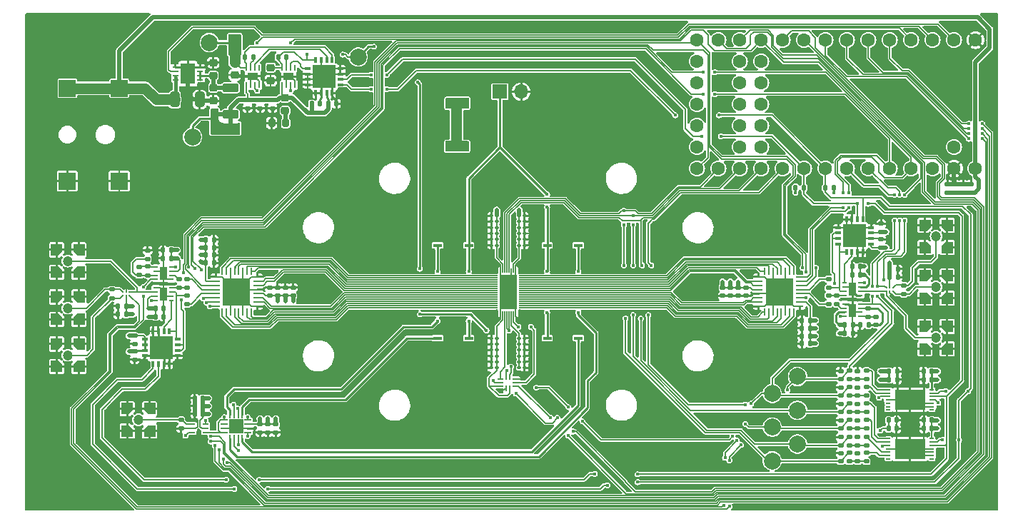
<source format=gbr>
%TF.GenerationSoftware,KiCad,Pcbnew,7.0.9*%
%TF.CreationDate,2023-12-11T14:06:03-05:00*%
%TF.ProjectId,pixel_char_fall2023,70697865-6c5f-4636-9861-725f66616c6c,rev?*%
%TF.SameCoordinates,Original*%
%TF.FileFunction,Copper,L1,Top*%
%TF.FilePolarity,Positive*%
%FSLAX46Y46*%
G04 Gerber Fmt 4.6, Leading zero omitted, Abs format (unit mm)*
G04 Created by KiCad (PCBNEW 7.0.9) date 2023-12-11 14:06:03*
%MOMM*%
%LPD*%
G01*
G04 APERTURE LIST*
G04 Aperture macros list*
%AMRoundRect*
0 Rectangle with rounded corners*
0 $1 Rounding radius*
0 $2 $3 $4 $5 $6 $7 $8 $9 X,Y pos of 4 corners*
0 Add a 4 corners polygon primitive as box body*
4,1,4,$2,$3,$4,$5,$6,$7,$8,$9,$2,$3,0*
0 Add four circle primitives for the rounded corners*
1,1,$1+$1,$2,$3*
1,1,$1+$1,$4,$5*
1,1,$1+$1,$6,$7*
1,1,$1+$1,$8,$9*
0 Add four rect primitives between the rounded corners*
20,1,$1+$1,$2,$3,$4,$5,0*
20,1,$1+$1,$4,$5,$6,$7,0*
20,1,$1+$1,$6,$7,$8,$9,0*
20,1,$1+$1,$8,$9,$2,$3,0*%
%AMOutline5P*
0 Free polygon, 5 corners , with rotation*
0 The origin of the aperture is its center*
0 number of corners: always 5*
0 $1 to $10 corner X, Y*
0 $11 Rotation angle, in degrees counterclockwise*
0 create outline with 5 corners*
4,1,5,$1,$2,$3,$4,$5,$6,$7,$8,$9,$10,$1,$2,$11*%
%AMOutline6P*
0 Free polygon, 6 corners , with rotation*
0 The origin of the aperture is its center*
0 number of corners: always 6*
0 $1 to $12 corner X, Y*
0 $13 Rotation angle, in degrees counterclockwise*
0 create outline with 6 corners*
4,1,6,$1,$2,$3,$4,$5,$6,$7,$8,$9,$10,$11,$12,$1,$2,$13*%
%AMOutline7P*
0 Free polygon, 7 corners , with rotation*
0 The origin of the aperture is its center*
0 number of corners: always 7*
0 $1 to $14 corner X, Y*
0 $15 Rotation angle, in degrees counterclockwise*
0 create outline with 7 corners*
4,1,7,$1,$2,$3,$4,$5,$6,$7,$8,$9,$10,$11,$12,$13,$14,$1,$2,$15*%
%AMOutline8P*
0 Free polygon, 8 corners , with rotation*
0 The origin of the aperture is its center*
0 number of corners: always 8*
0 $1 to $16 corner X, Y*
0 $17 Rotation angle, in degrees counterclockwise*
0 create outline with 8 corners*
4,1,8,$1,$2,$3,$4,$5,$6,$7,$8,$9,$10,$11,$12,$13,$14,$15,$16,$1,$2,$17*%
G04 Aperture macros list end*
%TA.AperFunction,SMDPad,CuDef*%
%ADD10R,0.558800X0.203200*%
%TD*%
%TA.AperFunction,SMDPad,CuDef*%
%ADD11R,3.606800X2.387600*%
%TD*%
%TA.AperFunction,SMDPad,CuDef*%
%ADD12R,0.812800X0.254000*%
%TD*%
%TA.AperFunction,SMDPad,CuDef*%
%ADD13R,0.254000X0.812800*%
%TD*%
%TA.AperFunction,SMDPad,CuDef*%
%ADD14R,3.200400X3.200400*%
%TD*%
%TA.AperFunction,SMDPad,CuDef*%
%ADD15RoundRect,0.140000X0.170000X-0.140000X0.170000X0.140000X-0.170000X0.140000X-0.170000X-0.140000X0*%
%TD*%
%TA.AperFunction,SMDPad,CuDef*%
%ADD16C,1.200000*%
%TD*%
%TA.AperFunction,SMDPad,CuDef*%
%ADD17Outline5P,-0.650000X0.260000X-0.260000X0.650000X0.650000X0.650000X0.650000X-0.650000X-0.650000X-0.650000X180.000000*%
%TD*%
%TA.AperFunction,SMDPad,CuDef*%
%ADD18Outline5P,-0.650000X0.260000X-0.260000X0.650000X0.650000X0.650000X0.650000X-0.650000X-0.650000X-0.650000X270.000000*%
%TD*%
%TA.AperFunction,SMDPad,CuDef*%
%ADD19Outline5P,-0.650000X0.260000X-0.260000X0.650000X0.650000X0.650000X0.650000X-0.650000X-0.650000X-0.650000X90.000000*%
%TD*%
%TA.AperFunction,SMDPad,CuDef*%
%ADD20Outline5P,-0.650000X0.260000X-0.260000X0.650000X0.650000X0.650000X0.650000X-0.650000X-0.650000X-0.650000X0.000000*%
%TD*%
%TA.AperFunction,SMDPad,CuDef*%
%ADD21RoundRect,0.135000X0.185000X-0.135000X0.185000X0.135000X-0.185000X0.135000X-0.185000X-0.135000X0*%
%TD*%
%TA.AperFunction,SMDPad,CuDef*%
%ADD22RoundRect,0.140000X0.140000X0.170000X-0.140000X0.170000X-0.140000X-0.170000X0.140000X-0.170000X0*%
%TD*%
%TA.AperFunction,SMDPad,CuDef*%
%ADD23RoundRect,0.140000X-0.170000X0.140000X-0.170000X-0.140000X0.170000X-0.140000X0.170000X0.140000X0*%
%TD*%
%TA.AperFunction,SMDPad,CuDef*%
%ADD24RoundRect,0.140000X-0.140000X-0.170000X0.140000X-0.170000X0.140000X0.170000X-0.140000X0.170000X0*%
%TD*%
%TA.AperFunction,SMDPad,CuDef*%
%ADD25R,2.000000X2.000000*%
%TD*%
%TA.AperFunction,SMDPad,CuDef*%
%ADD26RoundRect,0.135000X0.135000X0.185000X-0.135000X0.185000X-0.135000X-0.185000X0.135000X-0.185000X0*%
%TD*%
%TA.AperFunction,SMDPad,CuDef*%
%ADD27RoundRect,0.100000X-0.130000X-0.100000X0.130000X-0.100000X0.130000X0.100000X-0.130000X0.100000X0*%
%TD*%
%TA.AperFunction,SMDPad,CuDef*%
%ADD28C,2.000000*%
%TD*%
%TA.AperFunction,SMDPad,CuDef*%
%ADD29R,0.499999X0.249999*%
%TD*%
%TA.AperFunction,ComponentPad*%
%ADD30C,0.499999*%
%TD*%
%TA.AperFunction,SMDPad,CuDef*%
%ADD31R,0.900001X1.599999*%
%TD*%
%TA.AperFunction,SMDPad,CuDef*%
%ADD32R,1.651000X1.651000*%
%TD*%
%TA.AperFunction,SMDPad,CuDef*%
%ADD33RoundRect,0.135000X-0.185000X0.135000X-0.185000X-0.135000X0.185000X-0.135000X0.185000X0.135000X0*%
%TD*%
%TA.AperFunction,SMDPad,CuDef*%
%ADD34RoundRect,0.100000X0.130000X0.100000X-0.130000X0.100000X-0.130000X-0.100000X0.130000X-0.100000X0*%
%TD*%
%TA.AperFunction,ComponentPad*%
%ADD35R,1.700000X1.700000*%
%TD*%
%TA.AperFunction,ComponentPad*%
%ADD36O,1.700000X1.700000*%
%TD*%
%TA.AperFunction,SMDPad,CuDef*%
%ADD37RoundRect,0.225000X-0.250000X0.225000X-0.250000X-0.225000X0.250000X-0.225000X0.250000X0.225000X0*%
%TD*%
%TA.AperFunction,SMDPad,CuDef*%
%ADD38R,1.016000X0.457200*%
%TD*%
%TA.AperFunction,SMDPad,CuDef*%
%ADD39R,0.203200X0.711200*%
%TD*%
%TA.AperFunction,SMDPad,CuDef*%
%ADD40R,1.295400X0.889000*%
%TD*%
%TA.AperFunction,SMDPad,CuDef*%
%ADD41C,0.254000*%
%TD*%
%TA.AperFunction,SMDPad,CuDef*%
%ADD42R,0.711200X0.304800*%
%TD*%
%TA.AperFunction,SMDPad,CuDef*%
%ADD43R,0.304800X0.711200*%
%TD*%
%TA.AperFunction,SMDPad,CuDef*%
%ADD44R,2.692400X2.692400*%
%TD*%
%TA.AperFunction,SMDPad,CuDef*%
%ADD45RoundRect,0.250000X-0.325000X-0.650000X0.325000X-0.650000X0.325000X0.650000X-0.325000X0.650000X0*%
%TD*%
%TA.AperFunction,SMDPad,CuDef*%
%ADD46RoundRect,0.135000X-0.135000X-0.185000X0.135000X-0.185000X0.135000X0.185000X-0.135000X0.185000X0*%
%TD*%
%TA.AperFunction,SMDPad,CuDef*%
%ADD47R,0.787400X0.254000*%
%TD*%
%TA.AperFunction,SMDPad,CuDef*%
%ADD48R,1.752600X2.489200*%
%TD*%
%TA.AperFunction,SMDPad,CuDef*%
%ADD49R,0.203200X0.762000*%
%TD*%
%TA.AperFunction,SMDPad,CuDef*%
%ADD50R,0.762000X0.203200*%
%TD*%
%TA.AperFunction,SMDPad,CuDef*%
%ADD51RoundRect,0.250000X-0.700000X0.275000X-0.700000X-0.275000X0.700000X-0.275000X0.700000X0.275000X0*%
%TD*%
%TA.AperFunction,SMDPad,CuDef*%
%ADD52R,0.711200X0.228600*%
%TD*%
%TA.AperFunction,SMDPad,CuDef*%
%ADD53R,0.508000X0.127000*%
%TD*%
%TA.AperFunction,SMDPad,CuDef*%
%ADD54R,0.127000X0.508000*%
%TD*%
%TA.AperFunction,SMDPad,CuDef*%
%ADD55R,2.032000X4.064000*%
%TD*%
%TA.AperFunction,SMDPad,CuDef*%
%ADD56RoundRect,0.225000X0.250000X-0.225000X0.250000X0.225000X-0.250000X0.225000X-0.250000X-0.225000X0*%
%TD*%
%TA.AperFunction,ComponentPad*%
%ADD57C,1.600000*%
%TD*%
%TA.AperFunction,SMDPad,CuDef*%
%ADD58RoundRect,0.200000X0.200000X0.275000X-0.200000X0.275000X-0.200000X-0.275000X0.200000X-0.275000X0*%
%TD*%
%TA.AperFunction,ViaPad*%
%ADD59C,0.400000*%
%TD*%
%TA.AperFunction,Conductor*%
%ADD60C,0.250000*%
%TD*%
%TA.AperFunction,Conductor*%
%ADD61C,0.200000*%
%TD*%
%TA.AperFunction,Conductor*%
%ADD62C,0.508000*%
%TD*%
%TA.AperFunction,Conductor*%
%ADD63C,1.270000*%
%TD*%
%TA.AperFunction,Conductor*%
%ADD64C,0.127000*%
%TD*%
%TA.AperFunction,Conductor*%
%ADD65C,0.254000*%
%TD*%
G04 APERTURE END LIST*
D10*
%TO.P,U11,1,DAC0*%
%TO.N,Net-(U11-DAC0)*%
X193271900Y-114210000D03*
%TO.P,U11,2,DAC1*%
%TO.N,Net-(U11-DAC1)*%
X193271900Y-114609999D03*
%TO.P,U11,3,VREF*%
%TO.N,+3V3*%
X193271900Y-115010001D03*
%TO.P,U11,4,GND*%
%TO.N,GND*%
X193271900Y-115410000D03*
%TO.P,U11,5,DAC2*%
%TO.N,unconnected-(U11-DAC2-Pad5)*%
X193271900Y-115809999D03*
%TO.P,U11,6,DAC3*%
%TO.N,unconnected-(U11-DAC3-Pad6)*%
X193271900Y-116210001D03*
%TO.P,U11,7,NC*%
%TO.N,unconnected-(U11-NC-Pad7)*%
X193271900Y-116610000D03*
%TO.P,U11,8,NC*%
%TO.N,unconnected-(U11-NC-Pad8)*%
X198428100Y-116610000D03*
%TO.P,U11,9,GND*%
%TO.N,GND*%
X198428100Y-116210001D03*
%TO.P,U11,10,A1*%
X198428100Y-115809999D03*
%TO.P,U11,11,A0*%
%TO.N,+3V3*%
X198428100Y-115410000D03*
%TO.P,U11,12,SDA*%
%TO.N,/SDA*%
X198428100Y-115010001D03*
%TO.P,U11,13,SCL*%
%TO.N,/SCL*%
X198428100Y-114609999D03*
%TO.P,U11,14,VCC*%
%TO.N,+3V3*%
X198428100Y-114210000D03*
D11*
%TO.P,U11,15,EPAD*%
%TO.N,GND*%
X195850000Y-115410000D03*
%TD*%
D10*
%TO.P,U10,1,DAC0*%
%TO.N,Net-(U10-DAC0)*%
X193260950Y-120010000D03*
%TO.P,U10,2,DAC1*%
%TO.N,Net-(U10-DAC1)*%
X193260950Y-120409999D03*
%TO.P,U10,3,VREF*%
%TO.N,+1V0*%
X193260950Y-120810001D03*
%TO.P,U10,4,GND*%
%TO.N,GND*%
X193260950Y-121210000D03*
%TO.P,U10,5,DAC2*%
%TO.N,Net-(U10-DAC2)*%
X193260950Y-121609999D03*
%TO.P,U10,6,DAC3*%
%TO.N,Net-(U10-DAC3)*%
X193260950Y-122010001D03*
%TO.P,U10,7,NC*%
%TO.N,unconnected-(U10-NC-Pad7)*%
X193260950Y-122410000D03*
%TO.P,U10,8,NC*%
%TO.N,unconnected-(U10-NC-Pad8)*%
X198417150Y-122410000D03*
%TO.P,U10,9,GND*%
%TO.N,GND*%
X198417150Y-122010001D03*
%TO.P,U10,10,A1*%
X198417150Y-121609999D03*
%TO.P,U10,11,A0*%
X198417150Y-121210000D03*
%TO.P,U10,12,SDA*%
%TO.N,/SDA*%
X198417150Y-120810001D03*
%TO.P,U10,13,SCL*%
%TO.N,/SCL*%
X198417150Y-120409999D03*
%TO.P,U10,14,VCC*%
%TO.N,+3V3*%
X198417150Y-120010000D03*
D11*
%TO.P,U10,15,EPAD*%
%TO.N,GND*%
X195839050Y-121210000D03*
%TD*%
D12*
%TO.P,U3,1,GND*%
%TO.N,GND*%
X182776100Y-104324999D03*
%TO.P,U3,2,VCC*%
%TO.N,+3V3*%
X182776100Y-103825000D03*
%TO.P,U3,3,EN*%
%TO.N,/MP_EN*%
X182776100Y-103325001D03*
%TO.P,U3,4,COM0*%
%TO.N,/MP_OUTPR*%
X182776100Y-102825000D03*
%TO.P,U3,5,COM1*%
%TO.N,/MP_OUTNR*%
X182776100Y-102325000D03*
%TO.P,U3,6,C0*%
%TO.N,/C0*%
X182776100Y-101824999D03*
%TO.P,U3,7,C1*%
%TO.N,/C1*%
X182776100Y-101325000D03*
%TO.P,U3,8,C2*%
%TO.N,/C2*%
X182776100Y-100825001D03*
D13*
%TO.P,U3,9,D0_0*%
%TO.N,/VP0*%
X182074999Y-100123900D03*
%TO.P,U3,10,D0_1*%
%TO.N,/VN0*%
X181575000Y-100123900D03*
%TO.P,U3,11,GND*%
%TO.N,GND*%
X181075001Y-100123900D03*
%TO.P,U3,12,D1_0*%
%TO.N,/VP1*%
X180575000Y-100123900D03*
%TO.P,U3,13,D1_1*%
%TO.N,/VN1*%
X180075000Y-100123900D03*
%TO.P,U3,14,GND*%
%TO.N,GND*%
X179574999Y-100123900D03*
%TO.P,U3,15,D2_0*%
%TO.N,/VP2*%
X179075000Y-100123900D03*
%TO.P,U3,16,D2_1*%
%TO.N,/VN2*%
X178575001Y-100123900D03*
D12*
%TO.P,U3,17,GND*%
%TO.N,GND*%
X177873900Y-100825001D03*
%TO.P,U3,18,D3_0*%
%TO.N,/VP3*%
X177873900Y-101325000D03*
%TO.P,U3,19,D3_1*%
%TO.N,/VN3*%
X177873900Y-101824999D03*
%TO.P,U3,20,VCC*%
%TO.N,+3V3*%
X177873900Y-102325000D03*
%TO.P,U3,21,GND*%
%TO.N,GND*%
X177873900Y-102825000D03*
%TO.P,U3,22,D4_1*%
%TO.N,/VP4*%
X177873900Y-103325001D03*
%TO.P,U3,23,D4_0*%
%TO.N,/VN4*%
X177873900Y-103825000D03*
%TO.P,U3,24,GND*%
%TO.N,GND*%
X177873900Y-104324999D03*
D13*
%TO.P,U3,25,D5_1*%
%TO.N,/VP5*%
X178575001Y-105026100D03*
%TO.P,U3,26,D5_0*%
%TO.N,/VN5*%
X179075000Y-105026100D03*
%TO.P,U3,27,GND*%
%TO.N,GND*%
X179574999Y-105026100D03*
%TO.P,U3,28,D6_1*%
%TO.N,/VP6*%
X180075000Y-105026100D03*
%TO.P,U3,29,D6_0*%
%TO.N,/VN6*%
X180575000Y-105026100D03*
%TO.P,U3,30,GND*%
%TO.N,GND*%
X181075001Y-105026100D03*
%TO.P,U3,31,D7_1*%
%TO.N,/VP7*%
X181575000Y-105026100D03*
%TO.P,U3,32,D7_0*%
%TO.N,/VN7*%
X182074999Y-105026100D03*
D14*
%TO.P,U3,33,EPAD*%
%TO.N,GND*%
X180325000Y-102575000D03*
%TD*%
D12*
%TO.P,U2,1,GND*%
%TO.N,GND*%
X113523900Y-100825001D03*
%TO.P,U2,2,VCC*%
%TO.N,+3V3*%
X113523900Y-101325000D03*
%TO.P,U2,3,EN*%
%TO.N,/MP_EN*%
X113523900Y-101824999D03*
%TO.P,U2,4,COM0*%
%TO.N,/MP_OUTPL*%
X113523900Y-102325000D03*
%TO.P,U2,5,COM1*%
%TO.N,/MP_OUTNL*%
X113523900Y-102825000D03*
%TO.P,U2,6,C0*%
%TO.N,/C0*%
X113523900Y-103325001D03*
%TO.P,U2,7,C1*%
%TO.N,/C1*%
X113523900Y-103825000D03*
%TO.P,U2,8,C2*%
%TO.N,/C2*%
X113523900Y-104324999D03*
D13*
%TO.P,U2,9,D0_0*%
%TO.N,/VN15*%
X114225001Y-105026100D03*
%TO.P,U2,10,D0_1*%
%TO.N,/VP15*%
X114725000Y-105026100D03*
%TO.P,U2,11,GND*%
%TO.N,GND*%
X115224999Y-105026100D03*
%TO.P,U2,12,D1_0*%
%TO.N,/VN14*%
X115725000Y-105026100D03*
%TO.P,U2,13,D1_1*%
%TO.N,/VP14*%
X116225000Y-105026100D03*
%TO.P,U2,14,GND*%
%TO.N,GND*%
X116725001Y-105026100D03*
%TO.P,U2,15,D2_0*%
%TO.N,/VN13*%
X117225000Y-105026100D03*
%TO.P,U2,16,D2_1*%
%TO.N,/VP13*%
X117724999Y-105026100D03*
D12*
%TO.P,U2,17,GND*%
%TO.N,GND*%
X118426100Y-104324999D03*
%TO.P,U2,18,D3_0*%
%TO.N,/VN12*%
X118426100Y-103825000D03*
%TO.P,U2,19,D3_1*%
%TO.N,/VP12*%
X118426100Y-103325001D03*
%TO.P,U2,20,VCC*%
%TO.N,+3V3*%
X118426100Y-102825000D03*
%TO.P,U2,21,GND*%
%TO.N,GND*%
X118426100Y-102325000D03*
%TO.P,U2,22,D4_1*%
%TO.N,/VN11*%
X118426100Y-101824999D03*
%TO.P,U2,23,D4_0*%
%TO.N,/VP11*%
X118426100Y-101325000D03*
%TO.P,U2,24,GND*%
%TO.N,GND*%
X118426100Y-100825001D03*
D13*
%TO.P,U2,25,D5_1*%
%TO.N,/VN10*%
X117724999Y-100123900D03*
%TO.P,U2,26,D5_0*%
%TO.N,/VP10*%
X117225000Y-100123900D03*
%TO.P,U2,27,GND*%
%TO.N,GND*%
X116725001Y-100123900D03*
%TO.P,U2,28,D6_1*%
%TO.N,/VN9*%
X116225000Y-100123900D03*
%TO.P,U2,29,D6_0*%
%TO.N,/VP9*%
X115725000Y-100123900D03*
%TO.P,U2,30,GND*%
%TO.N,GND*%
X115224999Y-100123900D03*
%TO.P,U2,31,D7_1*%
%TO.N,/VN8*%
X114725000Y-100123900D03*
%TO.P,U2,32,D7_0*%
%TO.N,/VP8*%
X114225001Y-100123900D03*
D14*
%TO.P,U2,33,EPAD*%
%TO.N,GND*%
X115975000Y-102575000D03*
%TD*%
D15*
%TO.P,C86,1*%
%TO.N,Net-(U19-IN-)*%
X104450000Y-100605000D03*
%TO.P,C86,2*%
%TO.N,Net-(U19-FB)*%
X104450000Y-99645000D03*
%TD*%
D16*
%TO.P,J6,1,In*%
%TO.N,/Right Signal Chain/DOUTN*%
X198925000Y-102025000D03*
D17*
%TO.P,J6,2,Ext*%
%TO.N,GND*%
X197600000Y-100700000D03*
D18*
X197600000Y-103350000D03*
D19*
X200250000Y-100700000D03*
D20*
X200250000Y-103350000D03*
%TD*%
D21*
%TO.P,R20,1*%
%TO.N,Net-(U15-FB)*%
X190875000Y-105545000D03*
%TO.P,R20,2*%
%TO.N,Net-(U15-IN-)*%
X190875000Y-104525000D03*
%TD*%
D22*
%TO.P,C91,1*%
%TO.N,+3V3*%
X111980000Y-116150000D03*
%TO.P,C91,2*%
%TO.N,GND*%
X111020000Y-116150000D03*
%TD*%
D15*
%TO.P,C57,1*%
%TO.N,Net-(C57-Pad1)*%
X189625000Y-122690000D03*
%TO.P,C57,2*%
%TO.N,GND*%
X189625000Y-121730000D03*
%TD*%
D23*
%TO.P,C88,1*%
%TO.N,+3V3*%
X119682000Y-118295001D03*
%TO.P,C88,2*%
%TO.N,GND*%
X119682000Y-119255001D03*
%TD*%
D24*
%TO.P,C71,1*%
%TO.N,+3V3*%
X193425000Y-100850000D03*
%TO.P,C71,2*%
%TO.N,GND*%
X194385000Y-100850000D03*
%TD*%
D25*
%TO.P,J9,1*%
%TO.N,+5V*%
X95900000Y-78450000D03*
X102050000Y-78450000D03*
%TO.P,J9,2*%
%TO.N,GND*%
X95900000Y-89450000D03*
%TO.P,J9,3*%
X102050000Y-89450000D03*
%TD*%
D26*
%TO.P,R2,1*%
%TO.N,+3V3*%
X186820000Y-90225000D03*
%TO.P,R2,2*%
%TO.N,/SCL*%
X185800000Y-90225000D03*
%TD*%
D16*
%TO.P,J7,1,In*%
%TO.N,/Left Signal Chain/AOUT*%
X95950000Y-98937500D03*
D20*
%TO.P,J7,2,Ext*%
%TO.N,GND*%
X97275000Y-100262500D03*
D19*
X97275000Y-97612500D03*
D18*
X94625000Y-100262500D03*
D17*
X94625000Y-97612500D03*
%TD*%
D15*
%TO.P,C68,1*%
%TO.N,/VB_IBIAS_DAC*%
X187625000Y-118780000D03*
%TO.P,C68,2*%
%TO.N,GND*%
X187625000Y-117820000D03*
%TD*%
D27*
%TO.P,C20,1*%
%TO.N,+1V0*%
X149494500Y-110897500D03*
%TO.P,C20,2*%
%TO.N,GND*%
X150134500Y-110897500D03*
%TD*%
D21*
%TO.P,R5,1*%
%TO.N,Net-(C57-Pad1)*%
X188625000Y-122720000D03*
%TO.P,R5,2*%
%TO.N,/VCM_TIA*%
X188625000Y-121700000D03*
%TD*%
D22*
%TO.P,C54,1*%
%TO.N,+3V3*%
X198439850Y-117810000D03*
%TO.P,C54,2*%
%TO.N,GND*%
X197479850Y-117810000D03*
%TD*%
D28*
%TO.P,TP3,1,1*%
%TO.N,/PD_BIAS*%
X130390000Y-74750000D03*
%TD*%
D21*
%TO.P,R11,1*%
%TO.N,Net-(C63-Pad1)*%
X188625000Y-112980000D03*
%TO.P,R11,2*%
%TO.N,/VCOMP*%
X188625000Y-111960000D03*
%TD*%
D29*
%TO.P,U19,1,FB*%
%TO.N,Net-(U19-FB)*%
X106349999Y-99625002D03*
%TO.P,U19,2,VS-*%
%TO.N,GND*%
X106349999Y-100125000D03*
%TO.P,U19,3,IN-*%
%TO.N,Net-(U19-IN-)*%
X106349999Y-100625002D03*
%TO.P,U19,4,IN+*%
%TO.N,/VCM_OUT_DAC*%
X106349999Y-101125001D03*
%TO.P,U19,5,VS-*%
%TO.N,GND*%
X108250001Y-101125001D03*
%TO.P,U19,6,OUT*%
%TO.N,Net-(U19-OUT)*%
X108250001Y-100625002D03*
%TO.P,U19,7,V+*%
%TO.N,+3V3*%
X108250001Y-100125000D03*
%TO.P,U19,8,PD_N*%
%TO.N,/AMP_EN*%
X108250001Y-99625002D03*
D30*
%TO.P,U19,9,DAP*%
%TO.N,GND*%
X107300000Y-99825004D03*
D31*
X107300000Y-100375000D03*
D30*
X107300000Y-100925001D03*
%TD*%
D12*
%TO.P,U20,1,S1*%
%TO.N,/Photodiodes/TIA_IN*%
X114503000Y-117799999D03*
%TO.P,U20,2,NC*%
%TO.N,unconnected-(U20-NC-Pad2)*%
X114503000Y-118300000D03*
%TO.P,U20,3,GND*%
%TO.N,GND*%
X114503000Y-118800000D03*
%TO.P,U20,4,S4*%
%TO.N,/Photodiodes/TIA_IN*%
X114503000Y-119300001D03*
D13*
%TO.P,U20,5,D4*%
%TO.N,/Photodiodes/PD2*%
X115149999Y-119947000D03*
%TO.P,U20,6,IN4*%
%TO.N,/PD4_EN*%
X115650000Y-119947000D03*
%TO.P,U20,7,IN3*%
%TO.N,/PD3_EN*%
X116150000Y-119947000D03*
%TO.P,U20,8,D3*%
%TO.N,/Photodiodes/PD4*%
X116650001Y-119947000D03*
D12*
%TO.P,U20,9,S3*%
%TO.N,/Photodiodes/TIA_IN*%
X117297000Y-119300001D03*
%TO.P,U20,10,NC*%
%TO.N,GND*%
X117297000Y-118800000D03*
%TO.P,U20,11,VDD*%
%TO.N,+3V3*%
X117297000Y-118300000D03*
%TO.P,U20,12,S2*%
%TO.N,/Photodiodes/TIA_IN*%
X117297000Y-117799999D03*
D13*
%TO.P,U20,13,D2*%
%TO.N,/Photodiodes/PD3*%
X116650001Y-117153000D03*
%TO.P,U20,14,IN2*%
%TO.N,/PD2_EN*%
X116150000Y-117153000D03*
%TO.P,U20,15,IN1*%
%TO.N,/PD1_EN*%
X115650000Y-117153000D03*
%TO.P,U20,16,D1*%
%TO.N,/Photodiodes/PD1*%
X115149999Y-117153000D03*
D32*
%TO.P,U20,17,EP*%
%TO.N,GND*%
X115900000Y-118550000D03*
%TD*%
D22*
%TO.P,C92,1*%
%TO.N,+3V3*%
X111980000Y-117075000D03*
%TO.P,C92,2*%
%TO.N,GND*%
X111020000Y-117075000D03*
%TD*%
%TO.P,C51,1*%
%TO.N,+3V3*%
X198410000Y-113010000D03*
%TO.P,C51,2*%
%TO.N,GND*%
X197450000Y-113010000D03*
%TD*%
D28*
%TO.P,TP2,1,1*%
%TO.N,+1V0*%
X112750000Y-73025000D03*
%TD*%
D33*
%TO.P,R4,1*%
%TO.N,Net-(U10-DAC3)*%
X190675000Y-121700000D03*
%TO.P,R4,2*%
%TO.N,Net-(C57-Pad1)*%
X190675000Y-122720000D03*
%TD*%
D22*
%TO.P,C53,1*%
%TO.N,+3V3*%
X198439850Y-118810000D03*
%TO.P,C53,2*%
%TO.N,GND*%
X197479850Y-118810000D03*
%TD*%
D23*
%TO.P,C43,1*%
%TO.N,+3V3*%
X118758899Y-79860800D03*
%TO.P,C43,2*%
%TO.N,GND*%
X118758899Y-80820800D03*
%TD*%
D16*
%TO.P,J1,1,In*%
%TO.N,/Photodiodes/TIA_OUT*%
X104328000Y-117775001D03*
D20*
%TO.P,J1,2,Ext*%
%TO.N,GND*%
X105653000Y-119100001D03*
D19*
X105653000Y-116450001D03*
D18*
X103003000Y-119100001D03*
D17*
X103003000Y-116450001D03*
%TD*%
D33*
%TO.P,R22,1*%
%TO.N,/Left Signal Chain/DOUTN*%
X101200000Y-102315000D03*
%TO.P,R22,2*%
%TO.N,/Left Signal Chain/DOUTP*%
X101200000Y-103335000D03*
%TD*%
%TO.P,R24,1*%
%TO.N,/MP_OUTPL*%
X110125000Y-101105000D03*
%TO.P,R24,2*%
%TO.N,/Left Signal Chain/VINP*%
X110125000Y-102125000D03*
%TD*%
D27*
%TO.P,C10,1*%
%TO.N,+1V0*%
X149494500Y-95672500D03*
%TO.P,C10,2*%
%TO.N,GND*%
X150134500Y-95672500D03*
%TD*%
D22*
%TO.P,C96,1*%
%TO.N,+3V3*%
X183985000Y-105975000D03*
%TO.P,C96,2*%
%TO.N,GND*%
X183025000Y-105975000D03*
%TD*%
D23*
%TO.P,C42,1*%
%TO.N,+3V3*%
X120233899Y-79860800D03*
%TO.P,C42,2*%
%TO.N,GND*%
X120233899Y-80820800D03*
%TD*%
D22*
%TO.P,C90,1*%
%TO.N,+3V3*%
X111980000Y-115225000D03*
%TO.P,C90,2*%
%TO.N,GND*%
X111020000Y-115225000D03*
%TD*%
D34*
%TO.P,C15,1*%
%TO.N,+1V0*%
X146824500Y-109497500D03*
%TO.P,C15,2*%
%TO.N,GND*%
X146184500Y-109497500D03*
%TD*%
%TO.P,C16,1*%
%TO.N,+1V0*%
X146824500Y-110197500D03*
%TO.P,C16,2*%
%TO.N,GND*%
X146184500Y-110197500D03*
%TD*%
D21*
%TO.P,R19,1*%
%TO.N,Net-(U15-OUT)*%
X187175000Y-104045000D03*
%TO.P,R19,2*%
%TO.N,/Right Signal Chain/VINP*%
X187175000Y-103025000D03*
%TD*%
D15*
%TO.P,C35,1*%
%TO.N,+5V*%
X201225000Y-90810000D03*
%TO.P,C35,2*%
%TO.N,GND*%
X201225000Y-89850000D03*
%TD*%
%TO.P,C76,1*%
%TO.N,+3V3*%
X192425000Y-97350000D03*
%TO.P,C76,2*%
%TO.N,GND*%
X192425000Y-96390000D03*
%TD*%
D27*
%TO.P,C7,1*%
%TO.N,+1V0*%
X149494500Y-93572500D03*
%TO.P,C7,2*%
%TO.N,GND*%
X150134500Y-93572500D03*
%TD*%
D35*
%TO.P,J2,1,Pin_1*%
%TO.N,/Photodiodes/EXT_PD_BIAS*%
X147200000Y-78850000D03*
D36*
%TO.P,J2,2,Pin_2*%
%TO.N,GND*%
X149740000Y-78850000D03*
%TD*%
D22*
%TO.P,C31,1*%
%TO.N,+3V3*%
X183985000Y-108750000D03*
%TO.P,C31,2*%
%TO.N,GND*%
X183025000Y-108750000D03*
%TD*%
%TO.P,C81,1*%
%TO.N,+3V3*%
X102875000Y-105250000D03*
%TO.P,C81,2*%
%TO.N,GND*%
X101915000Y-105250000D03*
%TD*%
D24*
%TO.P,C45,1*%
%TO.N,/PD_BIAS*%
X120920600Y-74765800D03*
%TO.P,C45,2*%
%TO.N,Net-(U8-BYP)*%
X121880600Y-74765800D03*
%TD*%
D27*
%TO.P,C8,1*%
%TO.N,+1V0*%
X149494500Y-94272500D03*
%TO.P,C8,2*%
%TO.N,GND*%
X150134500Y-94272500D03*
%TD*%
D33*
%TO.P,R25,1*%
%TO.N,Net-(U19-OUT)*%
X109125000Y-101105000D03*
%TO.P,R25,2*%
%TO.N,/Left Signal Chain/VINP*%
X109125000Y-102125000D03*
%TD*%
%TO.P,R28,1*%
%TO.N,/Photodiodes/TIA_OUT*%
X109403000Y-117780001D03*
%TO.P,R28,2*%
%TO.N,GND*%
X109403000Y-118800001D03*
%TD*%
D15*
%TO.P,C62,1*%
%TO.N,/VCM_OB*%
X187625000Y-120790000D03*
%TO.P,C62,2*%
%TO.N,GND*%
X187625000Y-119830000D03*
%TD*%
%TO.P,C26,1*%
%TO.N,+3V3*%
X122675000Y-103055000D03*
%TO.P,C26,2*%
%TO.N,GND*%
X122675000Y-102095000D03*
%TD*%
D24*
%TO.P,C73,1*%
%TO.N,+3V3*%
X188100000Y-106525000D03*
%TO.P,C73,2*%
%TO.N,GND*%
X189060000Y-106525000D03*
%TD*%
D22*
%TO.P,C82,1*%
%TO.N,+3V3*%
X108200000Y-98625000D03*
%TO.P,C82,2*%
%TO.N,GND*%
X107240000Y-98625000D03*
%TD*%
D37*
%TO.P,C39,1*%
%TO.N,Net-(U6-SENSE{slash}ADJ)*%
X113218699Y-78390800D03*
%TO.P,C39,2*%
%TO.N,GND*%
X113218699Y-79940800D03*
%TD*%
D27*
%TO.P,C11,1*%
%TO.N,+1V0*%
X149494500Y-96372500D03*
%TO.P,C11,2*%
%TO.N,GND*%
X150134500Y-96372500D03*
%TD*%
D33*
%TO.P,R8,1*%
%TO.N,Net-(U10-DAC2)*%
X190675000Y-119800000D03*
%TO.P,R8,2*%
%TO.N,Net-(C61-Pad1)*%
X190675000Y-120820000D03*
%TD*%
D22*
%TO.P,C95,1*%
%TO.N,+3V3*%
X183985000Y-106900000D03*
%TO.P,C95,2*%
%TO.N,GND*%
X183025000Y-106900000D03*
%TD*%
D24*
%TO.P,C50,1*%
%TO.N,+3V3*%
X193350000Y-112025000D03*
%TO.P,C50,2*%
%TO.N,GND*%
X194310000Y-112025000D03*
%TD*%
D38*
%TO.P,PD1,1*%
%TO.N,/Photodiodes/PD1*%
X139818000Y-97085000D03*
%TO.P,PD1,2*%
%TO.N,/Photodiodes/EXT_PD_BIAS*%
X143501000Y-97085000D03*
%TD*%
D27*
%TO.P,C22,1*%
%TO.N,+1V0*%
X149494500Y-109497500D03*
%TO.P,C22,2*%
%TO.N,GND*%
X150134500Y-109497500D03*
%TD*%
D34*
%TO.P,C2,1*%
%TO.N,+1V0*%
X146824500Y-96372500D03*
%TO.P,C2,2*%
%TO.N,GND*%
X146184500Y-96372500D03*
%TD*%
D37*
%TO.P,C46,1*%
%TO.N,/PD_BIAS*%
X120000000Y-76000000D03*
%TO.P,C46,2*%
%TO.N,GND*%
X120000000Y-77550000D03*
%TD*%
D15*
%TO.P,C75,1*%
%TO.N,+3V3*%
X192425000Y-95485000D03*
%TO.P,C75,2*%
%TO.N,GND*%
X192425000Y-94525000D03*
%TD*%
D24*
%TO.P,C48,1*%
%TO.N,+3V3*%
X126843100Y-80275001D03*
%TO.P,C48,2*%
%TO.N,GND*%
X127803100Y-80275001D03*
%TD*%
D21*
%TO.P,R18,1*%
%TO.N,/MP_OUTPR*%
X186175000Y-104045000D03*
%TO.P,R18,2*%
%TO.N,/Right Signal Chain/VINP*%
X186175000Y-103025000D03*
%TD*%
D16*
%TO.P,J4,1,In*%
%TO.N,/Right Signal Chain/DOUTP*%
X198925000Y-96025000D03*
D17*
%TO.P,J4,2,Ext*%
%TO.N,GND*%
X197600000Y-94700000D03*
D18*
X197600000Y-97350000D03*
D19*
X200250000Y-94700000D03*
D20*
X200250000Y-97350000D03*
%TD*%
D39*
%TO.P,U7,1,IN*%
%TO.N,+3V3*%
X117124999Y-78028300D03*
%TO.P,U7,2,GND*%
%TO.N,GND*%
X117625000Y-78028300D03*
%TO.P,U7,3,EN*%
%TO.N,/1V0_EN*%
X118125000Y-78028300D03*
%TO.P,U7,4,GS*%
%TO.N,GND*%
X118625001Y-78028300D03*
%TO.P,U7,5,POK*%
%TO.N,unconnected-(U7-POK-Pad5)*%
X118625001Y-76021700D03*
%TO.P,U7,6,FB*%
%TO.N,/Power Management/1V0_FB*%
X118125000Y-76021700D03*
%TO.P,U7,7,BYP*%
%TO.N,Net-(U7-BYP)*%
X117625000Y-76021700D03*
%TO.P,U7,8,OUT*%
%TO.N,+1V0*%
X117124999Y-76021700D03*
D40*
%TO.P,U7,9,EPAD*%
%TO.N,GND*%
X117875000Y-77025000D03*
%TD*%
D21*
%TO.P,R15,1*%
%TO.N,Net-(C67-Pad1)*%
X188625000Y-118810000D03*
%TO.P,R15,2*%
%TO.N,/VB_IBIAS_DAC*%
X188625000Y-117790000D03*
%TD*%
D41*
%TO.P,U12,A1,IN+*%
%TO.N,/VCOMP*%
X193025000Y-102125000D03*
%TO.P,U12,A2,VCC*%
%TO.N,+3V3*%
X193425000Y-102125000D03*
%TO.P,U12,A3,OUT+*%
%TO.N,/Right Signal Chain/DOUTP*%
X193825000Y-102125000D03*
%TO.P,U12,B1,IN-*%
%TO.N,/Right Signal Chain/AOUT*%
X193025000Y-102525000D03*
%TO.P,U12,B2,GND*%
%TO.N,GND*%
X193425000Y-102525000D03*
%TO.P,U12,B3,OUT-*%
%TO.N,/Right Signal Chain/DOUTN*%
X193825000Y-102525000D03*
%TD*%
D15*
%TO.P,C63,1*%
%TO.N,Net-(C63-Pad1)*%
X189625000Y-112950000D03*
%TO.P,C63,2*%
%TO.N,GND*%
X189625000Y-111990000D03*
%TD*%
D33*
%TO.P,R17,1*%
%TO.N,/MP_OUTNR*%
X186175000Y-101105000D03*
%TO.P,R17,2*%
%TO.N,/Right Signal Chain/VINN*%
X186175000Y-102125000D03*
%TD*%
D24*
%TO.P,C78,1*%
%TO.N,+3V3*%
X106350000Y-104600000D03*
%TO.P,C78,2*%
%TO.N,GND*%
X107310000Y-104600000D03*
%TD*%
D15*
%TO.P,C60,1*%
%TO.N,/VCM_OUT_DAC*%
X187625000Y-114900000D03*
%TO.P,C60,2*%
%TO.N,GND*%
X187625000Y-113940000D03*
%TD*%
D23*
%TO.P,C87,1*%
%TO.N,+3V3*%
X120607000Y-118295001D03*
%TO.P,C87,2*%
%TO.N,GND*%
X120607000Y-119255001D03*
%TD*%
D24*
%TO.P,C27,1*%
%TO.N,+3V3*%
X112315000Y-97325000D03*
%TO.P,C27,2*%
%TO.N,GND*%
X113275000Y-97325000D03*
%TD*%
D22*
%TO.P,C52,1*%
%TO.N,+3V3*%
X198410000Y-112010000D03*
%TO.P,C52,2*%
%TO.N,GND*%
X197450000Y-112010000D03*
%TD*%
D34*
%TO.P,C5,1*%
%TO.N,+1V0*%
X146824500Y-94272500D03*
%TO.P,C5,2*%
%TO.N,GND*%
X146184500Y-94272500D03*
%TD*%
D42*
%TO.P,U9,1,SCL*%
%TO.N,/SCL*%
X128286200Y-78050000D03*
%TO.P,U9,2,SDA*%
%TO.N,/SDA*%
X128286200Y-77400002D03*
%TO.P,U9,3,VSS*%
%TO.N,GND*%
X128286200Y-76750000D03*
%TO.P,U9,4,VSS*%
X128286200Y-76100002D03*
D43*
%TO.P,U9,5,P1B*%
%TO.N,+1V0*%
X127318099Y-75131901D03*
%TO.P,U9,6,P1W*%
%TO.N,/Power Management/1V0_FB*%
X126668101Y-75131901D03*
%TO.P,U9,7,P1A*%
%TO.N,GND*%
X126018099Y-75131901D03*
%TO.P,U9,8,P0A*%
%TO.N,/PD_BIAS*%
X125368101Y-75131901D03*
D42*
%TO.P,U9,9,P0W*%
%TO.N,/Power Management/PD_BIAS_FB*%
X124400000Y-76100002D03*
%TO.P,U9,10,P0B*%
%TO.N,GND*%
X124400000Y-76750000D03*
%TO.P,U9,11,NC(G)*%
X124400000Y-77400002D03*
%TO.P,U9,12,\u002AWP*%
X124400000Y-78050000D03*
D43*
%TO.P,U9,13,A2*%
X125368101Y-79018101D03*
%TO.P,U9,14,A1*%
X126018099Y-79018101D03*
%TO.P,U9,15,VDD*%
%TO.N,+3V3*%
X126668101Y-79018101D03*
%TO.P,U9,16,HVC/A0*%
%TO.N,GND*%
X127318099Y-79018101D03*
D44*
%TO.P,U9,17,EP*%
X126343100Y-77075001D03*
%TD*%
D24*
%TO.P,C28,1*%
%TO.N,+3V3*%
X112315000Y-96400000D03*
%TO.P,C28,2*%
%TO.N,GND*%
X113275000Y-96400000D03*
%TD*%
D29*
%TO.P,U15,1,FB*%
%TO.N,Net-(U15-FB)*%
X189950001Y-105524998D03*
%TO.P,U15,2,VS-*%
%TO.N,GND*%
X189950001Y-105025000D03*
%TO.P,U15,3,IN-*%
%TO.N,Net-(U15-IN-)*%
X189950001Y-104524998D03*
%TO.P,U15,4,IN+*%
%TO.N,/VCM_OUT_DAC*%
X189950001Y-104024999D03*
%TO.P,U15,5,VS-*%
%TO.N,GND*%
X188049999Y-104024999D03*
%TO.P,U15,6,OUT*%
%TO.N,Net-(U15-OUT)*%
X188049999Y-104524998D03*
%TO.P,U15,7,V+*%
%TO.N,+3V3*%
X188049999Y-105025000D03*
%TO.P,U15,8,PD_N*%
%TO.N,/AMP_EN*%
X188049999Y-105524998D03*
D30*
%TO.P,U15,9,DAP*%
%TO.N,GND*%
X189000000Y-105324996D03*
D31*
X189000000Y-104775000D03*
D30*
X189000000Y-104224999D03*
%TD*%
D45*
%TO.P,C37,1*%
%TO.N,+5V*%
X108643699Y-79790800D03*
%TO.P,C37,2*%
%TO.N,GND*%
X111593699Y-79790800D03*
%TD*%
D33*
%TO.P,R10,1*%
%TO.N,Net-(U11-DAC0)*%
X190675000Y-111960000D03*
%TO.P,R10,2*%
%TO.N,Net-(C63-Pad1)*%
X190675000Y-112980000D03*
%TD*%
D28*
%TO.P,TP7,1,1*%
%TO.N,/VCOMP*%
X182500000Y-112640000D03*
%TD*%
D24*
%TO.P,C72,1*%
%TO.N,+3V3*%
X193425000Y-99900000D03*
%TO.P,C72,2*%
%TO.N,GND*%
X194385000Y-99900000D03*
%TD*%
D15*
%TO.P,C66,1*%
%TO.N,/VB_BGR*%
X187625000Y-116840000D03*
%TO.P,C66,2*%
%TO.N,GND*%
X187625000Y-115880000D03*
%TD*%
D46*
%TO.P,R21,1*%
%TO.N,GND*%
X189910000Y-106530000D03*
%TO.P,R21,2*%
%TO.N,Net-(U15-IN-)*%
X190930000Y-106530000D03*
%TD*%
D28*
%TO.P,TP5,1,1*%
%TO.N,/VCM_OUT_DAC*%
X179500000Y-114640000D03*
%TD*%
D27*
%TO.P,C19,1*%
%TO.N,+1V0*%
X149494500Y-111597500D03*
%TO.P,C19,2*%
%TO.N,GND*%
X150134500Y-111597500D03*
%TD*%
D22*
%TO.P,C83,1*%
%TO.N,+3V3*%
X108200000Y-97655000D03*
%TO.P,C83,2*%
%TO.N,GND*%
X107240000Y-97655000D03*
%TD*%
D34*
%TO.P,C6,1*%
%TO.N,+1V0*%
X146824500Y-93572500D03*
%TO.P,C6,2*%
%TO.N,GND*%
X146184500Y-93572500D03*
%TD*%
%TO.P,C17,1*%
%TO.N,+1V0*%
X146824500Y-110897500D03*
%TO.P,C17,2*%
%TO.N,GND*%
X146184500Y-110897500D03*
%TD*%
D47*
%TO.P,U6,1,OUT*%
%TO.N,Net-(U6-SENSE{slash}ADJ)*%
X111654199Y-77465801D03*
%TO.P,U6,2,OUT*%
X111654199Y-76965800D03*
%TO.P,U6,3,SENSE/ADJ*%
X111654199Y-76465800D03*
%TO.P,U6,4,GND*%
%TO.N,GND*%
X111654199Y-75965799D03*
%TO.P,U6,5,GND*%
X108733199Y-75965799D03*
%TO.P,U6,6,\u002ASHDN*%
%TO.N,/3V3_EN*%
X108733199Y-76465800D03*
%TO.P,U6,7,IN*%
%TO.N,+5V*%
X108733199Y-76965800D03*
%TO.P,U6,8,IN*%
X108733199Y-77465801D03*
D48*
%TO.P,U6,9,EPAD*%
%TO.N,GND*%
X110193699Y-76715800D03*
%TD*%
D33*
%TO.P,R14,1*%
%TO.N,Net-(U10-DAC1)*%
X190675000Y-117790000D03*
%TO.P,R14,2*%
%TO.N,Net-(C67-Pad1)*%
X190675000Y-118810000D03*
%TD*%
D24*
%TO.P,C74,1*%
%TO.N,+3V3*%
X188100000Y-107495000D03*
%TO.P,C74,2*%
%TO.N,GND*%
X189060000Y-107495000D03*
%TD*%
D27*
%TO.P,C23,1*%
%TO.N,+1V0*%
X149494500Y-108797500D03*
%TO.P,C23,2*%
%TO.N,GND*%
X150134500Y-108797500D03*
%TD*%
D33*
%TO.P,R27,1*%
%TO.N,GND*%
X105425000Y-97680000D03*
%TO.P,R27,2*%
%TO.N,Net-(U19-IN-)*%
X105425000Y-98700000D03*
%TD*%
D38*
%TO.P,PD4,1*%
%TO.N,/Photodiodes/PD4*%
X156501000Y-108085000D03*
%TO.P,PD4,2*%
%TO.N,/Photodiodes/EXT_PD_BIAS*%
X152818000Y-108085000D03*
%TD*%
D15*
%TO.P,C61,1*%
%TO.N,Net-(C61-Pad1)*%
X189625000Y-120790000D03*
%TO.P,C61,2*%
%TO.N,GND*%
X189625000Y-119830000D03*
%TD*%
D24*
%TO.P,C55,1*%
%TO.N,+1V0*%
X193279850Y-118810000D03*
%TO.P,C55,2*%
%TO.N,GND*%
X194239850Y-118810000D03*
%TD*%
D38*
%TO.P,PD2,1*%
%TO.N,/Photodiodes/PD2*%
X156501000Y-97085000D03*
%TO.P,PD2,2*%
%TO.N,/Photodiodes/EXT_PD_BIAS*%
X152818000Y-97085000D03*
%TD*%
D24*
%TO.P,C36,1*%
%TO.N,+1V0*%
X116970599Y-74762500D03*
%TO.P,C36,2*%
%TO.N,Net-(U7-BYP)*%
X117930599Y-74762500D03*
%TD*%
D15*
%TO.P,C58,1*%
%TO.N,/VCM_TIA*%
X187625000Y-122690000D03*
%TO.P,C58,2*%
%TO.N,GND*%
X187625000Y-121730000D03*
%TD*%
D23*
%TO.P,C89,1*%
%TO.N,+3V3*%
X118757000Y-118295001D03*
%TO.P,C89,2*%
%TO.N,GND*%
X118757000Y-119255001D03*
%TD*%
D37*
%TO.P,C41,1*%
%TO.N,+1V0*%
X115750000Y-75325000D03*
%TO.P,C41,2*%
%TO.N,GND*%
X115750000Y-76875000D03*
%TD*%
D38*
%TO.P,PD3,1*%
%TO.N,/Photodiodes/PD3*%
X139818000Y-108085000D03*
%TO.P,PD3,2*%
%TO.N,/Photodiodes/EXT_PD_BIAS*%
X143501000Y-108085000D03*
%TD*%
D23*
%TO.P,C85,1*%
%TO.N,+3V3*%
X103875000Y-107800000D03*
%TO.P,C85,2*%
%TO.N,GND*%
X103875000Y-108760000D03*
%TD*%
D39*
%TO.P,U8,1,IN*%
%TO.N,+3V3*%
X121380598Y-78065800D03*
%TO.P,U8,2,GND*%
%TO.N,GND*%
X121880599Y-78065800D03*
%TO.P,U8,3,EN*%
%TO.N,/PD_BIAS_EN*%
X122380599Y-78065800D03*
%TO.P,U8,4,GS*%
%TO.N,GND*%
X122880600Y-78065800D03*
%TO.P,U8,5,POK*%
%TO.N,unconnected-(U8-POK-Pad5)*%
X122880600Y-76059200D03*
%TO.P,U8,6,FB*%
%TO.N,/Power Management/PD_BIAS_FB*%
X122380599Y-76059200D03*
%TO.P,U8,7,BYP*%
%TO.N,Net-(U8-BYP)*%
X121880599Y-76059200D03*
%TO.P,U8,8,OUT*%
%TO.N,/PD_BIAS*%
X121380598Y-76059200D03*
D40*
%TO.P,U8,9,EPAD*%
%TO.N,GND*%
X122130599Y-77062500D03*
%TD*%
D16*
%TO.P,J3,1,In*%
%TO.N,/Left Signal Chain/DOUTP*%
X95950000Y-110112500D03*
D20*
%TO.P,J3,2,Ext*%
%TO.N,GND*%
X97275000Y-111437500D03*
D19*
X97275000Y-108787500D03*
D18*
X94625000Y-111437500D03*
D17*
X94625000Y-108787500D03*
%TD*%
D15*
%TO.P,C34,1*%
%TO.N,+5V*%
X202150000Y-90810000D03*
%TO.P,C34,2*%
%TO.N,GND*%
X202150000Y-89850000D03*
%TD*%
%TO.P,C77,1*%
%TO.N,Net-(U15-IN-)*%
X191820000Y-106500000D03*
%TO.P,C77,2*%
%TO.N,Net-(U15-FB)*%
X191820000Y-105540000D03*
%TD*%
D27*
%TO.P,C9,1*%
%TO.N,+1V0*%
X149494500Y-94972500D03*
%TO.P,C9,2*%
%TO.N,GND*%
X150134500Y-94972500D03*
%TD*%
D23*
%TO.P,C84,1*%
%TO.N,+3V3*%
X103875000Y-109665000D03*
%TO.P,C84,2*%
%TO.N,GND*%
X103875000Y-110625000D03*
%TD*%
D22*
%TO.P,C32,1*%
%TO.N,+3V3*%
X183985000Y-107825000D03*
%TO.P,C32,2*%
%TO.N,GND*%
X183025000Y-107825000D03*
%TD*%
D24*
%TO.P,C47,1*%
%TO.N,+3V3*%
X124883100Y-80275001D03*
%TO.P,C47,2*%
%TO.N,GND*%
X125843100Y-80275001D03*
%TD*%
D28*
%TO.P,TP9,1,1*%
%TO.N,/VB_IBIAS_DAC*%
X179500000Y-118640000D03*
%TD*%
D22*
%TO.P,C69,1*%
%TO.N,+3V3*%
X189950000Y-100550000D03*
%TO.P,C69,2*%
%TO.N,GND*%
X188990000Y-100550000D03*
%TD*%
D15*
%TO.P,C99,1*%
%TO.N,+3V3*%
X120825000Y-103055000D03*
%TO.P,C99,2*%
%TO.N,GND*%
X120825000Y-102095000D03*
%TD*%
D49*
%TO.P,U4,1,VCC*%
%TO.N,+3V3*%
X148326900Y-112676900D03*
%TO.P,U4,2,NO1*%
%TO.N,/VB_IBIAS_DAC*%
X147926900Y-112676900D03*
D50*
%TO.P,U4,3,COM1*%
%TO.N,/VB_IBIAS*%
X147250600Y-112950001D03*
%TO.P,U4,4,CB1*%
%TO.N,/EN_IBIAS*%
X147250600Y-113350000D03*
%TO.P,U4,5,NC1*%
%TO.N,+1V0*%
X147250600Y-113749999D03*
D49*
%TO.P,U4,6,GND*%
%TO.N,GND*%
X147926900Y-114023100D03*
%TO.P,U4,7,NC2*%
%TO.N,+1V0*%
X148326900Y-114023100D03*
D50*
%TO.P,U4,8,CB2*%
%TO.N,/EN_BGR*%
X149003200Y-113749999D03*
%TO.P,U4,9,COM2*%
%TO.N,/VA_BGR*%
X149003200Y-113350000D03*
%TO.P,U4,10,NO2*%
%TO.N,GND*%
X149003200Y-112950001D03*
%TD*%
D24*
%TO.P,C79,1*%
%TO.N,+3V3*%
X106350000Y-105550000D03*
%TO.P,C79,2*%
%TO.N,GND*%
X107310000Y-105550000D03*
%TD*%
D28*
%TO.P,TP4,1,1*%
%TO.N,/VCM_TIA*%
X179500000Y-122640000D03*
%TD*%
D23*
%TO.P,C44,1*%
%TO.N,+3V3*%
X117280599Y-79860800D03*
%TO.P,C44,2*%
%TO.N,GND*%
X117280599Y-80820800D03*
%TD*%
D21*
%TO.P,R23,1*%
%TO.N,/MP_OUTNL*%
X110125000Y-104045000D03*
%TO.P,R23,2*%
%TO.N,/Left Signal Chain/VINN*%
X110125000Y-103025000D03*
%TD*%
D23*
%TO.P,C93,1*%
%TO.N,+3V3*%
X175475000Y-102095000D03*
%TO.P,C93,2*%
%TO.N,GND*%
X175475000Y-103055000D03*
%TD*%
D24*
%TO.P,C56,1*%
%TO.N,+1V0*%
X193289850Y-117810000D03*
%TO.P,C56,2*%
%TO.N,GND*%
X194249850Y-117810000D03*
%TD*%
D41*
%TO.P,U16,A1,IN+*%
%TO.N,/VCOMP*%
X103275000Y-103025000D03*
%TO.P,U16,A2,VCC*%
%TO.N,+3V3*%
X102875000Y-103025000D03*
%TO.P,U16,A3,OUT+*%
%TO.N,/Left Signal Chain/DOUTP*%
X102475000Y-103025000D03*
%TO.P,U16,B1,IN-*%
%TO.N,/Left Signal Chain/AOUT*%
X103275000Y-102625000D03*
%TO.P,U16,B2,GND*%
%TO.N,GND*%
X102875000Y-102625000D03*
%TO.P,U16,B3,OUT-*%
%TO.N,/Left Signal Chain/DOUTN*%
X102475000Y-102625000D03*
%TD*%
D29*
%TO.P,U17,1,FB*%
%TO.N,/Left Signal Chain/FB*%
X108250001Y-103624998D03*
%TO.P,U17,2,VS-*%
%TO.N,GND*%
X108250001Y-103125000D03*
%TO.P,U17,3,IN-*%
%TO.N,/Left Signal Chain/VINN*%
X108250001Y-102624998D03*
%TO.P,U17,4,IN+*%
%TO.N,/Left Signal Chain/VINP*%
X108250001Y-102124999D03*
%TO.P,U17,5,VS-*%
%TO.N,GND*%
X106349999Y-102124999D03*
%TO.P,U17,6,OUT*%
%TO.N,/Left Signal Chain/AOUT*%
X106349999Y-102624998D03*
%TO.P,U17,7,V+*%
%TO.N,+3V3*%
X106349999Y-103125000D03*
%TO.P,U17,8,PD_N*%
%TO.N,/AMP_EN*%
X106349999Y-103624998D03*
D30*
%TO.P,U17,9,DAP*%
%TO.N,GND*%
X107300000Y-103424996D03*
D31*
X107300000Y-102875000D03*
D30*
X107300000Y-102324999D03*
%TD*%
D43*
%TO.P,U14,1,SCL*%
%TO.N,/SCL*%
X190249999Y-93993000D03*
%TO.P,U14,2,SDA*%
%TO.N,/SDA*%
X189600001Y-93993000D03*
%TO.P,U14,3,VSS*%
%TO.N,GND*%
X188949999Y-93993000D03*
%TO.P,U14,4,VSS*%
X188300001Y-93993000D03*
D42*
%TO.P,U14,5,P1B*%
X187331900Y-94961101D03*
%TO.P,U14,6,P1W*%
%TO.N,/Right Signal Chain/VINP*%
X187331900Y-95611099D03*
%TO.P,U14,7,P1A*%
X187331900Y-96261101D03*
%TO.P,U14,8,P0A*%
%TO.N,/Right Signal Chain/VINN*%
X187331900Y-96911099D03*
D43*
%TO.P,U14,9,P0W*%
X188300001Y-97879200D03*
%TO.P,U14,10,P0B*%
%TO.N,/Right Signal Chain/FB*%
X188949999Y-97879200D03*
%TO.P,U14,11,NC(G)*%
%TO.N,GND*%
X189600001Y-97879200D03*
%TO.P,U14,12,\u002AWP*%
X190249999Y-97879200D03*
D42*
%TO.P,U14,13,A2*%
%TO.N,+3V3*%
X191218100Y-96911099D03*
%TO.P,U14,14,A1*%
%TO.N,GND*%
X191218100Y-96261101D03*
%TO.P,U14,15,VDD*%
%TO.N,+3V3*%
X191218100Y-95611099D03*
%TO.P,U14,16,HVC/A0*%
%TO.N,GND*%
X191218100Y-94961101D03*
D44*
%TO.P,U14,17,EP*%
X189275000Y-95936100D03*
%TD*%
D51*
%TO.P,FB1,1*%
%TO.N,Net-(U6-SENSE{slash}ADJ)*%
X115230599Y-78415800D03*
%TO.P,FB1,2*%
%TO.N,+3V3*%
X115230599Y-81565800D03*
%TD*%
D24*
%TO.P,C49,1*%
%TO.N,+3V3*%
X193345000Y-113025000D03*
%TO.P,C49,2*%
%TO.N,GND*%
X194305000Y-113025000D03*
%TD*%
D33*
%TO.P,R6,1*%
%TO.N,Net-(U11-DAC1)*%
X190675000Y-113910000D03*
%TO.P,R6,2*%
%TO.N,Net-(C59-Pad1)*%
X190675000Y-114930000D03*
%TD*%
D43*
%TO.P,U18,1,SCL*%
%TO.N,/SCL*%
X106050001Y-111157000D03*
%TO.P,U18,2,SDA*%
%TO.N,/SDA*%
X106699999Y-111157000D03*
%TO.P,U18,3,VSS*%
%TO.N,GND*%
X107350001Y-111157000D03*
%TO.P,U18,4,VSS*%
X107999999Y-111157000D03*
D42*
%TO.P,U18,5,P1B*%
X108968100Y-110188899D03*
%TO.P,U18,6,P1W*%
%TO.N,/Left Signal Chain/VINP*%
X108968100Y-109538901D03*
%TO.P,U18,7,P1A*%
X108968100Y-108888899D03*
%TO.P,U18,8,P0A*%
%TO.N,/Left Signal Chain/VINN*%
X108968100Y-108238901D03*
D43*
%TO.P,U18,9,P0W*%
X107999999Y-107270800D03*
%TO.P,U18,10,P0B*%
%TO.N,/Left Signal Chain/FB*%
X107350001Y-107270800D03*
%TO.P,U18,11,NC(G)*%
%TO.N,GND*%
X106699999Y-107270800D03*
%TO.P,U18,12,\u002AWP*%
X106050001Y-107270800D03*
D42*
%TO.P,U18,13,A2*%
%TO.N,+3V3*%
X105081900Y-108238901D03*
%TO.P,U18,14,A1*%
X105081900Y-108888899D03*
%TO.P,U18,15,VDD*%
X105081900Y-109538901D03*
%TO.P,U18,16,HVC/A0*%
%TO.N,GND*%
X105081900Y-110188899D03*
D44*
%TO.P,U18,17,EP*%
X107025000Y-109213900D03*
%TD*%
D23*
%TO.P,C29,1*%
%TO.N,+3V3*%
X173625000Y-102095000D03*
%TO.P,C29,2*%
%TO.N,GND*%
X173625000Y-103055000D03*
%TD*%
D52*
%TO.P,U21,1,IN*%
%TO.N,/Photodiodes/TIA_IN*%
X112303900Y-119300000D03*
%TO.P,U21,2,VDD*%
%TO.N,+3V3*%
X112303900Y-118800001D03*
%TO.P,U21,3,\u002AEN*%
%TO.N,/TIA_EN*%
X112303900Y-118300002D03*
%TO.P,U21,4,OUT*%
%TO.N,/Photodiodes/TIA_OUT*%
X110703700Y-118300002D03*
%TO.P,U21,5,GND*%
%TO.N,GND*%
X110703700Y-118800001D03*
%TO.P,U21,6,\u002AIDC_EN*%
%TO.N,/TIA_IDC_EN*%
X110703700Y-119300000D03*
%TD*%
D34*
%TO.P,C13,1*%
%TO.N,+1V0*%
X146824500Y-108097500D03*
%TO.P,C13,2*%
%TO.N,GND*%
X146184500Y-108097500D03*
%TD*%
D22*
%TO.P,C80,1*%
%TO.N,+3V3*%
X102875000Y-104300000D03*
%TO.P,C80,2*%
%TO.N,GND*%
X101915000Y-104300000D03*
%TD*%
D15*
%TO.P,C25,1*%
%TO.N,+3V3*%
X121750000Y-103055000D03*
%TO.P,C25,2*%
%TO.N,GND*%
X121750000Y-102095000D03*
%TD*%
D27*
%TO.P,C24,1*%
%TO.N,+1V0*%
X149494500Y-108097500D03*
%TO.P,C24,2*%
%TO.N,GND*%
X150134500Y-108097500D03*
%TD*%
D21*
%TO.P,R16,1*%
%TO.N,/Right Signal Chain/DOUTN*%
X195100000Y-102835000D03*
%TO.P,R16,2*%
%TO.N,/Right Signal Chain/DOUTP*%
X195100000Y-101815000D03*
%TD*%
D33*
%TO.P,R12,1*%
%TO.N,Net-(U10-DAC0)*%
X190675000Y-115850000D03*
%TO.P,R12,2*%
%TO.N,Net-(C65-Pad1)*%
X190675000Y-116870000D03*
%TD*%
D15*
%TO.P,C67,1*%
%TO.N,Net-(C67-Pad1)*%
X189625000Y-118780000D03*
%TO.P,C67,2*%
%TO.N,GND*%
X189625000Y-117820000D03*
%TD*%
D16*
%TO.P,J5,1,In*%
%TO.N,/Left Signal Chain/DOUTN*%
X95950000Y-104525000D03*
D20*
%TO.P,J5,2,Ext*%
%TO.N,GND*%
X97275000Y-105850000D03*
D19*
X97275000Y-103200000D03*
D18*
X94625000Y-105850000D03*
D17*
X94625000Y-103200000D03*
%TD*%
D37*
%TO.P,C40,1*%
%TO.N,+3V3*%
X121708899Y-79565800D03*
%TO.P,C40,2*%
%TO.N,Net-(C40-Pad2)*%
X121708899Y-81115800D03*
%TD*%
D46*
%TO.P,R1,1*%
%TO.N,+3V3*%
X182255000Y-90225000D03*
%TO.P,R1,2*%
%TO.N,/SDA*%
X183275000Y-90225000D03*
%TD*%
D28*
%TO.P,TP8,1,1*%
%TO.N,/VB_BGR*%
X182500000Y-116640000D03*
%TD*%
D34*
%TO.P,C14,1*%
%TO.N,+1V0*%
X146824500Y-108797500D03*
%TO.P,C14,2*%
%TO.N,GND*%
X146184500Y-108797500D03*
%TD*%
D15*
%TO.P,C100,1*%
%TO.N,+3V3*%
X119900000Y-103055000D03*
%TO.P,C100,2*%
%TO.N,GND*%
X119900000Y-102095000D03*
%TD*%
D53*
%TO.P,U1,1,VP8*%
%TO.N,/VP8*%
X146662000Y-100680000D03*
%TO.P,U1,2,VN8*%
%TO.N,/VN8*%
X146662000Y-100934000D03*
%TO.P,U1,3,VP9*%
%TO.N,/VP9*%
X146662000Y-101188000D03*
%TO.P,U1,4,VN9*%
%TO.N,/VN9*%
X146662000Y-101442000D03*
%TO.P,U1,5,VP10*%
%TO.N,/VP10*%
X146662000Y-101696000D03*
%TO.P,U1,6,VN10*%
%TO.N,/VN10*%
X146662000Y-101950000D03*
%TO.P,U1,7,VP11*%
%TO.N,/VP11*%
X146662000Y-102204000D03*
%TO.P,U1,8,VN11*%
%TO.N,/VN11*%
X146662000Y-102458000D03*
%TO.P,U1,9,VP12*%
%TO.N,/VP12*%
X146662000Y-102712000D03*
%TO.P,U1,10,VN12*%
%TO.N,/VN12*%
X146662000Y-102966000D03*
%TO.P,U1,11,VP13*%
%TO.N,/VP13*%
X146662000Y-103220000D03*
%TO.P,U1,12,VN13*%
%TO.N,/VN13*%
X146662000Y-103474000D03*
%TO.P,U1,13,VP14*%
%TO.N,/VP14*%
X146662000Y-103728000D03*
%TO.P,U1,14,VN14*%
%TO.N,/VN14*%
X146662000Y-103982000D03*
%TO.P,U1,15,VP15*%
%TO.N,/VP15*%
X146662000Y-104236000D03*
%TO.P,U1,16,VN15*%
%TO.N,/VN15*%
X146662000Y-104490000D03*
D54*
%TO.P,U1,17,VA_GND*%
%TO.N,GND*%
X147297000Y-105125000D03*
%TO.P,U1,18,VA_1P0*%
%TO.N,+1V0*%
X147551000Y-105125000D03*
%TO.P,U1,19,VB_IBIAS*%
%TO.N,/VB_IBIAS*%
X147805000Y-105125000D03*
%TO.P,U1,20,PD_BIAS*%
%TO.N,/PD_BIAS*%
X148059000Y-105125000D03*
%TO.P,U1,21,PD_BIAS*%
X148313000Y-105125000D03*
%TO.P,U1,22,VA_1P0*%
%TO.N,+1V0*%
X148567000Y-105125000D03*
%TO.P,U1,23,VA_BGR*%
%TO.N,/VA_BGR*%
X148821000Y-105125000D03*
%TO.P,U1,24,VA_GND*%
%TO.N,GND*%
X149075000Y-105125000D03*
D53*
%TO.P,U1,25,VN7*%
%TO.N,/VN7*%
X149710000Y-104490000D03*
%TO.P,U1,26,VP7*%
%TO.N,/VP7*%
X149710000Y-104236000D03*
%TO.P,U1,27,VN6*%
%TO.N,/VN6*%
X149710000Y-103982000D03*
%TO.P,U1,28,VP6*%
%TO.N,/VP6*%
X149710000Y-103728000D03*
%TO.P,U1,29,VN5*%
%TO.N,/VN5*%
X149710000Y-103474000D03*
%TO.P,U1,30,VP5*%
%TO.N,/VP5*%
X149710000Y-103220000D03*
%TO.P,U1,31,VN4*%
%TO.N,/VN4*%
X149710000Y-102966000D03*
%TO.P,U1,32,VP4*%
%TO.N,/VP4*%
X149710000Y-102712000D03*
%TO.P,U1,33,VN3*%
%TO.N,/VN3*%
X149710000Y-102458000D03*
%TO.P,U1,34,VP3*%
%TO.N,/VP3*%
X149710000Y-102204000D03*
%TO.P,U1,35,VN2*%
%TO.N,/VN2*%
X149710000Y-101950000D03*
%TO.P,U1,36,VP2*%
%TO.N,/VP2*%
X149710000Y-101696000D03*
%TO.P,U1,37,VN1*%
%TO.N,/VN1*%
X149710000Y-101442000D03*
%TO.P,U1,38,VP1*%
%TO.N,/VP1*%
X149710000Y-101188000D03*
%TO.P,U1,39,VN0*%
%TO.N,/VN0*%
X149710000Y-100934000D03*
%TO.P,U1,40,VP0*%
%TO.N,/VP0*%
X149710000Y-100680000D03*
D54*
%TO.P,U1,41,VA_GND*%
%TO.N,GND*%
X149075000Y-100045000D03*
%TO.P,U1,42,VA_1P0*%
%TO.N,+1V0*%
X148821000Y-100045000D03*
%TO.P,U1,43,VA_GND*%
%TO.N,GND*%
X148567000Y-100045000D03*
%TO.P,U1,44,VB_BGR*%
%TO.N,/VB_BGR*%
X148313000Y-100045000D03*
%TO.P,U1,45,VCM_OB*%
%TO.N,/VCM_OB*%
X148059000Y-100045000D03*
%TO.P,U1,46,VCM_TIA*%
%TO.N,/VCM_TIA*%
X147805000Y-100045000D03*
%TO.P,U1,47,VA_1P0*%
%TO.N,+1V0*%
X147551000Y-100045000D03*
%TO.P,U1,48,VA_GND*%
%TO.N,GND*%
X147297000Y-100045000D03*
D55*
%TO.P,U1,49,VA_GND*%
X148186000Y-102585000D03*
%TD*%
D16*
%TO.P,J8,1,In*%
%TO.N,/Right Signal Chain/AOUT*%
X198925000Y-108025000D03*
D17*
%TO.P,J8,2,Ext*%
%TO.N,GND*%
X197600000Y-106700000D03*
D18*
X197600000Y-109350000D03*
D19*
X200250000Y-106700000D03*
D20*
X200250000Y-109350000D03*
%TD*%
D21*
%TO.P,R9,1*%
%TO.N,Net-(C61-Pad1)*%
X188625000Y-120820000D03*
%TO.P,R9,2*%
%TO.N,/VCM_OB*%
X188625000Y-119800000D03*
%TD*%
D56*
%TO.P,C38,1*%
%TO.N,Net-(U6-SENSE{slash}ADJ)*%
X113218699Y-76965800D03*
%TO.P,C38,2*%
%TO.N,GND*%
X113218699Y-75415800D03*
%TD*%
D15*
%TO.P,C59,1*%
%TO.N,Net-(C59-Pad1)*%
X189625000Y-114900000D03*
%TO.P,C59,2*%
%TO.N,GND*%
X189625000Y-113940000D03*
%TD*%
D27*
%TO.P,C21,1*%
%TO.N,+1V0*%
X149494500Y-110197500D03*
%TO.P,C21,2*%
%TO.N,GND*%
X150134500Y-110197500D03*
%TD*%
D57*
%TO.P,U5,1,GND*%
%TO.N,GND*%
X203600000Y-72730000D03*
%TO.P,U5,2,0_RX1_CRX2_CS1*%
%TO.N,/3V3_EN*%
X201060000Y-72730000D03*
%TO.P,U5,3,1_TX1_CTX2_MISO1*%
%TO.N,/1V0_EN*%
X198520000Y-72730000D03*
%TO.P,U5,4,2_OUT2*%
%TO.N,/PD_BIAS_EN*%
X195980000Y-72730000D03*
%TO.P,U5,5,3_LRCLK2*%
%TO.N,/PD1_EN*%
X193440000Y-72730000D03*
%TO.P,U5,6,4_BCLK2*%
%TO.N,/PD2_EN*%
X190900000Y-72730000D03*
%TO.P,U5,7,5_IN2*%
%TO.N,/PD3_EN*%
X188360000Y-72730000D03*
%TO.P,U5,8,6_OUT1D*%
%TO.N,/PD4_EN*%
X185820000Y-72730000D03*
%TO.P,U5,9,7_RX2_OUT1A*%
%TO.N,/TIA_EN*%
X183280000Y-72730000D03*
%TO.P,U5,10,8_TX2_IN1*%
%TO.N,/TIA_IDC_EN*%
X180740000Y-72730000D03*
%TO.P,U5,11,9_OUT1C*%
%TO.N,/AMP_EN*%
X178200000Y-72730000D03*
%TO.P,U5,12,10_CS_MQSR*%
%TO.N,/EN_BGR*%
X175660000Y-72730000D03*
%TO.P,U5,13,11_MOSI_CTX1*%
%TO.N,/EN_IBIAS*%
X173120000Y-72730000D03*
%TO.P,U5,14,12_MISO_MQSL*%
%TO.N,/MP_EN*%
X170580000Y-72730000D03*
%TO.P,U5,15,VBAT*%
%TO.N,unconnected-(U5-VBAT-Pad15)*%
X170580000Y-75270000D03*
%TO.P,U5,16,3V3*%
%TO.N,unconnected-(U5-3V3-Pad16)*%
X170580000Y-77810000D03*
%TO.P,U5,17,GND*%
%TO.N,unconnected-(U5-GND-Pad17)*%
X170580000Y-80350000D03*
%TO.P,U5,18,PROGRAM*%
%TO.N,unconnected-(U5-PROGRAM-Pad18)*%
X170580000Y-82890000D03*
%TO.P,U5,19,ON_OFF*%
%TO.N,unconnected-(U5-ON_OFF-Pad19)*%
X170580000Y-85430000D03*
%TO.P,U5,20,13_SCK_CRX1_LED*%
%TO.N,/C0*%
X170580000Y-87970000D03*
%TO.P,U5,21,14_A0_TX3_SPDIF_OUT*%
%TO.N,/VCM_TIA*%
X173120000Y-87970000D03*
%TO.P,U5,22,15_A1_RX3_SPDIF_IN*%
%TO.N,/VCM_OB*%
X175660000Y-87970000D03*
%TO.P,U5,23,16_A2_RX4_SCL1*%
%TO.N,/VB_BGR*%
X178200000Y-87970000D03*
%TO.P,U5,24,17_A3_TX4_SDA1*%
%TO.N,/VB_IBIAS_DAC*%
X180740000Y-87970000D03*
%TO.P,U5,25,18_A4_SDA0*%
%TO.N,/SDA*%
X183280000Y-87970000D03*
%TO.P,U5,26,19_A5_SCL0*%
%TO.N,/SCL*%
X185820000Y-87970000D03*
%TO.P,U5,27,20_A6_TX5_LRCLK1*%
%TO.N,/VCM_OUT_DAC*%
X188360000Y-87970000D03*
%TO.P,U5,28,21_A7_RX5_BCLK1*%
%TO.N,/VCOMP*%
X190900000Y-87970000D03*
%TO.P,U5,29,22_A8_CTX1*%
%TO.N,/C2*%
X193440000Y-87970000D03*
%TO.P,U5,30,23_A9_CRX1_MCLK1*%
%TO.N,/C1*%
X195980000Y-87970000D03*
%TO.P,U5,31,3V3*%
%TO.N,unconnected-(U5-3V3-Pad31)*%
X198520000Y-87970000D03*
%TO.P,U5,32,GND*%
%TO.N,GND*%
X201060000Y-87970000D03*
%TO.P,U5,33,VIN*%
%TO.N,+5V*%
X203600000Y-87970000D03*
%TO.P,U5,34,VUSB*%
%TO.N,unconnected-(U5-VUSB-Pad34)*%
X201060000Y-85430000D03*
%TO.P,U5,35,24_A10_TX6_SCL2*%
%TO.N,unconnected-(U5-24_A10_TX6_SCL2-Pad35)*%
X175660000Y-85430000D03*
%TO.P,U5,36,25_A11_RX6_SDA2*%
%TO.N,unconnected-(U5-25_A11_RX6_SDA2-Pad36)*%
X178200000Y-85430000D03*
%TO.P,U5,37,26_A12_MOSI1*%
%TO.N,unconnected-(U5-26_A12_MOSI1-Pad37)*%
X175660000Y-82890000D03*
%TO.P,U5,38,27_A13_SCK1*%
%TO.N,unconnected-(U5-27_A13_SCK1-Pad38)*%
X178200000Y-82890000D03*
%TO.P,U5,39,28_RX7*%
%TO.N,unconnected-(U5-28_RX7-Pad39)*%
X175660000Y-80350000D03*
%TO.P,U5,40,29_TX7*%
%TO.N,unconnected-(U5-29_TX7-Pad40)*%
X178200000Y-80350000D03*
%TO.P,U5,41,30_CRX3*%
%TO.N,unconnected-(U5-30_CRX3-Pad41)*%
X175660000Y-77810000D03*
%TO.P,U5,42,31_CTX3*%
%TO.N,unconnected-(U5-31_CTX3-Pad42)*%
X178200000Y-77810000D03*
%TO.P,U5,43,32_OUT1B*%
%TO.N,unconnected-(U5-32_OUT1B-Pad43)*%
X175660000Y-75270000D03*
%TO.P,U5,44,33_MCLK2*%
%TO.N,unconnected-(U5-33_MCLK2-Pad44)*%
X178200000Y-75270000D03*
%TD*%
D15*
%TO.P,C33,1*%
%TO.N,+5V*%
X203075000Y-90810000D03*
%TO.P,C33,2*%
%TO.N,GND*%
X203075000Y-89850000D03*
%TD*%
D23*
%TO.P,C30,1*%
%TO.N,+3V3*%
X174550000Y-102095000D03*
%TO.P,C30,2*%
%TO.N,GND*%
X174550000Y-103055000D03*
%TD*%
D21*
%TO.P,R7,1*%
%TO.N,Net-(C59-Pad1)*%
X188625000Y-114930000D03*
%TO.P,R7,2*%
%TO.N,/VCM_OUT_DAC*%
X188625000Y-113910000D03*
%TD*%
D34*
%TO.P,C4,1*%
%TO.N,+1V0*%
X146824500Y-94972500D03*
%TO.P,C4,2*%
%TO.N,GND*%
X146184500Y-94972500D03*
%TD*%
D28*
%TO.P,TP1,1,1*%
%TO.N,+3V3*%
X110750000Y-84225000D03*
%TD*%
D23*
%TO.P,C94,1*%
%TO.N,+3V3*%
X176400000Y-102095000D03*
%TO.P,C94,2*%
%TO.N,GND*%
X176400000Y-103055000D03*
%TD*%
D15*
%TO.P,C65,1*%
%TO.N,Net-(C65-Pad1)*%
X189625000Y-116840000D03*
%TO.P,C65,2*%
%TO.N,GND*%
X189625000Y-115880000D03*
%TD*%
D34*
%TO.P,C18,1*%
%TO.N,+1V0*%
X146824500Y-111597500D03*
%TO.P,C18,2*%
%TO.N,GND*%
X146184500Y-111597500D03*
%TD*%
D27*
%TO.P,C12,1*%
%TO.N,+1V0*%
X149494500Y-97072500D03*
%TO.P,C12,2*%
%TO.N,GND*%
X150134500Y-97072500D03*
%TD*%
D15*
%TO.P,C101,1*%
%TO.N,+5V*%
X200300000Y-90810000D03*
%TO.P,C101,2*%
%TO.N,GND*%
X200300000Y-89850000D03*
%TD*%
D24*
%TO.P,C98,1*%
%TO.N,+3V3*%
X112315000Y-99175000D03*
%TO.P,C98,2*%
%TO.N,GND*%
X113275000Y-99175000D03*
%TD*%
D29*
%TO.P,U13,1,FB*%
%TO.N,/Right Signal Chain/FB*%
X188049999Y-101525002D03*
%TO.P,U13,2,VS-*%
%TO.N,GND*%
X188049999Y-102025000D03*
%TO.P,U13,3,IN-*%
%TO.N,/Right Signal Chain/VINN*%
X188049999Y-102525002D03*
%TO.P,U13,4,IN+*%
%TO.N,/Right Signal Chain/VINP*%
X188049999Y-103025001D03*
%TO.P,U13,5,VS-*%
%TO.N,GND*%
X189950001Y-103025001D03*
%TO.P,U13,6,OUT*%
%TO.N,/Right Signal Chain/AOUT*%
X189950001Y-102525002D03*
%TO.P,U13,7,V+*%
%TO.N,+3V3*%
X189950001Y-102025000D03*
%TO.P,U13,8,PD_N*%
%TO.N,/AMP_EN*%
X189950001Y-101525002D03*
D30*
%TO.P,U13,9,DAP*%
%TO.N,GND*%
X189000000Y-101725004D03*
D31*
X189000000Y-102275000D03*
D30*
X189000000Y-102825001D03*
%TD*%
D34*
%TO.P,C3,1*%
%TO.N,+1V0*%
X146824500Y-95672500D03*
%TO.P,C3,2*%
%TO.N,GND*%
X146184500Y-95672500D03*
%TD*%
D21*
%TO.P,R13,1*%
%TO.N,Net-(C65-Pad1)*%
X188625000Y-116870000D03*
%TO.P,R13,2*%
%TO.N,/VB_BGR*%
X188625000Y-115850000D03*
%TD*%
D34*
%TO.P,C1,1*%
%TO.N,+1V0*%
X146824500Y-97072500D03*
%TO.P,C1,2*%
%TO.N,GND*%
X146184500Y-97072500D03*
%TD*%
D24*
%TO.P,C97,1*%
%TO.N,+3V3*%
X112315000Y-98250000D03*
%TO.P,C97,2*%
%TO.N,GND*%
X113275000Y-98250000D03*
%TD*%
D33*
%TO.P,R26,1*%
%TO.N,Net-(U19-FB)*%
X105425000Y-99605000D03*
%TO.P,R26,2*%
%TO.N,Net-(U19-IN-)*%
X105425000Y-100625000D03*
%TD*%
D22*
%TO.P,C70,1*%
%TO.N,+3V3*%
X189950000Y-99600000D03*
%TO.P,C70,2*%
%TO.N,GND*%
X188990000Y-99600000D03*
%TD*%
D15*
%TO.P,C64,1*%
%TO.N,/VCOMP*%
X187625000Y-112950000D03*
%TO.P,C64,2*%
%TO.N,GND*%
X187625000Y-111990000D03*
%TD*%
D28*
%TO.P,TP6,1,1*%
%TO.N,/VCM_OB*%
X182500000Y-120640000D03*
%TD*%
D58*
%TO.P,R3,1*%
%TO.N,Net-(C40-Pad2)*%
X121780599Y-82565800D03*
%TO.P,R3,2*%
%TO.N,GND*%
X120130599Y-82565800D03*
%TD*%
D59*
%TO.N,GND*%
X117625000Y-127375000D03*
X107325000Y-113125000D03*
X104475000Y-112200000D03*
%TO.N,+1V0*%
X115750000Y-74250000D03*
X115375000Y-73775000D03*
X146830000Y-92900000D03*
X141655000Y-85660000D03*
X115375000Y-72825000D03*
X142905000Y-85660000D03*
X149500000Y-92900000D03*
X141005000Y-85660000D03*
X141675000Y-79960000D03*
X141050000Y-79960000D03*
X141695000Y-80550000D03*
X192300000Y-119060000D03*
X141010000Y-85070000D03*
X149494500Y-110197500D03*
X142310000Y-85070000D03*
X142910000Y-85070000D03*
X115750000Y-72400000D03*
X141045000Y-80550000D03*
X141635000Y-85070000D03*
X142330000Y-85660000D03*
X146850000Y-110200000D03*
X115750000Y-73325000D03*
X192525000Y-120910000D03*
X142350000Y-79960000D03*
X142945000Y-80550000D03*
X142370000Y-80550000D03*
X116125000Y-73775000D03*
X142950000Y-79960000D03*
X116125000Y-72825000D03*
%TO.N,GND*%
X147680000Y-74350000D03*
X151540000Y-77000000D03*
X141330000Y-74350000D03*
X119000000Y-105000000D03*
X182500000Y-77150000D03*
X186300000Y-128150000D03*
X192600000Y-84550000D03*
X139700000Y-124350000D03*
X188800000Y-85650000D03*
X190700000Y-128150000D03*
X186800000Y-78550000D03*
X187625000Y-113925000D03*
X187625000Y-117800000D03*
X138840000Y-77000000D03*
X132900000Y-124350000D03*
X190200000Y-82350000D03*
X184900000Y-91550000D03*
X182000000Y-75950000D03*
X176900000Y-75850000D03*
X201100000Y-128150000D03*
X180400000Y-89450000D03*
X175800000Y-89350000D03*
X106000000Y-112550000D03*
X138795000Y-75700000D03*
X119300000Y-100450000D03*
X192900000Y-75650000D03*
X160385000Y-75700000D03*
X159160000Y-77000000D03*
X141380000Y-77000000D03*
X181800000Y-85250000D03*
X172800000Y-82350000D03*
X172800000Y-83350000D03*
X120400000Y-71150000D03*
X107000000Y-75250000D03*
X188200000Y-75750000D03*
X105000000Y-76750000D03*
X116800000Y-122800000D03*
X158050000Y-123375000D03*
X155305000Y-75700000D03*
X191200000Y-98750000D03*
X160430000Y-77000000D03*
X156500000Y-120150000D03*
X143920000Y-77000000D03*
X169000000Y-79550000D03*
X155300000Y-114750000D03*
X149000000Y-77000000D03*
X151495000Y-75700000D03*
X107500000Y-73150000D03*
X157845000Y-75700000D03*
X179900000Y-83450000D03*
X183000000Y-91850000D03*
X189625000Y-117825000D03*
X174400000Y-74650000D03*
X189600000Y-87350000D03*
X154035000Y-75700000D03*
X165900000Y-95050000D03*
X137525000Y-75700000D03*
X184800000Y-71750000D03*
X174200000Y-78350000D03*
X169200000Y-75850000D03*
X145145000Y-75700000D03*
X194700000Y-87050000D03*
X191600000Y-93250000D03*
X198400000Y-89850000D03*
X173100000Y-80850000D03*
X163580000Y-71150000D03*
X190100000Y-90750000D03*
X192000000Y-90750000D03*
X119350000Y-125425000D03*
X155960000Y-71150000D03*
X145190000Y-77000000D03*
X148955000Y-75700000D03*
X172900000Y-77350000D03*
X153900000Y-116550000D03*
X156620000Y-77000000D03*
X174400000Y-75850000D03*
X191000000Y-89250000D03*
X152760000Y-74350000D03*
X180000000Y-75950000D03*
X147325000Y-114250000D03*
X173100000Y-79950000D03*
X166120000Y-71150000D03*
X178100000Y-89350000D03*
X146415000Y-75700000D03*
X151490000Y-74350000D03*
X104700000Y-72550000D03*
X183000000Y-78550000D03*
X148950000Y-74350000D03*
X172900000Y-78450000D03*
X124100000Y-124350000D03*
X161655000Y-75700000D03*
X150220000Y-74350000D03*
X197800000Y-85850000D03*
X189800000Y-77550000D03*
X158500000Y-71150000D03*
X134700000Y-122750000D03*
X101915000Y-104300000D03*
X130560000Y-71150000D03*
X143875000Y-75700000D03*
X177500000Y-93050000D03*
X156575000Y-75700000D03*
X184800000Y-98950000D03*
X183000000Y-94650000D03*
X161700000Y-77000000D03*
X103100000Y-76050000D03*
X160380000Y-74350000D03*
X202400000Y-81550000D03*
X135640000Y-71150000D03*
X180000000Y-92950000D03*
X161200000Y-124850000D03*
X189300000Y-89850000D03*
X137900000Y-122750000D03*
X205300000Y-124150000D03*
X195300000Y-75050000D03*
X182100000Y-98350000D03*
X156570000Y-74350000D03*
X111500000Y-70750000D03*
X192600000Y-86050000D03*
X187625000Y-115875000D03*
X157840000Y-74350000D03*
X154030000Y-74350000D03*
X130900000Y-122750000D03*
X196300000Y-128150000D03*
X199100000Y-78450000D03*
X148900000Y-98050000D03*
X201500000Y-71050000D03*
X184400000Y-75950000D03*
X174200000Y-77350000D03*
X155300000Y-74350000D03*
X140065000Y-75700000D03*
X145140000Y-74350000D03*
X152000000Y-112950000D03*
X151100000Y-125350000D03*
X184200000Y-80150000D03*
X140110000Y-77000000D03*
X196600000Y-91450000D03*
X173900000Y-85450000D03*
X186600000Y-93850000D03*
X169200000Y-74550000D03*
X174200000Y-83350000D03*
X196100000Y-94050000D03*
X154500000Y-124350000D03*
X161000000Y-126250000D03*
X178200000Y-74050000D03*
X200600000Y-83350000D03*
X103200000Y-74050000D03*
X152900000Y-122150000D03*
X159300000Y-124950000D03*
X154080000Y-77000000D03*
X189625000Y-111975000D03*
X184500000Y-89150000D03*
X202400000Y-88850000D03*
X106800000Y-70750000D03*
X185400000Y-86050000D03*
X185900000Y-95350000D03*
X182600000Y-89350000D03*
X147900000Y-124350000D03*
X137520000Y-74350000D03*
X158900000Y-122550000D03*
X138500000Y-125350000D03*
X122940000Y-71150000D03*
X199600000Y-74250000D03*
X204500000Y-125150000D03*
X107000000Y-77350000D03*
X164200000Y-125750000D03*
X155350000Y-77000000D03*
X118175000Y-124225000D03*
X157890000Y-77000000D03*
X140720000Y-71150000D03*
X194050000Y-103300000D03*
X168660000Y-71150000D03*
X202500000Y-76850000D03*
X194385000Y-100850000D03*
X128020000Y-71150000D03*
X193700000Y-81850000D03*
X190500000Y-75850000D03*
X142605000Y-75700000D03*
X172900000Y-75850000D03*
X141500000Y-122750000D03*
X174200000Y-82350000D03*
X180500000Y-80150000D03*
X180000000Y-97750000D03*
X146460000Y-77000000D03*
X197500000Y-80550000D03*
X145800000Y-71150000D03*
X137570000Y-77000000D03*
X125480000Y-71150000D03*
X142600000Y-74350000D03*
X159110000Y-74350000D03*
X148600000Y-108750000D03*
X172900000Y-74650000D03*
X185000000Y-92850000D03*
X177250000Y-104850000D03*
X179600000Y-78550000D03*
X161650000Y-74350000D03*
X152810000Y-77000000D03*
X145100000Y-122750000D03*
X185900000Y-97350000D03*
X189625000Y-119825000D03*
X148340000Y-71150000D03*
X109000000Y-71850000D03*
X173000000Y-89350000D03*
X102875000Y-101750000D03*
X179800000Y-85650000D03*
X141335000Y-75700000D03*
X187625000Y-119825000D03*
X126525000Y-122800000D03*
X149900000Y-122750000D03*
X184800000Y-102550000D03*
X152000000Y-114950000D03*
X140060000Y-74350000D03*
X179600000Y-77150000D03*
X195200000Y-77650000D03*
X147685000Y-75700000D03*
X174400000Y-71850000D03*
X162500000Y-124950000D03*
X166800000Y-74550000D03*
X175200000Y-94750000D03*
X143870000Y-74350000D03*
X156100000Y-125350000D03*
X195200000Y-89850000D03*
X170000000Y-89250000D03*
X189625000Y-121725000D03*
X174100000Y-79950000D03*
X182500000Y-82850000D03*
X143260000Y-71150000D03*
X168600000Y-98150000D03*
X125550000Y-125425000D03*
X146410000Y-74350000D03*
X116200000Y-70750000D03*
X203500000Y-126350000D03*
X187625000Y-111975000D03*
X133100000Y-71150000D03*
X189625000Y-115875000D03*
X161040000Y-71150000D03*
X150880000Y-71150000D03*
X167900000Y-75850000D03*
X189625000Y-113925000D03*
X174900000Y-97750000D03*
X176900000Y-128150000D03*
X162400000Y-126050000D03*
X202300000Y-127550000D03*
X121100000Y-122750000D03*
X172100000Y-91550000D03*
X138790000Y-74350000D03*
X159115000Y-75700000D03*
X180000000Y-94750000D03*
X138180000Y-71150000D03*
X166400000Y-96850000D03*
X152765000Y-75700000D03*
X202600000Y-86250000D03*
X182100000Y-128150000D03*
X144700000Y-125350000D03*
X153420000Y-71150000D03*
X150270000Y-77000000D03*
X150225000Y-75700000D03*
X166500000Y-99850000D03*
X174100000Y-80850000D03*
X148800000Y-93850000D03*
X181700000Y-92650000D03*
X154775000Y-120350000D03*
X142650000Y-77000000D03*
X185600000Y-77150000D03*
X131300000Y-77650000D03*
X147730000Y-77000000D03*
X187625000Y-121725000D03*
X130100000Y-77650000D03*
X131700000Y-125350000D03*
X176850000Y-100550000D03*
X150150000Y-112350000D03*
X182000000Y-73550000D03*
X188100000Y-80150000D03*
%TO.N,+3V3*%
X182250000Y-90825000D03*
X103650000Y-105250000D03*
X174550000Y-101400000D03*
X120825000Y-103700000D03*
X111675000Y-98950000D03*
X184650000Y-108750000D03*
X193425000Y-99175000D03*
X192325000Y-113035000D03*
X199075000Y-118825000D03*
X114000000Y-83650000D03*
X120600000Y-117625000D03*
X190475000Y-100550000D03*
X103200000Y-107800000D03*
X192975000Y-97350000D03*
X112675000Y-117075000D03*
X184650000Y-107825000D03*
X148520000Y-111460000D03*
X105500000Y-104600000D03*
X111675000Y-98250000D03*
X115500000Y-83650000D03*
X187450000Y-107500000D03*
X192975000Y-95475000D03*
X105500000Y-105550000D03*
X119675000Y-117625000D03*
X190475000Y-99600000D03*
X108950000Y-97650000D03*
X116200000Y-83650000D03*
X112675000Y-115225000D03*
X187450000Y-106525000D03*
X112675000Y-116150000D03*
X113200000Y-83650000D03*
X111675000Y-97325000D03*
X113200000Y-82850000D03*
X108950000Y-98600000D03*
X122675000Y-103700000D03*
X114800000Y-83650000D03*
X175475000Y-101400000D03*
X184650000Y-106900000D03*
X192150000Y-115160000D03*
X113200000Y-81150000D03*
X199100000Y-112025000D03*
X192325000Y-112025000D03*
X103200000Y-109650000D03*
X118750000Y-117625000D03*
X186825000Y-90825000D03*
X184650000Y-105975000D03*
X121750000Y-103700000D03*
X199100000Y-113025000D03*
X116200000Y-82850000D03*
X199175000Y-115750000D03*
X199075000Y-117825000D03*
X173625000Y-101400000D03*
X111675000Y-96400000D03*
X113200000Y-82050000D03*
X103650000Y-104300000D03*
%TO.N,/AMP_EN*%
X195200000Y-91075000D03*
X190400000Y-101525000D03*
X187550000Y-105525000D03*
X108750000Y-99625000D03*
X195200000Y-94125000D03*
X105900000Y-103625000D03*
X109650000Y-100300000D03*
X192700000Y-101150000D03*
%TO.N,/SCL*%
X159950000Y-125525000D03*
X115700000Y-125950000D03*
X168000000Y-81650000D03*
X131900000Y-78550000D03*
X163550000Y-125175000D03*
X133800000Y-78550000D03*
X202750000Y-114350000D03*
X201650000Y-120150000D03*
X173200000Y-81650000D03*
X199700000Y-120150000D03*
X200075000Y-114350000D03*
X119700000Y-125950000D03*
%TO.N,/SDA*%
X133800000Y-76850000D03*
X163525000Y-124225000D03*
X189600000Y-92150000D03*
X114725000Y-124875000D03*
X173400000Y-84150000D03*
X171100000Y-84150000D03*
X158450000Y-124175000D03*
X118650000Y-124875000D03*
X131900000Y-76850000D03*
X190900000Y-92150000D03*
%TO.N,/1V0_EN*%
X118400000Y-78750000D03*
X118400000Y-73050000D03*
%TO.N,/VCM_TIA*%
X161900000Y-94675000D03*
X161900000Y-92996000D03*
X161900000Y-99450000D03*
X162087500Y-105737500D03*
%TO.N,/VCM_OB*%
X163000000Y-99450000D03*
X163000000Y-105325000D03*
X163000000Y-94650000D03*
X163000000Y-93550000D03*
%TO.N,/VB_BGR*%
X163900000Y-105750000D03*
X164050000Y-99450000D03*
%TO.N,/PD_BIAS*%
X137700000Y-105250000D03*
X124300000Y-74450000D03*
X137700000Y-99850000D03*
X145600000Y-107150000D03*
X128550000Y-74450000D03*
X132275000Y-73500000D03*
X148300000Y-107150000D03*
X137450000Y-77725000D03*
%TO.N,/VA_BGR*%
X149400000Y-106750000D03*
X150880000Y-106750000D03*
%TO.N,/PD_BIAS_EN*%
X122400000Y-73050000D03*
X122400000Y-78750000D03*
%TO.N,/VB_IBIAS_DAC*%
X176300000Y-118250000D03*
X151500000Y-113950000D03*
X174800000Y-119750000D03*
X148000000Y-111950000D03*
X176300000Y-115950000D03*
X165150000Y-99450000D03*
X164800000Y-105350000D03*
X155300000Y-116250000D03*
X157000000Y-117950000D03*
%TO.N,/EN_IBIAS*%
X146400000Y-113150000D03*
X155900000Y-119150000D03*
X149100000Y-114650000D03*
X154000000Y-117550000D03*
%TO.N,/EN_BGR*%
X155300000Y-119650000D03*
X153200000Y-117550000D03*
%TO.N,/MP_EN*%
X183500000Y-103325001D03*
X183500000Y-100250000D03*
%TO.N,/C0*%
X184700000Y-99750000D03*
X112000000Y-103350000D03*
X110300000Y-99692052D03*
X183100000Y-99750000D03*
%TO.N,/C1*%
X188600000Y-92650000D03*
X112400000Y-103850000D03*
X111025000Y-99825000D03*
X188600000Y-90850000D03*
X171300000Y-76550000D03*
X172700000Y-76550000D03*
%TO.N,/C2*%
X112800000Y-104324999D03*
X171300000Y-79150000D03*
X187900000Y-92650000D03*
X172700000Y-79150000D03*
X187900000Y-90850000D03*
X111750000Y-99975000D03*
%TO.N,/VCOMP*%
X175800000Y-120750000D03*
X192000000Y-101950000D03*
X174400000Y-122575000D03*
X174400000Y-128050000D03*
X194600000Y-91075000D03*
X181300000Y-114250000D03*
X194600000Y-94125000D03*
X192000000Y-103150000D03*
%TO.N,/VCM_OUT_DAC*%
X177000000Y-115850000D03*
X173900000Y-122275000D03*
X173737500Y-127912500D03*
X104900000Y-102050000D03*
X191400000Y-103150000D03*
X194000000Y-94125000D03*
X191400000Y-101950000D03*
X194000000Y-91075000D03*
X175300000Y-120250000D03*
X104900000Y-103150000D03*
%TO.N,/Photodiodes/EXT_PD_BIAS*%
X152800000Y-92550000D03*
X143501000Y-106050000D03*
X143500000Y-100150000D03*
X152800000Y-100150000D03*
X152800000Y-105050000D03*
X152800000Y-91050000D03*
%TO.N,/Photodiodes/PD1*%
X139800000Y-100150000D03*
X139800000Y-106050000D03*
%TO.N,/Photodiodes/PD2*%
X156500000Y-100150000D03*
X156500000Y-105050000D03*
%TO.N,/Right Signal Chain/VINP*%
X187175000Y-103025000D03*
X186875000Y-101600000D03*
%TO.N,/Left Signal Chain/VINP*%
X109425000Y-103550000D03*
X109125000Y-102125000D03*
%TO.N,/TIA_IDC_EN*%
X109900000Y-119650000D03*
X112900000Y-120350000D03*
%TO.N,/TIA_EN*%
X112900000Y-119750000D03*
X112300000Y-117850000D03*
%TO.N,/PD4_EN*%
X114800000Y-122850000D03*
X202800000Y-84450000D03*
X204400000Y-84450000D03*
X116200000Y-121450000D03*
%TO.N,/PD3_EN*%
X114400000Y-122450000D03*
X202800000Y-83850000D03*
X204400000Y-83850000D03*
X116200000Y-120750000D03*
%TO.N,/PD2_EN*%
X204400000Y-83250000D03*
X202800000Y-83250000D03*
X113900000Y-121350000D03*
X116100000Y-116450000D03*
%TO.N,/PD1_EN*%
X115600000Y-115950000D03*
X204400000Y-82650000D03*
X113400000Y-120850000D03*
X202800000Y-82650000D03*
%TO.N,/Photodiodes/TIA_IN*%
X117297000Y-117450000D03*
X117297000Y-119681001D03*
X114503000Y-117447000D03*
%TD*%
D60*
%TO.N,+3V3*%
X105081900Y-108888899D02*
X105081900Y-108238901D01*
X105081900Y-108888899D02*
X105081900Y-109538901D01*
D61*
%TO.N,+1V0*%
X147050000Y-114875000D02*
X148075000Y-114875000D01*
D62*
X146824500Y-92905500D02*
X146824500Y-93572500D01*
D61*
X117124999Y-75524999D02*
X116970599Y-75370599D01*
D63*
X142040000Y-85190000D02*
X142050000Y-85180000D01*
D64*
X146824500Y-106684000D02*
X146824500Y-108097500D01*
D61*
X193279850Y-118810000D02*
X193279850Y-117820000D01*
X116970599Y-75370599D02*
X116970599Y-74762500D01*
D63*
X142050000Y-85180000D02*
X142050000Y-80290000D01*
D61*
X117124999Y-76021700D02*
X116446700Y-76021700D01*
X116970599Y-74762500D02*
X116970599Y-74147500D01*
X192550000Y-118810000D02*
X192300000Y-119060000D01*
D64*
X147551000Y-100045000D02*
X147551000Y-99287500D01*
D61*
X146824500Y-93572500D02*
X146824500Y-97072500D01*
X145925000Y-112800000D02*
X145925000Y-113750000D01*
X145925000Y-113750000D02*
X147050000Y-114875000D01*
D64*
X148567000Y-105125000D02*
X148567000Y-106617000D01*
D61*
X126393099Y-73550000D02*
X127318099Y-74475000D01*
X193279850Y-118810000D02*
X192550000Y-118810000D01*
D63*
X115750000Y-75325000D02*
X115750000Y-73325000D01*
D61*
X117124999Y-76021700D02*
X117124999Y-75524999D01*
D64*
X148821000Y-99287500D02*
X149494500Y-98614000D01*
D61*
X192624999Y-120810001D02*
X193260950Y-120810001D01*
X148326900Y-114623100D02*
X148326900Y-114023100D01*
X145925001Y-113749999D02*
X145925000Y-113750000D01*
D64*
X148567000Y-106617000D02*
X149494500Y-107544500D01*
D61*
X149494500Y-93572500D02*
X149494500Y-97072500D01*
X145925000Y-112800000D02*
X146824500Y-111900500D01*
X146824500Y-111900500D02*
X146824500Y-111597500D01*
X148075000Y-114875000D02*
X148326900Y-114623100D01*
X116970599Y-74147500D02*
X117568098Y-73550000D01*
D62*
X149500000Y-93567000D02*
X149494500Y-93572500D01*
D61*
X192525000Y-120910000D02*
X192624999Y-120810001D01*
D64*
X146824500Y-98561000D02*
X146824500Y-97072500D01*
D61*
X146824500Y-111597500D02*
X146824500Y-108097500D01*
D64*
X149494500Y-107544500D02*
X149494500Y-108097500D01*
D61*
X117568098Y-73550000D02*
X126393099Y-73550000D01*
D64*
X149494500Y-98614000D02*
X149494500Y-97072500D01*
X148821000Y-100045000D02*
X148821000Y-99287500D01*
D61*
X116446700Y-76021700D02*
X115750000Y-75325000D01*
D65*
X115175000Y-73025000D02*
X115375000Y-72825000D01*
D64*
X147551000Y-105957500D02*
X146824500Y-106684000D01*
D62*
X149500000Y-92900000D02*
X149500000Y-93567000D01*
D64*
X147551000Y-105125000D02*
X147551000Y-105957500D01*
D61*
X149494500Y-111597500D02*
X149494500Y-108097500D01*
X147250600Y-113749999D02*
X145925001Y-113749999D01*
D64*
X147551000Y-99287500D02*
X146824500Y-98561000D01*
D62*
X146830000Y-92900000D02*
X146824500Y-92905500D01*
D65*
X112750000Y-73025000D02*
X115175000Y-73025000D01*
D61*
X127318099Y-74475000D02*
X127318099Y-75131901D01*
%TO.N,GND*%
X124400000Y-77400002D02*
X126018099Y-77400002D01*
X176920000Y-103055000D02*
X177150000Y-102825000D01*
D64*
X149075000Y-105525000D02*
X150134500Y-106584500D01*
D61*
X177873900Y-104324999D02*
X178575001Y-104324999D01*
X194249850Y-117810000D02*
X194249850Y-115410000D01*
X107310000Y-104600000D02*
X107310000Y-103434996D01*
X118625001Y-77575001D02*
X118427299Y-77377299D01*
X106349999Y-100125000D02*
X106961337Y-100125000D01*
D65*
X108733199Y-75965799D02*
X111654199Y-75965799D01*
D64*
X150134500Y-106584500D02*
X150134500Y-108097500D01*
D62*
X201690000Y-89850000D02*
X203025000Y-89850000D01*
D65*
X106699999Y-107270800D02*
X106699999Y-108888899D01*
D61*
X122880600Y-77565800D02*
X122377300Y-77062500D01*
X190249999Y-97879200D02*
X190249999Y-96911099D01*
X182074999Y-104324999D02*
X180325000Y-102575000D01*
X113523900Y-100825001D02*
X114225001Y-100825001D01*
D64*
X149075000Y-105125000D02*
X149075000Y-103474000D01*
D61*
X114225001Y-100825001D02*
X115975000Y-102575000D01*
X118625001Y-78028300D02*
X118625001Y-77575001D01*
D65*
X112643699Y-75415800D02*
X113218699Y-75415800D01*
D61*
X197479850Y-118810000D02*
X197479850Y-121210000D01*
X110703700Y-118800001D02*
X111124999Y-118800001D01*
D65*
X126018099Y-79018101D02*
X126018099Y-77400002D01*
D61*
X197479850Y-117810000D02*
X197479850Y-115410000D01*
D64*
X146184500Y-106874000D02*
X146184500Y-108097500D01*
D61*
X121880599Y-78065800D02*
X121880599Y-77312500D01*
X118426100Y-102325000D02*
X116225000Y-102325000D01*
D65*
X112093700Y-75965799D02*
X112643699Y-75415800D01*
D61*
X122130599Y-77062500D02*
X121012500Y-77062500D01*
X191425000Y-94525000D02*
X192425000Y-94525000D01*
D65*
X120233899Y-81566101D02*
X120233899Y-80820800D01*
D61*
X189950001Y-105025000D02*
X189338663Y-105025000D01*
X150200000Y-112400000D02*
X150150000Y-112350000D01*
D65*
X127318099Y-79450000D02*
X127803100Y-79935001D01*
D61*
X118426100Y-104324999D02*
X117724999Y-104324999D01*
X198417150Y-122010001D02*
X196639051Y-122010001D01*
X191218100Y-94961101D02*
X191218100Y-94731900D01*
D65*
X126018099Y-79018101D02*
X126018099Y-79600002D01*
D62*
X110193699Y-79190800D02*
X110193699Y-76715800D01*
D64*
X147297000Y-100045000D02*
X147297000Y-101696000D01*
X149075000Y-105125000D02*
X149075000Y-105525000D01*
D61*
X128286200Y-76100002D02*
X127318099Y-76100002D01*
X118757000Y-119255001D02*
X120607000Y-119255001D01*
X117875000Y-77025000D02*
X118900000Y-77025000D01*
D64*
X149075000Y-100045000D02*
X149075000Y-99433500D01*
D61*
X101915000Y-104300000D02*
X101915000Y-105250000D01*
D64*
X147297000Y-105125000D02*
X147297000Y-103474000D01*
D61*
X124400000Y-78050000D02*
X125368101Y-78050000D01*
X116725001Y-105026100D02*
X116725001Y-103325001D01*
D65*
X189910000Y-106530000D02*
X189065000Y-106530000D01*
D61*
X181075001Y-105026100D02*
X181075001Y-103325001D01*
D62*
X111020000Y-115225000D02*
X111020000Y-117075000D01*
D61*
X107300000Y-100925001D02*
X107300000Y-102324999D01*
X115224999Y-100123900D02*
X115224999Y-101824999D01*
D65*
X107999999Y-111157000D02*
X107999999Y-110188899D01*
D61*
X176400000Y-103055000D02*
X176920000Y-103055000D01*
X183025000Y-105975000D02*
X183025000Y-105275000D01*
D64*
X147297000Y-105125000D02*
X147297000Y-105761500D01*
D61*
X183025000Y-108750000D02*
X183025000Y-105975000D01*
X111124999Y-118800001D02*
X111350000Y-118575000D01*
X110703700Y-118800001D02*
X109403000Y-118800001D01*
X122675000Y-102095000D02*
X119900000Y-102095000D01*
X118900000Y-77025000D02*
X119425000Y-77550000D01*
D64*
X149075000Y-100045000D02*
X149075000Y-101696000D01*
D61*
X194239850Y-118810000D02*
X194239850Y-121210000D01*
X188049999Y-102025000D02*
X188661337Y-102025000D01*
D65*
X120130599Y-81669401D02*
X120233899Y-81566101D01*
D61*
X107310000Y-105550000D02*
X107310000Y-104600000D01*
X115224999Y-105026100D02*
X115224999Y-103325001D01*
X189000000Y-106465000D02*
X189000000Y-105324996D01*
X189600001Y-97879200D02*
X189600001Y-96261101D01*
X146184500Y-111597500D02*
X146184500Y-108097500D01*
D62*
X110793699Y-79790800D02*
X110193699Y-79190800D01*
D61*
X102875000Y-102625000D02*
X102875000Y-101750000D01*
D64*
X146184500Y-98296000D02*
X147297000Y-99408500D01*
D61*
X105425000Y-97680000D02*
X107215000Y-97680000D01*
D65*
X189495001Y-103025001D02*
X189295001Y-102825001D01*
D61*
X182776100Y-105026100D02*
X182776100Y-104324999D01*
X178575001Y-104324999D02*
X180325000Y-102575000D01*
X193260950Y-121210000D02*
X195839050Y-121210000D01*
X194385000Y-100850000D02*
X194385000Y-99900000D01*
X198417150Y-121609999D02*
X196239049Y-121609999D01*
D65*
X105081900Y-110188899D02*
X106050001Y-110188899D01*
D61*
X126018099Y-75131901D02*
X126018099Y-76750000D01*
X119150000Y-102325000D02*
X118426100Y-102325000D01*
X198428100Y-115809999D02*
X196249999Y-115809999D01*
D65*
X108968100Y-110188899D02*
X107999999Y-110188899D01*
D61*
X108250001Y-101125001D02*
X107762501Y-101125001D01*
X149003200Y-112950001D02*
X149924999Y-112950001D01*
D65*
X188494999Y-104024999D02*
X188694999Y-104224999D01*
D61*
X107300000Y-99825004D02*
X107300000Y-98685000D01*
X116150000Y-118800000D02*
X117297000Y-118800000D01*
X119425000Y-77550000D02*
X120000000Y-77550000D01*
X178575001Y-100825001D02*
X180325000Y-102575000D01*
X106874999Y-102124999D02*
X106349999Y-102124999D01*
X150200000Y-112675000D02*
X150200000Y-112400000D01*
X193271900Y-115410000D02*
X195850000Y-115410000D01*
X191218100Y-96261101D02*
X189600001Y-96261101D01*
D64*
X147297000Y-99408500D02*
X147297000Y-100045000D01*
D61*
X194050000Y-103300000D02*
X193425000Y-102675000D01*
X187331900Y-94961101D02*
X188300001Y-94961101D01*
D64*
X150136000Y-98372500D02*
X150136000Y-97074000D01*
D61*
X114503000Y-118800000D02*
X115650000Y-118800000D01*
X108250001Y-103125000D02*
X107638663Y-103125000D01*
X179574999Y-100123900D02*
X179574999Y-101824999D01*
D65*
X111654199Y-75965799D02*
X112093700Y-75965799D01*
X197450000Y-113010000D02*
X197450000Y-115410000D01*
D61*
X198417150Y-121210000D02*
X195839050Y-121210000D01*
X128286200Y-76750000D02*
X126668101Y-76750000D01*
X113275000Y-96400000D02*
X113275000Y-99175000D01*
D65*
X189000000Y-104224999D02*
X189000000Y-102825001D01*
D61*
X111350000Y-118575000D02*
X111350000Y-117850000D01*
D64*
X146184500Y-97072500D02*
X146184500Y-98296000D01*
D61*
X191218100Y-96261101D02*
X192296101Y-96261101D01*
X177873900Y-102825000D02*
X180075000Y-102825000D01*
D65*
X127318099Y-79018101D02*
X127318099Y-79450000D01*
D61*
X181075001Y-100123900D02*
X181075001Y-101824999D01*
D64*
X147297000Y-105761500D02*
X146184500Y-106874000D01*
D65*
X106050001Y-107270800D02*
X106050001Y-108238901D01*
X127318099Y-79018101D02*
X127318099Y-78050000D01*
X107350001Y-111157000D02*
X107350001Y-109538901D01*
D61*
X119380000Y-102095000D02*
X119150000Y-102325000D01*
X121012500Y-77062500D02*
X120525000Y-77550000D01*
D65*
X105081900Y-110418100D02*
X104875000Y-110625000D01*
D61*
X150134500Y-111597500D02*
X150134500Y-108097500D01*
X189060000Y-106525000D02*
X189060000Y-107495000D01*
X188300001Y-93993000D02*
X188300001Y-94961101D01*
D65*
X116230599Y-77062500D02*
X118177300Y-77062500D01*
D61*
X188990000Y-99600000D02*
X188990000Y-100550000D01*
X117724999Y-100825001D02*
X115975000Y-102575000D01*
X111020000Y-117520000D02*
X111020000Y-117075000D01*
D65*
X197450000Y-112010000D02*
X197450000Y-113010000D01*
D62*
X200300000Y-89850000D02*
X201690000Y-89850000D01*
D61*
X122880600Y-78065800D02*
X122880600Y-77565800D01*
X147700000Y-114250000D02*
X147926900Y-114023100D01*
D65*
X188049999Y-104024999D02*
X188494999Y-104024999D01*
D61*
X177873900Y-100825001D02*
X178575001Y-100825001D01*
X124400000Y-76750000D02*
X126018099Y-76750000D01*
X117297000Y-118800000D02*
X117861999Y-118800000D01*
X116725001Y-100123900D02*
X116725001Y-101824999D01*
X117625000Y-77275000D02*
X117875000Y-77025000D01*
D64*
X149075000Y-99433500D02*
X150136000Y-98372500D01*
D61*
X194249850Y-117810000D02*
X194249850Y-118800000D01*
X191218100Y-94731900D02*
X191425000Y-94525000D01*
X197479850Y-117810000D02*
X197479850Y-118810000D01*
X179574999Y-105026100D02*
X179574999Y-103325001D01*
X146184500Y-93572500D02*
X146184500Y-97072500D01*
X198428100Y-116210001D02*
X196650001Y-116210001D01*
D62*
X113218699Y-79940800D02*
X111743699Y-79940800D01*
D61*
X188949999Y-93993000D02*
X188949999Y-95611099D01*
X107240000Y-98625000D02*
X107240000Y-97655000D01*
D65*
X120130599Y-82565800D02*
X120130599Y-81669401D01*
D61*
X113275000Y-99175000D02*
X113275000Y-99875000D01*
X117861999Y-118800000D02*
X118317000Y-119255001D01*
X188990000Y-100550000D02*
X188990000Y-101715004D01*
X119900000Y-102095000D02*
X119380000Y-102095000D01*
X182776100Y-104324999D02*
X182074999Y-104324999D01*
X107762501Y-101125001D02*
X107300000Y-100662500D01*
D65*
X194305000Y-113025000D02*
X194305000Y-115410000D01*
D61*
X193425000Y-102675000D02*
X193425000Y-102525000D01*
X117724999Y-104324999D02*
X115975000Y-102575000D01*
X117625000Y-78028300D02*
X117625000Y-77275000D01*
X118426100Y-100825001D02*
X117724999Y-100825001D01*
D65*
X189950001Y-103025001D02*
X189495001Y-103025001D01*
D61*
X113275000Y-99875000D02*
X113523900Y-100123900D01*
D64*
X148567000Y-100045000D02*
X148567000Y-102204000D01*
D65*
X105081900Y-110188899D02*
X105081900Y-110418100D01*
D61*
X183025000Y-105275000D02*
X182776100Y-105026100D01*
X191218100Y-94961101D02*
X190249999Y-94961101D01*
D65*
X126018099Y-79600002D02*
X125843100Y-79775001D01*
D61*
X177150000Y-102825000D02*
X177873900Y-102825000D01*
X118427299Y-77377299D02*
X118427299Y-77059200D01*
D65*
X125843100Y-79775001D02*
X125843100Y-80275001D01*
X127803100Y-79935001D02*
X127803100Y-80275001D01*
D61*
X118317000Y-119255001D02*
X118757000Y-119255001D01*
X147325000Y-114250000D02*
X147700000Y-114250000D01*
D65*
X194310000Y-112025000D02*
X194310000Y-113020000D01*
D62*
X111593699Y-79790800D02*
X110793699Y-79790800D01*
D61*
X149924999Y-112950001D02*
X150200000Y-112675000D01*
X107300000Y-102550000D02*
X106874999Y-102124999D01*
X113523900Y-100123900D02*
X113523900Y-100825001D01*
X120525000Y-77550000D02*
X120000000Y-77550000D01*
D65*
X104875000Y-110625000D02*
X103875000Y-110625000D01*
D61*
X111350000Y-117850000D02*
X111020000Y-117520000D01*
X150134500Y-93572500D02*
X150134500Y-97072500D01*
D62*
X201060000Y-89775000D02*
X201060000Y-87970000D01*
D61*
X173625000Y-103055000D02*
X176400000Y-103055000D01*
D65*
%TO.N,+5V*%
X108733199Y-77465801D02*
X108733199Y-79701300D01*
D62*
X204000000Y-89360000D02*
X203600000Y-88960000D01*
D65*
X108843699Y-77090800D02*
X108843699Y-79826300D01*
D62*
X106000000Y-70050000D02*
X203900000Y-70050000D01*
X102050000Y-74000000D02*
X106000000Y-70050000D01*
X203600000Y-88960000D02*
X203600000Y-87970000D01*
D65*
X108733199Y-76965800D02*
X108643699Y-77055300D01*
D63*
X102050000Y-78450000D02*
X105100000Y-78450000D01*
D62*
X200300000Y-90810000D02*
X201225000Y-90810000D01*
X203025000Y-90810000D02*
X203540000Y-90810000D01*
D63*
X95900000Y-78450000D02*
X102050000Y-78450000D01*
D65*
X108643699Y-77055300D02*
X108643699Y-79790800D01*
D62*
X203600000Y-75350000D02*
X203600000Y-87970000D01*
X205300000Y-71450000D02*
X205300000Y-73650000D01*
X203540000Y-90810000D02*
X204000000Y-90350000D01*
X102050000Y-78450000D02*
X102050000Y-74000000D01*
X204000000Y-90350000D02*
X204000000Y-89360000D01*
X203900000Y-70050000D02*
X205300000Y-71450000D01*
D63*
X105100000Y-78450000D02*
X106440800Y-79790800D01*
D62*
X201225000Y-90810000D02*
X203025000Y-90810000D01*
X205300000Y-73650000D02*
X203600000Y-75350000D01*
D63*
X106440800Y-79790800D02*
X108643699Y-79790800D01*
D62*
%TO.N,+3V3*%
X106350000Y-104600000D02*
X105500000Y-104600000D01*
X199075000Y-117825000D02*
X198454850Y-117825000D01*
X120814200Y-79860800D02*
X121109200Y-79565800D01*
D61*
X117280599Y-79105599D02*
X117280599Y-79860800D01*
X108250001Y-100125000D02*
X108950000Y-100125000D01*
X109212500Y-98862500D02*
X108950000Y-98600000D01*
D62*
X192335000Y-113025000D02*
X192325000Y-113035000D01*
D65*
X187375420Y-105025000D02*
X187073000Y-105327420D01*
D62*
X192965000Y-95485000D02*
X192975000Y-95475000D01*
X111900000Y-99175000D02*
X111675000Y-98950000D01*
X174550000Y-101400000D02*
X174550000Y-102095000D01*
X187450000Y-106525000D02*
X188100000Y-106525000D01*
D61*
X121380598Y-78065800D02*
X121380598Y-79237499D01*
D62*
X184650000Y-108750000D02*
X183985000Y-108750000D01*
D65*
X190600000Y-102025000D02*
X190950000Y-101675000D01*
D62*
X120233899Y-79860800D02*
X120814200Y-79860800D01*
X183985000Y-105975000D02*
X184650000Y-105975000D01*
X116164200Y-79860800D02*
X115230599Y-80794401D01*
D65*
X110750000Y-82900000D02*
X111600000Y-82050000D01*
D62*
X121109200Y-79565800D02*
X121708899Y-79565800D01*
D65*
X190950000Y-101025000D02*
X190475000Y-100550000D01*
X111600000Y-82050000D02*
X113200000Y-82050000D01*
D62*
X120825000Y-103055000D02*
X120825000Y-103700000D01*
X106350000Y-105550000D02*
X105500000Y-105550000D01*
D61*
X104900000Y-107800000D02*
X103875000Y-107800000D01*
D62*
X108950000Y-97650000D02*
X108205000Y-97650000D01*
D61*
X105450000Y-104550000D02*
X105500000Y-104600000D01*
D65*
X110750000Y-84225000D02*
X110750000Y-82900000D01*
D61*
X183985000Y-104335000D02*
X183985000Y-108750000D01*
D62*
X199085000Y-113010000D02*
X199100000Y-113025000D01*
D61*
X192299999Y-115010001D02*
X193271900Y-115010001D01*
D62*
X126430599Y-81362500D02*
X126843100Y-80949999D01*
D61*
X105750000Y-103125000D02*
X105450000Y-103425000D01*
D62*
X102875000Y-104300000D02*
X103650000Y-104300000D01*
D61*
X192150000Y-115160000D02*
X192299999Y-115010001D01*
X102875000Y-104300000D02*
X102875000Y-103025000D01*
X191218100Y-95611099D02*
X192298901Y-95611099D01*
X148326900Y-112398100D02*
X148520000Y-112205000D01*
D65*
X126668101Y-79018101D02*
X126668101Y-79600002D01*
D62*
X111980000Y-117075000D02*
X112675000Y-117075000D01*
X111980000Y-115225000D02*
X112675000Y-115225000D01*
X126843100Y-80949999D02*
X126843100Y-80275001D01*
D61*
X111875001Y-118800001D02*
X111650000Y-118575000D01*
X176400000Y-102095000D02*
X176920000Y-102095000D01*
X193425000Y-100850000D02*
X193425000Y-102125000D01*
D65*
X182255000Y-90820000D02*
X182250000Y-90825000D01*
D61*
X108950000Y-100125000D02*
X109212500Y-99862500D01*
D65*
X189950001Y-102025000D02*
X190600000Y-102025000D01*
D62*
X199060000Y-118810000D02*
X199075000Y-118825000D01*
D61*
X148520000Y-112205000D02*
X148520000Y-111460000D01*
D62*
X124883100Y-81275001D02*
X124883100Y-80275001D01*
D65*
X187073000Y-105327420D02*
X187073000Y-106148000D01*
D62*
X124795601Y-81362500D02*
X124377299Y-81362500D01*
X122580599Y-79565800D02*
X121708899Y-79565800D01*
X198439850Y-118810000D02*
X199060000Y-118810000D01*
D61*
X102875000Y-105250000D02*
X102875000Y-104300000D01*
X177150000Y-102325000D02*
X177873900Y-102325000D01*
D62*
X120607000Y-117632000D02*
X120600000Y-117625000D01*
X192425000Y-95485000D02*
X192965000Y-95485000D01*
X124795601Y-81362500D02*
X126430599Y-81362500D01*
X199100000Y-112025000D02*
X198425000Y-112025000D01*
X124795601Y-81362500D02*
X124883100Y-81275001D01*
D65*
X190950000Y-101675000D02*
X190950000Y-101025000D01*
D62*
X188100000Y-107495000D02*
X187455000Y-107495000D01*
X117280599Y-79860800D02*
X116164200Y-79860800D01*
D61*
X108200000Y-98625000D02*
X108200000Y-97655000D01*
D62*
X117280599Y-79860800D02*
X118758899Y-79860800D01*
D61*
X105081900Y-107981900D02*
X104900000Y-107800000D01*
D62*
X102875000Y-105250000D02*
X103650000Y-105250000D01*
D61*
X112303900Y-118800001D02*
X111875001Y-118800001D01*
D62*
X112315000Y-99175000D02*
X111900000Y-99175000D01*
D61*
X182776100Y-103825000D02*
X183475000Y-103825000D01*
X111650000Y-118575000D02*
X111650000Y-117850000D01*
D62*
X103875000Y-107800000D02*
X103200000Y-107800000D01*
D65*
X126843100Y-79775001D02*
X126843100Y-80275001D01*
D62*
X183985000Y-106900000D02*
X184650000Y-106900000D01*
D61*
X111980000Y-117520000D02*
X111980000Y-117075000D01*
X176920000Y-102095000D02*
X177150000Y-102325000D01*
X103215000Y-109665000D02*
X103200000Y-109650000D01*
X113523900Y-101325000D02*
X112375000Y-101325000D01*
X173625000Y-102095000D02*
X176400000Y-102095000D01*
X191218100Y-96911099D02*
X191218100Y-97168100D01*
D65*
X198410000Y-112010000D02*
X198410000Y-113010000D01*
D62*
X192425000Y-97350000D02*
X192975000Y-97350000D01*
D61*
X183475000Y-103825000D02*
X183985000Y-104335000D01*
D62*
X111675000Y-96400000D02*
X112315000Y-96400000D01*
D65*
X182255000Y-90225000D02*
X182255000Y-90820000D01*
D61*
X189950000Y-100550000D02*
X189950000Y-99600000D01*
X119380000Y-103055000D02*
X119150000Y-102825000D01*
D62*
X118757000Y-118295001D02*
X118757000Y-117632000D01*
X108925000Y-98625000D02*
X108950000Y-98600000D01*
D65*
X186825000Y-90825000D02*
X186825000Y-90230000D01*
D62*
X118757000Y-117632000D02*
X118750000Y-117625000D01*
D61*
X191400000Y-97350000D02*
X192425000Y-97350000D01*
X198439850Y-118810000D02*
X198439850Y-119987300D01*
D62*
X193345000Y-113025000D02*
X192335000Y-113025000D01*
X115230599Y-80794401D02*
X115230599Y-81565800D01*
D61*
X112375000Y-101325000D02*
X112315000Y-101265000D01*
D62*
X173625000Y-102095000D02*
X173625000Y-101400000D01*
D61*
X191218100Y-97168100D02*
X191400000Y-97350000D01*
D62*
X121750000Y-103700000D02*
X121750000Y-103055000D01*
D61*
X112315000Y-101265000D02*
X112315000Y-96400000D01*
X119900000Y-103055000D02*
X119380000Y-103055000D01*
D62*
X103875000Y-109665000D02*
X103215000Y-109665000D01*
D61*
X121380598Y-79237499D02*
X121708899Y-79565800D01*
D62*
X120607000Y-118295001D02*
X120607000Y-117632000D01*
D61*
X106350000Y-104600000D02*
X106350000Y-105550000D01*
D62*
X111980000Y-115225000D02*
X111980000Y-117075000D01*
X118758899Y-79860800D02*
X120233899Y-79860800D01*
D65*
X188049999Y-105025000D02*
X187375420Y-105025000D01*
D62*
X190475000Y-99600000D02*
X189950000Y-99600000D01*
X198410000Y-113010000D02*
X199085000Y-113010000D01*
D61*
X105450000Y-103425000D02*
X105450000Y-104550000D01*
D62*
X124377299Y-81362500D02*
X122580599Y-79565800D01*
X108200000Y-98625000D02*
X108925000Y-98625000D01*
D61*
X117124999Y-78949999D02*
X117280599Y-79105599D01*
D62*
X119675000Y-117625000D02*
X119675000Y-118288001D01*
D61*
X188100000Y-106525000D02*
X188100000Y-107495000D01*
D62*
X183985000Y-107825000D02*
X184650000Y-107825000D01*
X193350000Y-112025000D02*
X192325000Y-112025000D01*
X187455000Y-107495000D02*
X187450000Y-107500000D01*
D61*
X117297000Y-118300000D02*
X120602001Y-118300000D01*
X198439850Y-117810000D02*
X198439850Y-118810000D01*
X111650000Y-117850000D02*
X111980000Y-117520000D01*
X119150000Y-102825000D02*
X118426100Y-102825000D01*
X105081900Y-108238901D02*
X105081900Y-107981900D01*
X122675000Y-103055000D02*
X119900000Y-103055000D01*
D62*
X193425000Y-99900000D02*
X193425000Y-100850000D01*
X111675000Y-98250000D02*
X112315000Y-98250000D01*
X189950000Y-100550000D02*
X190475000Y-100550000D01*
D65*
X105081900Y-109538901D02*
X104001099Y-109538901D01*
X193345000Y-113025000D02*
X193345000Y-112030000D01*
D61*
X198835000Y-115410000D02*
X198428100Y-115410000D01*
X117124999Y-78028300D02*
X117124999Y-78949999D01*
D65*
X198410000Y-113010000D02*
X198410000Y-114175000D01*
D61*
X199175000Y-115750000D02*
X198835000Y-115410000D01*
X198439850Y-119987300D02*
X198417150Y-120010000D01*
X109212500Y-99862500D02*
X109212500Y-98862500D01*
D62*
X193425000Y-99900000D02*
X193425000Y-99175000D01*
D65*
X187073000Y-106148000D02*
X187450000Y-106525000D01*
D61*
X106349999Y-103125000D02*
X105750000Y-103125000D01*
D62*
X175475000Y-102095000D02*
X175475000Y-101400000D01*
X112315000Y-97325000D02*
X111675000Y-97325000D01*
X122675000Y-103700000D02*
X122675000Y-103055000D01*
D65*
X126668101Y-79600002D02*
X126843100Y-79775001D01*
D62*
X111980000Y-116150000D02*
X112675000Y-116150000D01*
D61*
%TO.N,/AMP_EN*%
X108250001Y-99625002D02*
X108749998Y-99625002D01*
D64*
X195200000Y-91075000D02*
X197102500Y-89172500D01*
X195200000Y-97900000D02*
X194732500Y-98367500D01*
X109659501Y-99426747D02*
X109846000Y-99240248D01*
X188049999Y-105524998D02*
X187550002Y-105524998D01*
X180833500Y-75363500D02*
X178200000Y-72730000D01*
X192700000Y-98721910D02*
X192700000Y-101150000D01*
X109846000Y-99240248D02*
X109846000Y-95804000D01*
D61*
X108749998Y-99625002D02*
X108750000Y-99625000D01*
D64*
X195200000Y-94125000D02*
X195200000Y-97900000D01*
X109650000Y-100300000D02*
X109659501Y-100290499D01*
X176953001Y-73976999D02*
X178200000Y-72730000D01*
X134907999Y-72842001D02*
X168571077Y-72842001D01*
X197102500Y-87436604D02*
X185029396Y-75363500D01*
X193054410Y-98367500D02*
X192700000Y-98721910D01*
X172626999Y-73976999D02*
X176953001Y-73976999D01*
X187550002Y-105524998D02*
X187550000Y-105525000D01*
X109846000Y-95804000D02*
X111800000Y-93850000D01*
X169882078Y-71531000D02*
X171281000Y-71531000D01*
X197102500Y-89172500D02*
X197102500Y-87436604D01*
X171900000Y-72150000D02*
X171900000Y-73250000D01*
X194732500Y-98367500D02*
X193054410Y-98367500D01*
X132400000Y-80465896D02*
X132400001Y-75349999D01*
D61*
X106349999Y-103624998D02*
X105900002Y-103624998D01*
D64*
X119015896Y-93850000D02*
X132400000Y-80465896D01*
X171281000Y-71531000D02*
X171900000Y-72150000D01*
X190399998Y-101525002D02*
X190400000Y-101525000D01*
X111800000Y-93850000D02*
X119015896Y-93850000D01*
X185029396Y-75363500D02*
X180833500Y-75363500D01*
X109659501Y-100290499D02*
X109659501Y-99426747D01*
X189950001Y-101525002D02*
X190399998Y-101525002D01*
X132400001Y-75349999D02*
X134907999Y-72842001D01*
D61*
X105900002Y-103624998D02*
X105900000Y-103625000D01*
D64*
X171900000Y-73250000D02*
X172626999Y-73976999D01*
X168571077Y-72842001D02*
X169882078Y-71531000D01*
D61*
%TO.N,/SCL*%
X186500000Y-91450000D02*
X190300000Y-91450000D01*
X104725000Y-113025000D02*
X106050001Y-111699999D01*
X198775000Y-125175000D02*
X163550000Y-125175000D01*
X185800000Y-90750000D02*
X186500000Y-91450000D01*
X98900000Y-120650000D02*
X98900000Y-115950000D01*
X129600000Y-78550000D02*
X129100000Y-78050000D01*
X203025000Y-114075000D02*
X203025000Y-93425000D01*
X190249999Y-93993000D02*
X190249999Y-91500001D01*
X104200000Y-125950000D02*
X98900000Y-120650000D01*
X202050000Y-92450000D02*
X193425000Y-92450000D01*
X131900000Y-78550000D02*
X129600000Y-78550000D01*
X193425000Y-92450000D02*
X192425000Y-91450000D01*
X173200000Y-81650000D02*
X179500000Y-81650000D01*
X201650000Y-115450000D02*
X201650000Y-120150000D01*
X199140001Y-114609999D02*
X198428100Y-114609999D01*
X115700000Y-125950000D02*
X104200000Y-125950000D01*
X179500000Y-81650000D02*
X185820000Y-87970000D01*
X190249999Y-91500001D02*
X190300000Y-91450000D01*
X106050001Y-111699999D02*
X106050001Y-111157000D01*
X159550000Y-125525000D02*
X159950000Y-125525000D01*
X199400000Y-114350000D02*
X199140001Y-114609999D01*
X199350000Y-120150000D02*
X199090001Y-120409999D01*
X201650000Y-120150000D02*
X201650000Y-122300000D01*
X199090001Y-120409999D02*
X198417150Y-120409999D01*
X185800000Y-90225000D02*
X185800000Y-90750000D01*
X200075000Y-114350000D02*
X199400000Y-114350000D01*
X159125000Y-125950000D02*
X159550000Y-125525000D01*
X192425000Y-91450000D02*
X190300000Y-91450000D01*
X119700000Y-125950000D02*
X159125000Y-125950000D01*
X203025000Y-93425000D02*
X202050000Y-92450000D01*
X101825000Y-113025000D02*
X104725000Y-113025000D01*
X168000000Y-81650000D02*
X162700000Y-76350000D01*
X202750000Y-114350000D02*
X201650000Y-115450000D01*
X162700000Y-76350000D02*
X137300000Y-76350000D01*
X129100000Y-78050000D02*
X128286200Y-78050000D01*
X185820000Y-87970000D02*
X185820000Y-90205000D01*
X201650000Y-122300000D02*
X198775000Y-125175000D01*
X135100000Y-78550000D02*
X133800000Y-78550000D01*
X137300000Y-76350000D02*
X135100000Y-78550000D01*
X199700000Y-120150000D02*
X199350000Y-120150000D01*
X98900000Y-115950000D02*
X101825000Y-113025000D01*
X202750000Y-114350000D02*
X203025000Y-114075000D01*
%TO.N,/SDA*%
X169200000Y-83250000D02*
X169200000Y-80950000D01*
X200139999Y-115010001D02*
X200200000Y-114950000D01*
X202000000Y-113150000D02*
X200200000Y-114950000D01*
X184400000Y-92150000D02*
X183280000Y-91030000D01*
X201600000Y-93200000D02*
X202000000Y-93600000D01*
X200200000Y-120350000D02*
X200200000Y-114950000D01*
X190900000Y-92150000D02*
X191736397Y-92150000D01*
X189600000Y-92150000D02*
X184400000Y-92150000D01*
X100000000Y-119875000D02*
X100000000Y-116550000D01*
X158450000Y-124175000D02*
X157837500Y-124175000D01*
X163250000Y-75000000D02*
X135650000Y-75000000D01*
X163525000Y-124225000D02*
X198325000Y-124225000D01*
X170100000Y-84150000D02*
X169200000Y-83250000D01*
X179460000Y-84150000D02*
X183280000Y-87970000D01*
X171100000Y-84150000D02*
X170100000Y-84150000D01*
X157137500Y-124875000D02*
X118650000Y-124875000D01*
X100000000Y-116550000D02*
X102400000Y-114150000D01*
X129049998Y-77400002D02*
X128286200Y-77400002D01*
X131900000Y-76850000D02*
X129600000Y-76850000D01*
X106699999Y-112575001D02*
X106699999Y-111157000D01*
X135650000Y-75000000D02*
X133800000Y-76850000D01*
X114725000Y-124875000D02*
X105000000Y-124875000D01*
X105125000Y-114150000D02*
X106699999Y-112575001D01*
X198325000Y-124225000D02*
X200200000Y-122350000D01*
X129600000Y-76850000D02*
X129049998Y-77400002D01*
X191736397Y-92150000D02*
X192786397Y-93200000D01*
X183280000Y-91030000D02*
X183280000Y-90220000D01*
X198428100Y-115010001D02*
X200139999Y-115010001D01*
X200200000Y-120610001D02*
X200200000Y-120350000D01*
X105000000Y-124875000D02*
X100000000Y-119875000D01*
X157837500Y-124175000D02*
X157137500Y-124875000D01*
X200000000Y-120810001D02*
X200200000Y-120610001D01*
X173400000Y-84150000D02*
X179460000Y-84150000D01*
X202000000Y-93600000D02*
X202000000Y-113150000D01*
X192786397Y-93200000D02*
X201600000Y-93200000D01*
X200000000Y-120810001D02*
X198417150Y-120810001D01*
X189600001Y-92150001D02*
X189600001Y-93993000D01*
X189600000Y-92150000D02*
X189600001Y-92150001D01*
X183280000Y-87970000D02*
X183280000Y-90220000D01*
X102400000Y-114150000D02*
X105125000Y-114150000D01*
X200200000Y-122350000D02*
X200200000Y-120350000D01*
X169200000Y-80950000D02*
X163250000Y-75000000D01*
D64*
%TO.N,/1V0_EN*%
X169694026Y-71077000D02*
X196867000Y-71077000D01*
D61*
X118125000Y-78475000D02*
X118400000Y-78750000D01*
D64*
X168383026Y-72388000D02*
X169694026Y-71077000D01*
X196867000Y-71077000D02*
X198520000Y-72730000D01*
X118430600Y-78719400D02*
X118400000Y-78750000D01*
D61*
X118125000Y-78028300D02*
X118125000Y-78475000D01*
D64*
X118400000Y-73050000D02*
X119062000Y-72388000D01*
X119062000Y-72388000D02*
X168383026Y-72388000D01*
D61*
%TO.N,/VCM_TIA*%
X175650000Y-119300000D02*
X178990000Y-122640000D01*
D64*
X161300000Y-93323000D02*
X156773000Y-93323000D01*
D61*
X187625000Y-122690000D02*
X179550000Y-122690000D01*
D64*
X163246000Y-92996000D02*
X163573000Y-93323000D01*
X170940000Y-90150000D02*
X173120000Y-87970000D01*
X147805000Y-93245000D02*
X147805000Y-100045000D01*
X149500000Y-91550000D02*
X147805000Y-93245000D01*
X161627000Y-92996000D02*
X161300000Y-93323000D01*
D61*
X162087500Y-109787500D02*
X171600000Y-119300000D01*
D64*
X163573000Y-93323000D02*
X165177000Y-93323000D01*
X155000000Y-91550000D02*
X149500000Y-91550000D01*
D61*
X161900000Y-99450000D02*
X161900000Y-94675000D01*
D64*
X161900000Y-92996000D02*
X163246000Y-92996000D01*
X161900000Y-92996000D02*
X161627000Y-92996000D01*
X156773000Y-93323000D02*
X155000000Y-91550000D01*
X168350000Y-90150000D02*
X170940000Y-90150000D01*
D61*
X162087500Y-105737500D02*
X162087500Y-109787500D01*
D64*
X165177000Y-93323000D02*
X168350000Y-90150000D01*
D61*
X188615000Y-121700000D02*
X187625000Y-122690000D01*
X171600000Y-119300000D02*
X175650000Y-119300000D01*
D64*
%TO.N,/VCM_OB*%
X163000000Y-93550000D02*
X165271027Y-93549999D01*
X168444026Y-90377000D02*
X173253000Y-90377000D01*
X149594026Y-91777000D02*
X154905974Y-91777000D01*
D61*
X163000000Y-105325000D02*
X163000000Y-110275736D01*
X187625000Y-120790000D02*
X182650000Y-120790000D01*
X163000000Y-99450000D02*
X163000000Y-94650000D01*
X175774264Y-119000000D02*
X177414264Y-120640000D01*
D64*
X154905974Y-91777000D02*
X156678974Y-93550000D01*
X156678974Y-93550000D02*
X163000000Y-93550000D01*
D61*
X163000000Y-110275736D02*
X171724264Y-119000000D01*
X171724264Y-119000000D02*
X175774264Y-119000000D01*
D64*
X148059000Y-100045000D02*
X148059000Y-93312026D01*
X173253000Y-90377000D02*
X175660000Y-87970000D01*
D61*
X177414264Y-120640000D02*
X182500000Y-120640000D01*
X188615000Y-119800000D02*
X187625000Y-120790000D01*
D64*
X165271027Y-93549999D02*
X168444026Y-90377000D01*
X148059000Y-93312026D02*
X149594026Y-91777000D01*
%TO.N,/VB_BGR*%
X161700000Y-94150000D02*
X161327000Y-93777000D01*
D61*
X163900000Y-94050000D02*
X163900000Y-99300000D01*
D64*
X148313000Y-93379052D02*
X148313000Y-100045000D01*
D61*
X188615000Y-115850000D02*
X187625000Y-116840000D01*
D64*
X156584947Y-93776999D02*
X154811948Y-92004000D01*
D61*
X163900000Y-110751472D02*
X169788528Y-116640000D01*
D64*
X168538052Y-90604000D02*
X175566000Y-90604000D01*
X149688052Y-92004000D02*
X148313000Y-93379052D01*
X154811948Y-92004000D02*
X149688052Y-92004000D01*
X175566000Y-90604000D02*
X178200000Y-87970000D01*
X164173000Y-93777000D02*
X165365054Y-93776998D01*
X163800000Y-94150000D02*
X161700000Y-94150000D01*
D61*
X169788528Y-116640000D02*
X182500000Y-116640000D01*
D64*
X165365054Y-93776998D02*
X168538052Y-90604000D01*
X161327000Y-93777000D02*
X156584947Y-93776999D01*
X163900000Y-94050000D02*
X163800000Y-94150000D01*
D61*
X163900000Y-105750000D02*
X163900000Y-110751472D01*
D64*
X163900000Y-94050000D02*
X164173000Y-93777000D01*
D61*
X187625000Y-116840000D02*
X182700000Y-116840000D01*
X163900000Y-99300000D02*
X164050000Y-99450000D01*
D64*
%TO.N,/VB_IBIAS*%
X147250600Y-112099400D02*
X147805000Y-111545000D01*
X147805000Y-111545000D02*
X147805000Y-105125000D01*
X147250600Y-112950001D02*
X147250600Y-112099400D01*
D61*
%TO.N,Net-(U7-BYP)*%
X117625000Y-76021700D02*
X117625000Y-75450000D01*
X117625000Y-75450000D02*
X117930599Y-75144401D01*
X117930599Y-75144401D02*
X117930599Y-74762500D01*
D64*
%TO.N,/VP8*%
X129227182Y-100680000D02*
X127189185Y-98642003D01*
X127189185Y-98642003D02*
X115282997Y-98642003D01*
X115282997Y-98642003D02*
X114225001Y-99699999D01*
X114225001Y-99699999D02*
X114225001Y-100123900D01*
X146662000Y-100680000D02*
X129227182Y-100680000D01*
%TO.N,/VN8*%
X127095159Y-98869003D02*
X129160156Y-100934000D01*
X114725000Y-100123900D02*
X114725000Y-99712500D01*
X115568497Y-98869003D02*
X127095159Y-98869003D01*
X114725000Y-99712500D02*
X115568497Y-98869003D01*
X129160156Y-100934000D02*
X146662000Y-100934000D01*
%TO.N,/VP9*%
X115725000Y-99550000D02*
X115875000Y-99700000D01*
X115725000Y-100123900D02*
X115725000Y-99550000D01*
X116332973Y-99096001D02*
X127001132Y-99096002D01*
X115875000Y-99553974D02*
X116332973Y-99096001D01*
X115875000Y-99700000D02*
X115875000Y-99553974D01*
X127001132Y-99096002D02*
X129093130Y-101188000D01*
X129093130Y-101188000D02*
X146662000Y-101188000D01*
%TO.N,/VN9*%
X116426999Y-99323001D02*
X126907105Y-99323001D01*
X116225000Y-100123900D02*
X116225000Y-99525000D01*
X129026104Y-101442000D02*
X146662000Y-101442000D01*
X116225000Y-99525000D02*
X116426999Y-99323001D01*
X126907105Y-99323001D02*
X129026104Y-101442000D01*
D65*
%TO.N,/PD_BIAS*%
X143700000Y-105250000D02*
X137700000Y-105250000D01*
D61*
X121380598Y-76059200D02*
X120227198Y-76059200D01*
X121500000Y-74150000D02*
X120920600Y-74729400D01*
X122800000Y-74150000D02*
X121500000Y-74150000D01*
D64*
X148059000Y-106909000D02*
X148300000Y-107150000D01*
D61*
X121380598Y-76059200D02*
X121380598Y-75565798D01*
X124300000Y-75131901D02*
X123781901Y-75131901D01*
X129175000Y-74750000D02*
X130390000Y-74750000D01*
D64*
X148059000Y-105125000D02*
X148059000Y-106909000D01*
D65*
X137700000Y-77975000D02*
X137450000Y-77725000D01*
D61*
X125368101Y-75131901D02*
X124300000Y-75131901D01*
X121380598Y-75565798D02*
X120920600Y-75105800D01*
D64*
X148313000Y-107137000D02*
X148313000Y-105125000D01*
D61*
X128550000Y-74450000D02*
X128875000Y-74450000D01*
X128875000Y-74450000D02*
X129175000Y-74750000D01*
X120920600Y-75105800D02*
X120920600Y-74765800D01*
D65*
X145600000Y-107150000D02*
X143700000Y-105250000D01*
D61*
X124300000Y-75131901D02*
X124300000Y-74450000D01*
D65*
X131640000Y-73500000D02*
X130390000Y-74750000D01*
X137700000Y-99850000D02*
X137700000Y-77975000D01*
X132275000Y-73500000D02*
X131640000Y-73500000D01*
X148300000Y-107150000D02*
X148313000Y-107137000D01*
D61*
X123781901Y-75131901D02*
X122800000Y-74150000D01*
D64*
%TO.N,/VP10*%
X126813078Y-99550000D02*
X128959078Y-101696000D01*
X117225000Y-100123900D02*
X117225000Y-99575000D01*
X117225000Y-99575000D02*
X117250000Y-99550000D01*
X128959078Y-101696000D02*
X146662000Y-101696000D01*
X117250000Y-99550000D02*
X126813078Y-99550000D01*
%TO.N,/VN10*%
X126719052Y-99777000D02*
X128892052Y-101950000D01*
X118176100Y-100123900D02*
X118523000Y-99777000D01*
X117724999Y-100123900D02*
X118176100Y-100123900D01*
X128892052Y-101950000D02*
X146662000Y-101950000D01*
X118523000Y-99777000D02*
X126719052Y-99777000D01*
%TO.N,/VP11*%
X119114963Y-101325000D02*
X118426100Y-101325000D01*
X146662000Y-102204000D02*
X128825026Y-102204000D01*
X120428974Y-101000000D02*
X119439963Y-101000000D01*
X126625026Y-100004000D02*
X121424974Y-100004000D01*
X121424974Y-100004000D02*
X120428974Y-101000000D01*
X119439963Y-101000000D02*
X119114963Y-101325000D01*
X128825026Y-102204000D02*
X126625026Y-100004000D01*
%TO.N,/VN11*%
X119125954Y-101824999D02*
X118426100Y-101824999D01*
X120400000Y-101350000D02*
X119600953Y-101350000D01*
X146662000Y-102458000D02*
X128758000Y-102458000D01*
X128758000Y-102458000D02*
X126531000Y-100231000D01*
X121519000Y-100231000D02*
X120400000Y-101350000D01*
X119600953Y-101350000D02*
X119125954Y-101824999D01*
X126531000Y-100231000D02*
X121519000Y-100231000D01*
%TO.N,/VP12*%
X119075001Y-103325001D02*
X118426100Y-103325001D01*
X128738000Y-102712000D02*
X127150000Y-104300000D01*
X120050000Y-104300000D02*
X119075001Y-103325001D01*
X146662000Y-102712000D02*
X128738000Y-102712000D01*
X127150000Y-104300000D02*
X120050000Y-104300000D01*
%TO.N,/VN12*%
X128805026Y-102966000D02*
X127244026Y-104527000D01*
X127244026Y-104527000D02*
X119955973Y-104526999D01*
X119253974Y-103825000D02*
X118426100Y-103825000D01*
X146662000Y-102966000D02*
X128805026Y-102966000D01*
X119955973Y-104526999D02*
X119253974Y-103825000D01*
%TO.N,/VP13*%
X120359752Y-104754000D02*
X119477252Y-105636500D01*
X128872052Y-103220000D02*
X127338052Y-104754000D01*
X146662000Y-103220000D02*
X128872052Y-103220000D01*
X117886500Y-105636500D02*
X117724999Y-105474999D01*
X117724999Y-105474999D02*
X117724999Y-105026100D01*
X119477252Y-105636500D02*
X117886500Y-105636500D01*
X127338052Y-104754000D02*
X120359752Y-104754000D01*
%TO.N,/VN13*%
X120453779Y-104980999D02*
X119571278Y-105863500D01*
X117538500Y-105863500D02*
X117225000Y-105550000D01*
X128939078Y-103474000D02*
X127432078Y-104981000D01*
X119571278Y-105863500D02*
X117538500Y-105863500D01*
X127432078Y-104981000D02*
X120453779Y-104980999D01*
X146662000Y-103474000D02*
X128939078Y-103474000D01*
X117225000Y-105550000D02*
X117225000Y-105026100D01*
%TO.N,/VP14*%
X146662000Y-103728000D02*
X129006104Y-103728000D01*
X129006104Y-103728000D02*
X127526104Y-105208000D01*
X116765500Y-106090500D02*
X116225000Y-105550000D01*
X116225000Y-105550000D02*
X116225000Y-105026100D01*
X120547805Y-105207999D02*
X119665304Y-106090500D01*
X127526104Y-105208000D02*
X120547805Y-105207999D01*
X119665304Y-106090500D02*
X116765500Y-106090500D01*
%TO.N,/VN14*%
X120641831Y-105434999D02*
X119759330Y-106317500D01*
X116492500Y-106317500D02*
X115725000Y-105550000D01*
X146662000Y-103982000D02*
X129073130Y-103982000D01*
X119759330Y-106317500D02*
X116492500Y-106317500D01*
X115725000Y-105550000D02*
X115725000Y-105026100D01*
X127620130Y-105435000D02*
X120641831Y-105434999D01*
X129073130Y-103982000D02*
X127620130Y-105435000D01*
%TO.N,/VP15*%
X146662000Y-104236000D02*
X129140156Y-104236000D01*
X114725000Y-105525000D02*
X114725000Y-105026100D01*
X120735857Y-105661999D02*
X119853356Y-106544500D01*
X127714156Y-105662000D02*
X120735857Y-105661999D01*
X115744500Y-106544500D02*
X114725000Y-105525000D01*
X119853356Y-106544500D02*
X115744500Y-106544500D01*
X129140156Y-104236000D02*
X127714156Y-105662000D01*
D61*
%TO.N,/VA_BGR*%
X150880000Y-106750000D02*
X151280000Y-107150000D01*
X151280000Y-112350000D02*
X150280000Y-113350000D01*
D64*
X148821000Y-106171000D02*
X148821000Y-105125000D01*
D61*
X151280000Y-107150000D02*
X151280000Y-112350000D01*
D64*
X149400000Y-106750000D02*
X148821000Y-106171000D01*
D61*
X150280000Y-113350000D02*
X149003200Y-113350000D01*
D64*
%TO.N,/VP7*%
X176623896Y-106508000D02*
X180542000Y-106508000D01*
X180542000Y-106508000D02*
X181575000Y-105475000D01*
X168119948Y-105262000D02*
X175377896Y-105262000D01*
X175377896Y-105262000D02*
X176623896Y-106508000D01*
X181575000Y-105475000D02*
X181575000Y-105026100D01*
X167093948Y-104236000D02*
X168119948Y-105262000D01*
X149710000Y-104236000D02*
X167093948Y-104236000D01*
%TO.N,/VN6*%
X149710000Y-103982000D02*
X167160974Y-103982000D01*
X168213974Y-105035000D02*
X175471922Y-105035000D01*
X180575000Y-105775000D02*
X180575000Y-105026100D01*
X180069000Y-106281000D02*
X180575000Y-105775000D01*
X176717922Y-106281000D02*
X180069000Y-106281000D01*
X167160974Y-103982000D02*
X168213974Y-105035000D01*
X175471922Y-105035000D02*
X176717922Y-106281000D01*
%TO.N,/VP6*%
X180075000Y-105475000D02*
X180075000Y-105026100D01*
X167228000Y-103728000D02*
X168308000Y-104808000D01*
X179496000Y-106054000D02*
X180075000Y-105475000D01*
X176811948Y-106054000D02*
X179496000Y-106054000D01*
X175565948Y-104808000D02*
X176811948Y-106054000D01*
X168308000Y-104808000D02*
X175565948Y-104808000D01*
X149710000Y-103728000D02*
X167228000Y-103728000D01*
%TO.N,/VN5*%
X167324000Y-103474000D02*
X168431000Y-104581000D01*
X149710000Y-103474000D02*
X167324000Y-103474000D01*
X179075000Y-105675000D02*
X179075000Y-105026100D01*
X175659974Y-104581000D02*
X176905974Y-105827000D01*
X178923000Y-105827000D02*
X179075000Y-105675000D01*
X168431000Y-104581000D02*
X175659974Y-104581000D01*
X176905974Y-105827000D02*
X178923000Y-105827000D01*
%TO.N,/VP5*%
X177800000Y-105600000D02*
X178373900Y-105026100D01*
X167402948Y-103220000D02*
X168536948Y-104354000D01*
X149710000Y-103220000D02*
X167402948Y-103220000D01*
X168536948Y-104354000D02*
X175754000Y-104354000D01*
X175754000Y-104354000D02*
X177000000Y-105600000D01*
X177000000Y-105600000D02*
X177800000Y-105600000D01*
X178373900Y-105026100D02*
X178575001Y-105026100D01*
%TO.N,/VN4*%
X176446026Y-103825000D02*
X177873900Y-103825000D01*
X176144026Y-104127000D02*
X176446026Y-103825000D01*
X149710000Y-102966000D02*
X167469974Y-102966000D01*
X167469974Y-102966000D02*
X168630974Y-104127000D01*
X168630974Y-104127000D02*
X176144026Y-104127000D01*
%TO.N,/VP4*%
X149710000Y-102712000D02*
X167537000Y-102712000D01*
X176352000Y-103598000D02*
X176952000Y-103598000D01*
X176050000Y-103900000D02*
X176352000Y-103598000D01*
X176952000Y-103598000D02*
X177224999Y-103325001D01*
X177224999Y-103325001D02*
X177873900Y-103325001D01*
X167537000Y-102712000D02*
X168725000Y-103900000D01*
X168725000Y-103900000D02*
X176050000Y-103900000D01*
%TO.N,/VN3*%
X176400000Y-101550000D02*
X177000000Y-101550000D01*
X177274999Y-101824999D02*
X177873900Y-101824999D01*
X169719000Y-100181000D02*
X175031000Y-100181000D01*
X175031000Y-100181000D02*
X176400000Y-101550000D01*
X149710000Y-102458000D02*
X167442000Y-102458000D01*
X167442000Y-102458000D02*
X169719000Y-100181000D01*
X177000000Y-101550000D02*
X177274999Y-101824999D01*
%TO.N,/VP3*%
X176494026Y-101323000D02*
X177094026Y-101323000D01*
X169624974Y-99954000D02*
X175125026Y-99954000D01*
X175125026Y-99954000D02*
X176494026Y-101323000D01*
X177096026Y-101325000D02*
X177873900Y-101325000D01*
X149710000Y-102204000D02*
X167374974Y-102204000D01*
X167374974Y-102204000D02*
X169624974Y-99954000D01*
X177094026Y-101323000D02*
X177096026Y-101325000D01*
%TO.N,/VN2*%
X167300000Y-101950000D02*
X169523000Y-99727000D01*
X149710000Y-101950000D02*
X167300000Y-101950000D01*
X177677000Y-99727000D02*
X178073900Y-100123900D01*
X178073900Y-100123900D02*
X178575001Y-100123900D01*
X169523000Y-99727000D02*
X177677000Y-99727000D01*
%TO.N,/VP2*%
X149710000Y-101696000D02*
X167232974Y-101696000D01*
X169428974Y-99500000D02*
X179000000Y-99500000D01*
X179075000Y-99575000D02*
X179075000Y-100123900D01*
X179000000Y-99500000D02*
X179075000Y-99575000D01*
X167232974Y-101696000D02*
X169428974Y-99500000D01*
%TO.N,/VN1*%
X169334948Y-99273000D02*
X179498000Y-99273000D01*
X179498000Y-99273000D02*
X180075000Y-99850000D01*
X149710000Y-101442000D02*
X167165948Y-101442000D01*
X167165948Y-101442000D02*
X169334948Y-99273000D01*
%TO.N,/VP1*%
X149710000Y-101188000D02*
X167098922Y-101188000D01*
X169240922Y-99046000D02*
X180071000Y-99046000D01*
X180575000Y-99550000D02*
X180575000Y-100123900D01*
X180071000Y-99046000D02*
X180575000Y-99550000D01*
X167098922Y-101188000D02*
X169240922Y-99046000D01*
%TO.N,/VN0*%
X180819000Y-98819000D02*
X181575000Y-99575000D01*
X181575000Y-99575000D02*
X181575000Y-100123900D01*
X167031896Y-100934000D02*
X169146896Y-98819000D01*
X149710000Y-100934000D02*
X167031896Y-100934000D01*
X169146896Y-98819000D02*
X180819000Y-98819000D01*
%TO.N,/VP0*%
X181092000Y-98592000D02*
X182074999Y-99574999D01*
X182074999Y-99574999D02*
X182074999Y-100123900D01*
X169052870Y-98592000D02*
X181092000Y-98592000D01*
X149710000Y-100680000D02*
X166964870Y-100680000D01*
X166964870Y-100680000D02*
X169052870Y-98592000D01*
%TO.N,/PD_BIAS_EN*%
X122380599Y-78730599D02*
X122400000Y-78750000D01*
X194554000Y-71304000D02*
X195980000Y-72730000D01*
X122835001Y-72614999D02*
X168477053Y-72614999D01*
X122400000Y-73050000D02*
X122835001Y-72614999D01*
X169788052Y-71304000D02*
X194554000Y-71304000D01*
X122380599Y-78065800D02*
X122380599Y-78730599D01*
X168477053Y-72614999D02*
X169788052Y-71304000D01*
D61*
%TO.N,/VB_IBIAS_DAC*%
X164800000Y-111227208D02*
X169522792Y-115950000D01*
X165150000Y-99450000D02*
X164800000Y-99100000D01*
X164800000Y-94450000D02*
X165100000Y-94150000D01*
D64*
X147926900Y-112023100D02*
X148000000Y-111950000D01*
X176690000Y-118640000D02*
X179500000Y-118640000D01*
X174400000Y-120150000D02*
X174800000Y-119750000D01*
X159200000Y-120150000D02*
X174400000Y-120150000D01*
D61*
X187625000Y-118780000D02*
X179640000Y-118780000D01*
D64*
X165459081Y-94003997D02*
X168632078Y-90831000D01*
X168632078Y-90831000D02*
X177879000Y-90831000D01*
D61*
X169522792Y-115950000D02*
X176300000Y-115950000D01*
X164800000Y-99100000D02*
X164800000Y-94450000D01*
D64*
X177879000Y-90831000D02*
X180740000Y-87970000D01*
D61*
X164800000Y-105350000D02*
X164800000Y-111227208D01*
D64*
X153000000Y-113950000D02*
X155300000Y-116250000D01*
X176300000Y-118250000D02*
X176690000Y-118640000D01*
D61*
X188615000Y-117790000D02*
X187625000Y-118780000D01*
D64*
X165100000Y-94150000D02*
X165246000Y-94003998D01*
X157000000Y-117950000D02*
X159200000Y-120150000D01*
X165246000Y-94003998D02*
X165459081Y-94003997D01*
X151500000Y-113950000D02*
X153000000Y-113950000D01*
X147926900Y-112676900D02*
X147926900Y-112023100D01*
%TO.N,/EN_IBIAS*%
X180800000Y-74950000D02*
X184936922Y-74950000D01*
X179400000Y-72271026D02*
X179400000Y-73550000D01*
X162086500Y-125036500D02*
X156200000Y-119150000D01*
X178886974Y-71758000D02*
X179400000Y-72271026D01*
X177292000Y-71758000D02*
X178886974Y-71758000D01*
X203215474Y-92186500D02*
X203911000Y-92882026D01*
X199592818Y-125910000D02*
X172717815Y-125910003D01*
X174140000Y-73750000D02*
X176400000Y-73750000D01*
X146400000Y-113150000D02*
X146600000Y-113350000D01*
X146600000Y-113350000D02*
X147250600Y-113350000D01*
X198773422Y-92186500D02*
X203215474Y-92186500D01*
X172717815Y-125910003D02*
X172320818Y-126307000D01*
X197329500Y-87342578D02*
X197329500Y-90742578D01*
X162086500Y-125121278D02*
X162086500Y-125036500D01*
X152600000Y-118150000D02*
X149100000Y-114650000D01*
X172320818Y-126307000D02*
X163272222Y-126307000D01*
X176900000Y-72150000D02*
X177292000Y-71758000D01*
X163272222Y-126307000D02*
X162086500Y-125121278D01*
X173120000Y-72730000D02*
X174140000Y-73750000D01*
X203911000Y-92882026D02*
X203911000Y-121591818D01*
X154000000Y-117550000D02*
X153400000Y-118150000D01*
X197329500Y-90742578D02*
X198773422Y-92186500D01*
X203911000Y-121591818D02*
X199592818Y-125910000D01*
X152600000Y-118150000D02*
X153400000Y-118150000D01*
X179400000Y-73550000D02*
X180800000Y-74950000D01*
X176900000Y-73250000D02*
X176900000Y-72150000D01*
X176400000Y-73750000D02*
X176900000Y-73250000D01*
X184936922Y-74950000D02*
X197329500Y-87342578D01*
X156200000Y-119150000D02*
X155900000Y-119150000D01*
%TO.N,/EN_BGR*%
X149399999Y-113749999D02*
X153200000Y-117550000D01*
X179627000Y-72177000D02*
X179627000Y-73377000D01*
X172414844Y-126534000D02*
X162184000Y-126534000D01*
X204137999Y-121685845D02*
X199686844Y-126137000D01*
X179627000Y-73377000D02*
X180726999Y-74476999D01*
X172811842Y-126137002D02*
X172414844Y-126534000D01*
X204138000Y-92788000D02*
X204137999Y-121685845D01*
X184784947Y-74476999D02*
X197556500Y-87248552D01*
X162184000Y-126534000D02*
X155300000Y-119650000D01*
X178981000Y-71531000D02*
X179627000Y-72177000D01*
X180726999Y-74476999D02*
X184784947Y-74476999D01*
X176859000Y-71531000D02*
X178981000Y-71531000D01*
X198857948Y-91950000D02*
X203300000Y-91950000D01*
X203300000Y-91950000D02*
X204138000Y-92788000D01*
X149003200Y-113749999D02*
X149399999Y-113749999D01*
X197556500Y-87248552D02*
X197556500Y-90648552D01*
X197556500Y-90648552D02*
X198857948Y-91950000D01*
X175660000Y-72730000D02*
X176859000Y-71531000D01*
X199686844Y-126137000D02*
X172811842Y-126137002D01*
%TO.N,/MP_EN*%
X182200000Y-88871026D02*
X181073000Y-89998026D01*
X170580000Y-72730000D02*
X172100000Y-74250000D01*
X110073000Y-95898026D02*
X110073000Y-99334274D01*
X181200000Y-86550000D02*
X182200000Y-87550000D01*
X119036922Y-94150000D02*
X111821026Y-94150000D01*
X183513500Y-98163500D02*
X183513500Y-100236500D01*
X109886500Y-99886500D02*
X111824999Y-101824999D01*
X173494026Y-86550000D02*
X181200000Y-86550000D01*
X172100000Y-85155974D02*
X173494026Y-86550000D01*
X182200000Y-87550000D02*
X182200000Y-88871026D01*
X111821026Y-94150000D02*
X110073000Y-95898026D01*
X132627000Y-75444026D02*
X132627000Y-80559922D01*
X183513500Y-100236500D02*
X183500000Y-100250000D01*
X135002025Y-73069001D02*
X132627000Y-75444026D01*
X170240999Y-73069001D02*
X135002025Y-73069001D01*
X110073000Y-99334274D02*
X109886500Y-99520774D01*
X109886500Y-99520774D02*
X109886500Y-99886500D01*
X181073000Y-89998026D02*
X181073000Y-95723000D01*
X132627000Y-80559922D02*
X119036922Y-94150000D01*
X172100000Y-74250000D02*
X172100000Y-85155974D01*
X181073000Y-95723000D02*
X183513500Y-98163500D01*
X183500000Y-103325001D02*
X182776100Y-103325001D01*
X111824999Y-101824999D02*
X113523900Y-101824999D01*
%TO.N,/C0*%
X135096051Y-73296001D02*
X164688053Y-73296001D01*
X181939487Y-87610513D02*
X181939487Y-88810513D01*
X183625001Y-101824999D02*
X182776100Y-101824999D01*
X181939487Y-88810513D02*
X180846000Y-89904000D01*
X112000000Y-103350000D02*
X112024999Y-103325001D01*
X110300000Y-95992052D02*
X111915052Y-94377000D01*
X132854000Y-80653948D02*
X132854001Y-75538051D01*
X171873000Y-85250000D02*
X171873000Y-86677000D01*
X183100000Y-98071026D02*
X183100000Y-99750000D01*
X171873000Y-86677000D02*
X170580000Y-87970000D01*
X119130948Y-94377000D02*
X132854000Y-80653948D01*
X184700000Y-100750000D02*
X183625001Y-101824999D01*
X164688053Y-73296001D02*
X165342052Y-73950000D01*
X171873000Y-85250000D02*
X173473000Y-86850000D01*
X111915052Y-94377000D02*
X119130948Y-94377000D01*
X171873000Y-74523000D02*
X171873000Y-85250000D01*
X165342052Y-73950000D02*
X171300000Y-73950000D01*
X181178974Y-86850000D02*
X181939487Y-87610513D01*
X180846000Y-89904000D02*
X180846000Y-95817026D01*
X112024999Y-103325001D02*
X113523900Y-103325001D01*
X110300000Y-99692052D02*
X110300000Y-95992052D01*
X173473000Y-86850000D02*
X181178974Y-86850000D01*
X180846000Y-95817026D02*
X183100000Y-98071026D01*
X171300000Y-73950000D02*
X171873000Y-74523000D01*
X184700000Y-99750000D02*
X184700000Y-100750000D01*
X132854001Y-75538051D02*
X135096051Y-73296001D01*
%TO.N,/C1*%
X187200000Y-87150000D02*
X187200000Y-88528974D01*
X184273000Y-95198026D02*
X184273000Y-100677000D01*
X111025000Y-99825000D02*
X110573001Y-99373001D01*
X111973591Y-94639487D02*
X119189487Y-94639487D01*
X187200000Y-88528974D02*
X188600000Y-89928974D01*
X167621026Y-76550000D02*
X171300000Y-76550000D01*
X110573001Y-96040077D02*
X111973591Y-94639487D01*
X112400000Y-103850000D02*
X112425000Y-103825000D01*
X188600000Y-92650000D02*
X188186500Y-93063500D01*
X112425000Y-103825000D02*
X113523900Y-103825000D01*
X195980000Y-86635130D02*
X195980000Y-87970000D01*
X110573001Y-99373001D02*
X110573001Y-96040077D01*
X188600000Y-89928974D02*
X188600000Y-90850000D01*
X191300000Y-86650000D02*
X187700000Y-86650000D01*
X186407526Y-93063500D02*
X184273000Y-95198026D01*
X187700000Y-86650000D02*
X187200000Y-87150000D01*
X119189487Y-94639487D02*
X133081000Y-80747974D01*
X192100000Y-88350000D02*
X192100000Y-87450000D01*
X172700000Y-76550000D02*
X185894870Y-76550000D01*
X183625000Y-101325000D02*
X182776100Y-101325000D01*
X164594026Y-73523000D02*
X167621026Y-76550000D01*
X133081000Y-75632078D02*
X135190077Y-73523001D01*
X188186500Y-93063500D02*
X186407526Y-93063500D01*
X194900000Y-89050000D02*
X192800000Y-89050000D01*
X184273000Y-100677000D02*
X183625000Y-101325000D01*
X135190077Y-73523001D02*
X164594026Y-73523000D01*
X133081000Y-80747974D02*
X133081000Y-75632078D01*
X185894870Y-76550000D02*
X195980000Y-86635130D01*
X192100000Y-87450000D02*
X191300000Y-86650000D01*
X195980000Y-87970000D02*
X194900000Y-89050000D01*
X192800000Y-89050000D02*
X192100000Y-88350000D01*
%TO.N,/C2*%
X187605973Y-86423001D02*
X186973000Y-87055974D01*
X187900000Y-89550000D02*
X187900000Y-90850000D01*
X169900000Y-79150000D02*
X171300000Y-79150000D01*
X188173844Y-79150000D02*
X193440000Y-84416156D01*
X183674999Y-100825001D02*
X182776100Y-100825001D01*
X135284104Y-73750000D02*
X164500000Y-73750000D01*
X186973000Y-88623000D02*
X187900000Y-89550000D01*
X133308000Y-80842000D02*
X133308000Y-75726104D01*
X184000000Y-100500000D02*
X183674999Y-100825001D01*
X112800000Y-104324999D02*
X113523900Y-104324999D01*
X110800000Y-98965719D02*
X110800000Y-96134104D01*
X193440000Y-84416156D02*
X193440000Y-87970000D01*
X187900000Y-92650000D02*
X186500000Y-92650000D01*
X172700000Y-79150000D02*
X188173844Y-79150000D01*
X110800000Y-96134104D02*
X112067618Y-94866486D01*
X111750000Y-99975000D02*
X111750000Y-99915719D01*
X186500000Y-92650000D02*
X184000000Y-95150000D01*
X184000000Y-95150000D02*
X184000000Y-100500000D01*
X191893001Y-86423001D02*
X187605973Y-86423001D01*
X186973000Y-87055974D02*
X186973000Y-88623000D01*
X164500000Y-73750000D02*
X169900000Y-79150000D01*
X133308000Y-75726104D02*
X135284104Y-73750000D01*
X111750000Y-99915719D02*
X110800000Y-98965719D01*
X193440000Y-87970000D02*
X191893001Y-86423001D01*
X112067618Y-94866486D02*
X119283514Y-94866486D01*
X119283514Y-94866486D02*
X133308000Y-80842000D01*
%TO.N,/VCOMP*%
X174400000Y-122575000D02*
X174400000Y-122150000D01*
D61*
X194175000Y-90275000D02*
X193205000Y-90275000D01*
X192945264Y-98104000D02*
X192000000Y-99049264D01*
X192000000Y-99049264D02*
X192000000Y-101950000D01*
X193205000Y-90275000D02*
X190900000Y-87970000D01*
D64*
X174100000Y-128350000D02*
X104100000Y-128350000D01*
D61*
X192000000Y-101950000D02*
X192850000Y-101950000D01*
D64*
X103805974Y-106648000D02*
X104400000Y-106053974D01*
X100823001Y-107626999D02*
X101802000Y-106648000D01*
D61*
X194600000Y-94125000D02*
X194600000Y-97550000D01*
X194046000Y-98104000D02*
X192945264Y-98104000D01*
D64*
X104100000Y-128350000D02*
X96400000Y-120650000D01*
X104400000Y-104150000D02*
X103275000Y-103025000D01*
X101802000Y-106648000D02*
X103805974Y-106648000D01*
X104400000Y-106053974D02*
X104400000Y-104150000D01*
D61*
X192850000Y-101950000D02*
X193025000Y-102125000D01*
X193700000Y-104850000D02*
X192000000Y-103150000D01*
X194600000Y-91075000D02*
X194600000Y-90700000D01*
X188615000Y-111960000D02*
X187625000Y-112950000D01*
X194600000Y-97550000D02*
X194046000Y-98104000D01*
X188625000Y-111425000D02*
X193700000Y-106350000D01*
X188625000Y-111960000D02*
X188625000Y-111425000D01*
D64*
X181300000Y-114250000D02*
X181300000Y-113840000D01*
D61*
X187625000Y-112950000D02*
X182810000Y-112950000D01*
D64*
X96400000Y-120650000D02*
X96400000Y-116400000D01*
D61*
X194600000Y-90700000D02*
X194175000Y-90275000D01*
D64*
X100823001Y-111976999D02*
X100823001Y-107626999D01*
X174400000Y-128050000D02*
X174100000Y-128350000D01*
X174400000Y-122150000D02*
X175800000Y-120750000D01*
X96400000Y-116400000D02*
X100823001Y-111976999D01*
D61*
X193700000Y-106350000D02*
X193700000Y-104850000D01*
D64*
X181300000Y-113840000D02*
X182500000Y-112640000D01*
D65*
%TO.N,Net-(U6-SENSE{slash}ADJ)*%
X111654199Y-76965800D02*
X113218699Y-76965800D01*
D62*
X113218699Y-78390800D02*
X115205599Y-78390800D01*
D65*
X111654199Y-77465801D02*
X111654199Y-76465800D01*
D62*
X113218699Y-78390800D02*
X113218699Y-76965800D01*
%TO.N,Net-(C40-Pad2)*%
X121780599Y-81187500D02*
X121708899Y-81115800D01*
X121780599Y-82565800D02*
X121780599Y-81187500D01*
D61*
%TO.N,/MP_OUTPL*%
X113523900Y-102325000D02*
X111875000Y-102325000D01*
X111875000Y-102325000D02*
X110655000Y-101105000D01*
X110655000Y-101105000D02*
X110125000Y-101105000D01*
%TO.N,/MP_OUTNL*%
X113523900Y-102825000D02*
X111825000Y-102825000D01*
X111825000Y-102825000D02*
X110605000Y-104045000D01*
X110605000Y-104045000D02*
X110125000Y-104045000D01*
%TO.N,/MP_OUTPR*%
X182776100Y-102825000D02*
X183900000Y-102825000D01*
X183900000Y-102825000D02*
X185120000Y-104045000D01*
X185120000Y-104045000D02*
X186175000Y-104045000D01*
%TO.N,/MP_OUTNR*%
X182776100Y-102325000D02*
X183900000Y-102325000D01*
X185120000Y-101105000D02*
X186175000Y-101105000D01*
X183900000Y-102325000D02*
X185120000Y-101105000D01*
%TO.N,Net-(U8-BYP)*%
X121880599Y-76059200D02*
X121880600Y-74765800D01*
%TO.N,Net-(C57-Pad1)*%
X189625000Y-122690000D02*
X188655000Y-122690000D01*
X190675000Y-122720000D02*
X189655000Y-122720000D01*
%TO.N,Net-(C59-Pad1)*%
X190675000Y-114930000D02*
X188625000Y-114930000D01*
%TO.N,/VCM_OUT_DAC*%
X179500000Y-112850000D02*
X181600000Y-110750000D01*
X192821000Y-97804000D02*
X191400000Y-99225000D01*
D64*
X104194026Y-128123000D02*
X96660513Y-120589487D01*
D61*
X188615000Y-113910000D02*
X187625000Y-114900000D01*
D64*
X178210000Y-114640000D02*
X179500000Y-114640000D01*
X173900000Y-122275000D02*
X173900000Y-121650000D01*
X104900000Y-102025000D02*
X105799999Y-101125001D01*
D61*
X191400000Y-99225000D02*
X191400000Y-101950000D01*
D64*
X105799999Y-101125001D02*
X106349999Y-101125001D01*
D61*
X193200000Y-106225736D02*
X193200000Y-104950000D01*
D64*
X173737500Y-127912500D02*
X173527000Y-128123000D01*
X173527000Y-128123000D02*
X104194026Y-128123000D01*
X173900000Y-121650000D02*
X175300000Y-120250000D01*
D61*
X191400000Y-104024999D02*
X191400000Y-103150000D01*
X192274999Y-104024999D02*
X191500000Y-104024999D01*
X188675736Y-110750000D02*
X193200000Y-106225736D01*
X191500000Y-104024999D02*
X189950001Y-104024999D01*
D64*
X101050000Y-107721026D02*
X101896026Y-106875000D01*
X96660513Y-116460513D02*
X101050001Y-112071025D01*
X96660513Y-120589487D02*
X96660513Y-116460513D01*
X103900000Y-106875000D02*
X104900000Y-105875000D01*
D61*
X193200000Y-104950000D02*
X192274999Y-104024999D01*
X181600000Y-110750000D02*
X188675736Y-110750000D01*
D64*
X177000000Y-115850000D02*
X178210000Y-114640000D01*
D61*
X179500000Y-114640000D02*
X179500000Y-112850000D01*
D64*
X101896026Y-106875000D02*
X103900000Y-106875000D01*
D61*
X192225000Y-90000000D02*
X190390000Y-90000000D01*
X194000000Y-97500000D02*
X193696000Y-97804000D01*
D64*
X104900000Y-102050000D02*
X104900000Y-102025000D01*
D61*
X193300000Y-91075000D02*
X192225000Y-90000000D01*
D64*
X101050001Y-112071025D02*
X101050000Y-107721026D01*
D61*
X190390000Y-90000000D02*
X188360000Y-87970000D01*
X194000000Y-94125000D02*
X194000000Y-97500000D01*
X187625000Y-114900000D02*
X179760000Y-114900000D01*
X193696000Y-97804000D02*
X192821000Y-97804000D01*
X194000000Y-91075000D02*
X193300000Y-91075000D01*
D64*
X104900000Y-105875000D02*
X104900000Y-103150000D01*
D61*
%TO.N,Net-(C61-Pad1)*%
X190675000Y-120820000D02*
X188625000Y-120820000D01*
%TO.N,Net-(C63-Pad1)*%
X190675000Y-112980000D02*
X188625000Y-112980000D01*
%TO.N,Net-(C65-Pad1)*%
X190675000Y-116870000D02*
X188625000Y-116870000D01*
%TO.N,Net-(C67-Pad1)*%
X190675000Y-118810000D02*
X188625000Y-118810000D01*
D65*
%TO.N,Net-(U15-IN-)*%
X190930000Y-106530000D02*
X191790000Y-106530000D01*
X192520000Y-106180000D02*
X192520000Y-105070000D01*
X192520000Y-105070000D02*
X191975000Y-104525000D01*
D61*
X189950001Y-104524998D02*
X190874998Y-104524998D01*
D65*
X191820000Y-106500000D02*
X192200000Y-106500000D01*
X192200000Y-106500000D02*
X192520000Y-106180000D01*
X191975000Y-104525000D02*
X190875000Y-104525000D01*
D61*
%TO.N,Net-(U15-FB)*%
X189950001Y-105524998D02*
X190854998Y-105524998D01*
X190875000Y-105545000D02*
X191810000Y-105545000D01*
%TO.N,Net-(U19-IN-)*%
X104100000Y-98700000D02*
X103650000Y-99150000D01*
X103650000Y-100275000D02*
X103980000Y-100605000D01*
X106349999Y-100625002D02*
X105425002Y-100625002D01*
X105425000Y-98700000D02*
X104100000Y-98700000D01*
X103650000Y-99150000D02*
X103650000Y-100275000D01*
X105425000Y-100625000D02*
X104470000Y-100625000D01*
X103980000Y-100605000D02*
X104450000Y-100605000D01*
%TO.N,Net-(U19-FB)*%
X106349999Y-99625002D02*
X105445002Y-99625002D01*
X105425000Y-99605000D02*
X104490000Y-99605000D01*
%TO.N,/Photodiodes/TIA_OUT*%
X109403000Y-117780001D02*
X104333000Y-117780001D01*
X109458000Y-117780001D02*
X109978001Y-118300002D01*
X109978001Y-118300002D02*
X110703700Y-118300002D01*
D65*
%TO.N,/Photodiodes/EXT_PD_BIAS*%
X143500000Y-97084000D02*
X143500000Y-89150000D01*
X143501000Y-100149000D02*
X143501000Y-97085000D01*
X152800000Y-92550000D02*
X152818000Y-92568000D01*
X143501000Y-106050000D02*
X143501000Y-108085000D01*
X147200000Y-85450000D02*
X147200000Y-78850000D01*
X152800000Y-105050000D02*
X152818000Y-105068000D01*
X152818000Y-100132000D02*
X152818000Y-97085000D01*
X152818000Y-92568000D02*
X152818000Y-97085000D01*
X147200000Y-85450000D02*
X152800000Y-91050000D01*
X143500000Y-89150000D02*
X147200000Y-85450000D01*
X152818000Y-105068000D02*
X152818000Y-108085000D01*
X152800000Y-100150000D02*
X152818000Y-100132000D01*
X143500000Y-100150000D02*
X143501000Y-100149000D01*
D61*
%TO.N,/Left Signal Chain/DOUTP*%
X102150000Y-103350000D02*
X101215000Y-103350000D01*
X98925000Y-109400000D02*
X98212500Y-110112500D01*
X98212500Y-110112500D02*
X95950000Y-110112500D01*
X98925000Y-105610000D02*
X98925000Y-109400000D01*
X102475000Y-103025000D02*
X102150000Y-103350000D01*
X101200000Y-103335000D02*
X98925000Y-105610000D01*
%TO.N,/Right Signal Chain/DOUTP*%
X194150000Y-101800000D02*
X195085000Y-101800000D01*
X198300000Y-99075000D02*
X198925000Y-98450000D01*
X196125000Y-101325000D02*
X196125000Y-99750000D01*
X195100000Y-101815000D02*
X195635000Y-101815000D01*
X198925000Y-98450000D02*
X198925000Y-96025000D01*
X196800000Y-99075000D02*
X198300000Y-99075000D01*
X196125000Y-99750000D02*
X196800000Y-99075000D01*
X195635000Y-101815000D02*
X196125000Y-101325000D01*
X193825000Y-102125000D02*
X194150000Y-101800000D01*
%TO.N,/Left Signal Chain/DOUTN*%
X102475000Y-102625000D02*
X102150000Y-102300000D01*
X98150000Y-104525000D02*
X95950000Y-104525000D01*
X100360000Y-102315000D02*
X98150000Y-104525000D01*
X102150000Y-102300000D02*
X101215000Y-102300000D01*
X101200000Y-102315000D02*
X100360000Y-102315000D01*
%TO.N,/Right Signal Chain/DOUTN*%
X195100000Y-102835000D02*
X195740000Y-102835000D01*
X194150000Y-102850000D02*
X195085000Y-102850000D01*
X196550000Y-102025000D02*
X198925000Y-102025000D01*
X193825000Y-102525000D02*
X194150000Y-102850000D01*
X195740000Y-102835000D02*
X196550000Y-102025000D01*
%TO.N,/Left Signal Chain/AOUT*%
X104200000Y-102075000D02*
X101062500Y-98937500D01*
X104200000Y-102624998D02*
X103275002Y-102624998D01*
X106349999Y-102624998D02*
X104200000Y-102624998D01*
X101062500Y-98937500D02*
X95950000Y-98937500D01*
X104200000Y-102624998D02*
X104200000Y-102075000D01*
%TO.N,/Right Signal Chain/AOUT*%
X193025000Y-102525002D02*
X193025000Y-103075000D01*
X196475000Y-108025000D02*
X198925000Y-108025000D01*
X195375000Y-105425000D02*
X195375000Y-106925000D01*
X192100000Y-102525002D02*
X193025000Y-102525002D01*
X192100000Y-102525002D02*
X193024998Y-102525002D01*
X193025000Y-103075000D02*
X195375000Y-105425000D01*
X195375000Y-106925000D02*
X196475000Y-108025000D01*
X189950001Y-102525002D02*
X192100000Y-102525002D01*
D65*
%TO.N,/Photodiodes/PD1*%
X114800000Y-115000000D02*
X114800000Y-116250000D01*
X128350000Y-114150000D02*
X115650000Y-114150000D01*
X115650000Y-114150000D02*
X114800000Y-115000000D01*
X139100000Y-106750000D02*
X135750000Y-106750000D01*
X114800000Y-116250000D02*
X115149999Y-116599999D01*
X115149999Y-116599999D02*
X115149999Y-117153000D01*
X139800000Y-100150000D02*
X139800000Y-97103000D01*
X139800000Y-106050000D02*
X139100000Y-106750000D01*
X135750000Y-106750000D02*
X128350000Y-114150000D01*
%TO.N,/Photodiodes/PD2*%
X151800000Y-122150000D02*
X116000000Y-122150000D01*
X158600000Y-107450000D02*
X158600000Y-112150000D01*
X157600000Y-113150000D02*
X157600000Y-116350000D01*
X158600000Y-112150000D02*
X157600000Y-113150000D01*
X156500000Y-105350000D02*
X158600000Y-107450000D01*
X115149999Y-121299999D02*
X115149999Y-119947000D01*
X116000000Y-122150000D02*
X115149999Y-121299999D01*
X157600000Y-116350000D02*
X151800000Y-122150000D01*
X156501000Y-97085000D02*
X156501000Y-100149000D01*
X156500000Y-105050000D02*
X156500000Y-105350000D01*
X156501000Y-100149000D02*
X156500000Y-100150000D01*
%TO.N,/Photodiodes/PD3*%
X117500000Y-115400000D02*
X116650001Y-116249999D01*
X128850000Y-115400000D02*
X117500000Y-115400000D01*
X136165000Y-108085000D02*
X128850000Y-115400000D01*
X116650001Y-116249999D02*
X116650001Y-117153000D01*
X139818000Y-108085000D02*
X136165000Y-108085000D01*
%TO.N,/Photodiodes/PD4*%
X156501000Y-116049000D02*
X151000000Y-121550000D01*
X117800000Y-121550000D02*
X116650001Y-120400001D01*
X151000000Y-121550000D02*
X117800000Y-121550000D01*
X156501000Y-108085000D02*
X156501000Y-116049000D01*
X116650001Y-120400001D02*
X116650001Y-119947000D01*
D61*
%TO.N,Net-(U10-DAC0)*%
X191650000Y-116350000D02*
X191150000Y-115850000D01*
X193260950Y-120010000D02*
X192075000Y-120010000D01*
X191150000Y-115850000D02*
X190675000Y-115850000D01*
X192075000Y-120010000D02*
X191650000Y-119585000D01*
X191650000Y-119585000D02*
X191650000Y-116350000D01*
%TO.N,Net-(U11-DAC0)*%
X191350000Y-113585000D02*
X191350000Y-112100000D01*
X191210000Y-111960000D02*
X190675000Y-111960000D01*
X191975000Y-114210000D02*
X191350000Y-113585000D01*
X193271900Y-114210000D02*
X191975000Y-114210000D01*
X191350000Y-112100000D02*
X191210000Y-111960000D01*
%TO.N,Net-(U10-DAC1)*%
X191105000Y-117790000D02*
X190675000Y-117790000D01*
X191300000Y-119835000D02*
X191300000Y-117985000D01*
X191874999Y-120409999D02*
X191300000Y-119835000D01*
X191300000Y-117985000D02*
X191105000Y-117790000D01*
X193260950Y-120409999D02*
X191874999Y-120409999D01*
%TO.N,Net-(U11-DAC1)*%
X191824999Y-114609999D02*
X191125000Y-113910000D01*
X191125000Y-113910000D02*
X190675000Y-113910000D01*
X193271900Y-114609999D02*
X191824999Y-114609999D01*
%TO.N,Net-(U10-DAC2)*%
X192474999Y-121609999D02*
X190675000Y-119810000D01*
X193260950Y-121609999D02*
X192474999Y-121609999D01*
%TO.N,Net-(U10-DAC3)*%
X193260950Y-122010001D02*
X192185001Y-122010001D01*
X192185001Y-122010001D02*
X191875000Y-121700000D01*
X191875000Y-121700000D02*
X190675000Y-121700000D01*
%TO.N,/Right Signal Chain/VINN*%
X187450000Y-97029199D02*
X187450000Y-97875000D01*
X187331900Y-96911099D02*
X187450000Y-97029199D01*
X187450000Y-102125000D02*
X187450000Y-102375002D01*
X187600000Y-102525002D02*
X188049999Y-102525002D01*
X187454200Y-97879200D02*
X187450000Y-97875000D01*
X186175000Y-102125000D02*
X187450000Y-102125000D01*
X187450000Y-97875000D02*
X187450000Y-102125000D01*
X187450000Y-102375002D02*
X187600000Y-102525002D01*
X188300001Y-97879200D02*
X187454200Y-97879200D01*
%TO.N,/Right Signal Chain/VINP*%
X186625000Y-100250000D02*
X186625000Y-96275000D01*
X187175000Y-103025000D02*
X186175000Y-103025000D01*
X186625000Y-96275000D02*
X186625000Y-95850000D01*
X187175000Y-103025000D02*
X188049999Y-103025001D01*
X186638899Y-96261101D02*
X186625000Y-96275000D01*
X186875000Y-101600000D02*
X186875000Y-100500000D01*
X186625000Y-95850000D02*
X186863901Y-95611099D01*
X186875000Y-100500000D02*
X186625000Y-100250000D01*
X186863901Y-95611099D02*
X187331900Y-95611099D01*
X187331900Y-96261101D02*
X186638899Y-96261101D01*
%TO.N,Net-(U15-OUT)*%
X187175000Y-104045000D02*
X187654998Y-104524998D01*
X187654998Y-104524998D02*
X188049999Y-104524998D01*
%TO.N,/Left Signal Chain/VINN*%
X108845800Y-107270800D02*
X108850000Y-107275000D01*
X108850000Y-108120801D02*
X108850000Y-107275000D01*
X108850000Y-103025000D02*
X108850000Y-102774998D01*
X108700000Y-102624998D02*
X108250001Y-102624998D01*
X107999999Y-107270800D02*
X108845800Y-107270800D01*
X108968100Y-108238901D02*
X108850000Y-108120801D01*
X108850000Y-102774998D02*
X108700000Y-102624998D01*
X110125000Y-103025000D02*
X108850000Y-103025000D01*
X108850000Y-107275000D02*
X108850000Y-103025000D01*
%TO.N,/Left Signal Chain/VINP*%
X109675000Y-104900000D02*
X109675000Y-108875000D01*
X109425000Y-103550000D02*
X109425000Y-104650000D01*
X109661101Y-108888899D02*
X109675000Y-108875000D01*
X109125000Y-102125000D02*
X108250001Y-102124999D01*
X109675000Y-108875000D02*
X109675000Y-109300000D01*
X109125000Y-102125000D02*
X110125000Y-102125000D01*
X108968100Y-108888899D02*
X109661101Y-108888899D01*
X109675000Y-109300000D02*
X109436099Y-109538901D01*
X109425000Y-104650000D02*
X109675000Y-104900000D01*
X109436099Y-109538901D02*
X108968100Y-109538901D01*
%TO.N,Net-(U19-OUT)*%
X109125000Y-101105000D02*
X108645002Y-100625002D01*
X108645002Y-100625002D02*
X108250001Y-100625002D01*
D64*
%TO.N,/VN15*%
X120829883Y-105888999D02*
X119947382Y-106771500D01*
X115471500Y-106771500D02*
X114225001Y-105525001D01*
X129207182Y-104490000D02*
X127808182Y-105889000D01*
X127808182Y-105889000D02*
X120829883Y-105888999D01*
X119947382Y-106771500D02*
X115471500Y-106771500D01*
X146662000Y-104490000D02*
X129207182Y-104490000D01*
X114225001Y-105525001D02*
X114225001Y-105026100D01*
%TO.N,/VN7*%
X182074999Y-105475001D02*
X182074999Y-105026100D01*
X175283870Y-105489000D02*
X176529870Y-106735000D01*
X168025922Y-105489000D02*
X175283870Y-105489000D01*
X176529870Y-106735000D02*
X180815000Y-106735000D01*
X167026922Y-104490000D02*
X168025922Y-105489000D01*
X149710000Y-104490000D02*
X167026922Y-104490000D01*
X180815000Y-106735000D02*
X182074999Y-105475001D01*
%TO.N,/TIA_IDC_EN*%
X199600000Y-91450000D02*
X203500000Y-91450000D01*
X204592000Y-92542000D02*
X204591999Y-121873897D01*
X114373000Y-121723000D02*
X114373000Y-120623000D01*
X183800000Y-71650000D02*
X184600000Y-72450000D01*
X199874896Y-126591000D02*
X172999894Y-126591002D01*
X172602896Y-126988000D02*
X119638000Y-126988000D01*
X199327000Y-91177000D02*
X199600000Y-91450000D01*
X199000000Y-86550000D02*
X199900000Y-87450000D01*
X199900000Y-87450000D02*
X199900000Y-89150000D01*
X180740000Y-72730000D02*
X181820000Y-71650000D01*
X184600000Y-72450000D02*
X184600000Y-73650000D01*
X110703700Y-119300000D02*
X110250000Y-119300000D01*
X199900000Y-89150000D02*
X199327000Y-89723000D01*
X184600000Y-73650000D02*
X197500000Y-86550000D01*
X114373000Y-120623000D02*
X114100000Y-120350000D01*
X119638000Y-126988000D02*
X114373000Y-121723000D01*
X204591999Y-121873897D02*
X199874896Y-126591000D01*
X203500000Y-91450000D02*
X204592000Y-92542000D01*
X110250000Y-119300000D02*
X109900000Y-119650000D01*
X114100000Y-120350000D02*
X112900000Y-120350000D01*
X197500000Y-86550000D02*
X199000000Y-86550000D01*
X181820000Y-71650000D02*
X183800000Y-71650000D01*
X172999894Y-126591002D02*
X172602896Y-126988000D01*
X199327000Y-89723000D02*
X199327000Y-91177000D01*
%TO.N,/TIA_EN*%
X197405973Y-86776999D02*
X183358974Y-72730000D01*
X199100000Y-89628974D02*
X199673000Y-89055974D01*
X119732026Y-126761000D02*
X172508870Y-126761000D01*
X112900000Y-119750000D02*
X113900000Y-119750000D01*
X199673000Y-87544026D02*
X198905973Y-86776999D01*
X113900000Y-119750000D02*
X114600000Y-120450000D01*
X204365000Y-92636026D02*
X203405974Y-91677000D01*
X204365000Y-121779870D02*
X204365000Y-92636026D01*
X199100000Y-91271026D02*
X199100000Y-89628974D01*
X114600000Y-121628974D02*
X119732026Y-126761000D01*
X199780870Y-126364000D02*
X204365000Y-121779870D01*
X172905868Y-126364002D02*
X199780870Y-126364000D01*
X203405974Y-91677000D02*
X199505973Y-91676999D01*
X199673000Y-89055974D02*
X199673000Y-87544026D01*
X114600000Y-120450000D02*
X114600000Y-121628974D01*
X198905973Y-86776999D02*
X197405973Y-86776999D01*
X112300000Y-117850000D02*
X112300000Y-118296102D01*
X172508870Y-126761000D02*
X172905868Y-126364002D01*
X199505973Y-91676999D02*
X199100000Y-91271026D01*
%TO.N,/PD4_EN*%
X204400000Y-84450000D02*
X204819000Y-84869000D01*
X115178974Y-122850000D02*
X114800000Y-122850000D01*
X173093921Y-126818001D02*
X172696922Y-127215000D01*
X115650000Y-120900000D02*
X116200000Y-121450000D01*
X188321026Y-77050000D02*
X185820000Y-74548974D01*
X202800000Y-84450000D02*
X195400000Y-77050000D01*
X195400000Y-77050000D02*
X188321026Y-77050000D01*
X172696922Y-127215000D02*
X119543973Y-127214999D01*
X185820000Y-74548974D02*
X185820000Y-72730000D01*
X204819000Y-121967922D02*
X199968922Y-126818000D01*
X115650000Y-119947000D02*
X115650000Y-120900000D01*
X199968922Y-126818000D02*
X173093921Y-126818001D01*
X204819000Y-84869000D02*
X204819000Y-121967922D01*
X119543973Y-127214999D02*
X115178974Y-122850000D01*
%TO.N,/PD3_EN*%
X114386500Y-122463500D02*
X114400000Y-122450000D01*
X190273000Y-76823000D02*
X195494027Y-76823001D01*
X173187948Y-127045000D02*
X172790948Y-127442000D01*
X188360000Y-74910000D02*
X190273000Y-76823000D01*
X119449946Y-127441998D02*
X115271448Y-123263500D01*
X195494027Y-76823001D02*
X202521026Y-83850000D01*
X188360000Y-72730000D02*
X188360000Y-74910000D01*
X205045999Y-122061949D02*
X200062948Y-127045000D01*
X116150000Y-119947000D02*
X116150000Y-120700000D01*
X172790948Y-127442000D02*
X119449946Y-127441998D01*
X115271448Y-123263500D02*
X114628722Y-123263500D01*
X200062948Y-127045000D02*
X173187948Y-127045000D01*
X114386500Y-123021278D02*
X114386500Y-122463500D01*
X205045999Y-84495999D02*
X205045999Y-122061949D01*
X202521026Y-83850000D02*
X202800000Y-83850000D01*
X116150000Y-120700000D02*
X116200000Y-120750000D01*
X204400000Y-83850000D02*
X205045999Y-84495999D01*
X114628722Y-123263500D02*
X114386500Y-123021278D01*
%TO.N,/PD2_EN*%
X113900000Y-121350000D02*
X113900000Y-122855804D01*
X200156974Y-127272000D02*
X205272998Y-122155976D01*
X190900000Y-74849487D02*
X192646513Y-76596000D01*
X119355922Y-127669000D02*
X172884974Y-127669000D01*
X116100000Y-116450000D02*
X116150000Y-116500000D01*
X114534696Y-123490500D02*
X115177422Y-123490500D01*
X205272999Y-84122999D02*
X204400000Y-83250000D01*
X173281974Y-127272000D02*
X200156974Y-127272000D01*
X115177422Y-123490500D02*
X119355922Y-127669000D01*
X195588054Y-76596002D02*
X202242052Y-83250000D01*
X192646513Y-76596000D02*
X195588054Y-76596002D01*
X113900000Y-122855804D02*
X114534696Y-123490500D01*
X172884974Y-127669000D02*
X173281974Y-127272000D01*
X116150000Y-116500000D02*
X116150000Y-117153000D01*
X205272998Y-122155976D02*
X205272999Y-84122999D01*
X190900000Y-72730000D02*
X190900000Y-74849487D01*
X202242052Y-83250000D02*
X202800000Y-83250000D01*
%TO.N,/PD1_EN*%
X193440000Y-74890000D02*
X193440000Y-72730000D01*
X113400000Y-120850000D02*
X113400000Y-122676830D01*
X202800000Y-82650000D02*
X201963078Y-82650000D01*
X114440670Y-123717500D02*
X115083396Y-123717500D01*
X172979000Y-127896000D02*
X173376000Y-127499000D01*
X115600000Y-115950000D02*
X115650000Y-116000000D01*
X113400000Y-122676830D02*
X114440670Y-123717500D01*
X115083396Y-123717500D02*
X119261896Y-127896000D01*
X195682078Y-76369000D02*
X194919000Y-76369000D01*
X119261896Y-127896000D02*
X172979000Y-127896000D01*
X194919000Y-76369000D02*
X193440000Y-74890000D01*
X205500000Y-122250000D02*
X205500000Y-83750000D01*
X201963078Y-82650000D02*
X195682078Y-76369000D01*
X200251000Y-127499000D02*
X205500000Y-122250000D01*
X205500000Y-83750000D02*
X204400000Y-82650000D01*
X173376000Y-127499000D02*
X200251000Y-127499000D01*
X115650000Y-116000000D02*
X115650000Y-117153000D01*
%TO.N,/3V3_EN*%
X199180000Y-70850000D02*
X201060000Y-72730000D01*
X107900000Y-74070000D02*
X110730000Y-71240000D01*
X168289000Y-72161000D02*
X169600000Y-70850000D01*
X169600000Y-70850000D02*
X199180000Y-70850000D01*
X118070000Y-71240000D02*
X118991000Y-72161000D01*
X108115800Y-76465800D02*
X107900000Y-76250000D01*
X110730000Y-71240000D02*
X118070000Y-71240000D01*
X107900000Y-76250000D02*
X107900000Y-74070000D01*
X118991000Y-72161000D02*
X168289000Y-72161000D01*
X108733199Y-76465800D02*
X108115800Y-76465800D01*
D61*
%TO.N,/Power Management/1V0_FB*%
X125868099Y-73850000D02*
X119850000Y-73850000D01*
X126668101Y-74650002D02*
X125868099Y-73850000D01*
X126668101Y-75131901D02*
X126668101Y-74650002D01*
X118125000Y-75575000D02*
X118125000Y-76021700D01*
X119850000Y-73850000D02*
X118125000Y-75575000D01*
%TO.N,/Power Management/PD_BIAS_FB*%
X122630599Y-75262500D02*
X122380599Y-75512500D01*
X123230599Y-75262500D02*
X122630599Y-75262500D01*
X122380599Y-75512500D02*
X122380599Y-76059200D01*
X123530599Y-75562500D02*
X123230599Y-75262500D01*
X123530599Y-75862500D02*
X123530599Y-75562500D01*
X123768101Y-76100002D02*
X123530599Y-75862500D01*
X124400000Y-76100002D02*
X123768101Y-76100002D01*
%TO.N,/Right Signal Chain/FB*%
X188949999Y-98400001D02*
X188949999Y-97879200D01*
X188049999Y-99300001D02*
X188949999Y-98400001D01*
X188049999Y-101525002D02*
X188049999Y-99300001D01*
%TO.N,/Left Signal Chain/FB*%
X108250001Y-105849999D02*
X107350001Y-106749999D01*
X108250001Y-103624998D02*
X108250001Y-105849999D01*
X107350001Y-106749999D02*
X107350001Y-107270800D01*
%TO.N,/Photodiodes/TIA_IN*%
X113800000Y-119030400D02*
X113800000Y-118069600D01*
X114069601Y-119300001D02*
X113800000Y-119030400D01*
X114503000Y-119300001D02*
X114069601Y-119300001D01*
X117297000Y-119681001D02*
X117297000Y-119300001D01*
X114069601Y-117799999D02*
X114503000Y-117799999D01*
X117297000Y-117450000D02*
X117297000Y-117799999D01*
X113800000Y-118069600D02*
X114069601Y-117799999D01*
X112303900Y-119300000D02*
X114503000Y-119300001D01*
X114503000Y-117447000D02*
X114503000Y-117799999D01*
%TD*%
%TA.AperFunction,Conductor*%
%TO.N,+1V0*%
G36*
X143498039Y-79604685D02*
G01*
X143543794Y-79657489D01*
X143555000Y-79709000D01*
X143555000Y-80736000D01*
X143535315Y-80803039D01*
X143482511Y-80848794D01*
X143431000Y-80860000D01*
X140869000Y-80860000D01*
X140801961Y-80840315D01*
X140756206Y-80787511D01*
X140745000Y-80736000D01*
X140745000Y-79709000D01*
X140764685Y-79641961D01*
X140817489Y-79596206D01*
X140869000Y-79585000D01*
X143431000Y-79585000D01*
X143498039Y-79604685D01*
G37*
%TD.AperFunction*%
%TD*%
%TA.AperFunction,Conductor*%
%TO.N,+1V0*%
G36*
X143458039Y-84714685D02*
G01*
X143503794Y-84767489D01*
X143515000Y-84819000D01*
X143515000Y-85846000D01*
X143495315Y-85913039D01*
X143442511Y-85958794D01*
X143391000Y-85970000D01*
X140829000Y-85970000D01*
X140761961Y-85950315D01*
X140716206Y-85897511D01*
X140705000Y-85846000D01*
X140705000Y-84819000D01*
X140724685Y-84751961D01*
X140777489Y-84706206D01*
X140829000Y-84695000D01*
X143391000Y-84695000D01*
X143458039Y-84714685D01*
G37*
%TD.AperFunction*%
%TD*%
%TA.AperFunction,Conductor*%
%TO.N,+1V0*%
G36*
X116443039Y-72044685D02*
G01*
X116488794Y-72097489D01*
X116500000Y-72149000D01*
X116500000Y-74426000D01*
X116480315Y-74493039D01*
X116427511Y-74538794D01*
X116376000Y-74550000D01*
X115124000Y-74550000D01*
X115056961Y-74530315D01*
X115011206Y-74477511D01*
X115000000Y-74426000D01*
X115000000Y-72149000D01*
X115019685Y-72081961D01*
X115072489Y-72036206D01*
X115124000Y-72025000D01*
X116376000Y-72025000D01*
X116443039Y-72044685D01*
G37*
%TD.AperFunction*%
%TD*%
%TA.AperFunction,Conductor*%
%TO.N,+3V3*%
G36*
X113781880Y-80869685D02*
G01*
X113827635Y-80922489D01*
X113837579Y-80991647D01*
X113832547Y-81013004D01*
X113791093Y-81138102D01*
X113791092Y-81138109D01*
X113780599Y-81240813D01*
X113780599Y-81315800D01*
X115356599Y-81315800D01*
X115423638Y-81335485D01*
X115469393Y-81388289D01*
X115480599Y-81439800D01*
X115480599Y-82590799D01*
X115980571Y-82590799D01*
X115980585Y-82590798D01*
X116083296Y-82580305D01*
X116236996Y-82529374D01*
X116306824Y-82526972D01*
X116366866Y-82562704D01*
X116398059Y-82625224D01*
X116400000Y-82647080D01*
X116400000Y-83826000D01*
X116380315Y-83893039D01*
X116327511Y-83938794D01*
X116276000Y-83950000D01*
X113024000Y-83950000D01*
X112956961Y-83930315D01*
X112911206Y-83877511D01*
X112900000Y-83826000D01*
X112900000Y-81815800D01*
X113780600Y-81815800D01*
X113780600Y-81890786D01*
X113791093Y-81993497D01*
X113846240Y-82159919D01*
X113846242Y-82159924D01*
X113938283Y-82309145D01*
X114062253Y-82433115D01*
X114211474Y-82525156D01*
X114211479Y-82525158D01*
X114377901Y-82580305D01*
X114377908Y-82580306D01*
X114480618Y-82590799D01*
X114980598Y-82590799D01*
X114980599Y-82590798D01*
X114980599Y-81815800D01*
X113780600Y-81815800D01*
X112900000Y-81815800D01*
X112900000Y-80974000D01*
X112919685Y-80906961D01*
X112972489Y-80861206D01*
X113024000Y-80850000D01*
X113714841Y-80850000D01*
X113781880Y-80869685D01*
G37*
%TD.AperFunction*%
%TD*%
%TA.AperFunction,Conductor*%
%TO.N,GND*%
G36*
X105695128Y-69570185D02*
G01*
X105740883Y-69622989D01*
X105750827Y-69692147D01*
X105721802Y-69755703D01*
X105715770Y-69762180D01*
X101741465Y-73736485D01*
X101741462Y-73736488D01*
X101730067Y-73747883D01*
X101718671Y-73759279D01*
X101708473Y-73779295D01*
X101698310Y-73795880D01*
X101685097Y-73814066D01*
X101685094Y-73814071D01*
X101678149Y-73835447D01*
X101670705Y-73853418D01*
X101660503Y-73873440D01*
X101660500Y-73873450D01*
X101656984Y-73895646D01*
X101652445Y-73914554D01*
X101645500Y-73935932D01*
X101645500Y-77175500D01*
X101625815Y-77242539D01*
X101573011Y-77288294D01*
X101521500Y-77299500D01*
X101035178Y-77299500D01*
X100991282Y-77308231D01*
X100991275Y-77308234D01*
X100941496Y-77341495D01*
X100941495Y-77341496D01*
X100908234Y-77391275D01*
X100908231Y-77391282D01*
X100899500Y-77435177D01*
X100899500Y-77540500D01*
X100879815Y-77607539D01*
X100827011Y-77653294D01*
X100775500Y-77664500D01*
X97174500Y-77664500D01*
X97107461Y-77644815D01*
X97061706Y-77592011D01*
X97050500Y-77540500D01*
X97050500Y-77435177D01*
X97041768Y-77391282D01*
X97041767Y-77391281D01*
X97041767Y-77391278D01*
X97008504Y-77341496D01*
X96991275Y-77329984D01*
X96958724Y-77308234D01*
X96958717Y-77308231D01*
X96914822Y-77299500D01*
X96914820Y-77299500D01*
X94885180Y-77299500D01*
X94885178Y-77299500D01*
X94841282Y-77308231D01*
X94841275Y-77308234D01*
X94791496Y-77341495D01*
X94791495Y-77341496D01*
X94758234Y-77391275D01*
X94758231Y-77391282D01*
X94749500Y-77435177D01*
X94749500Y-77435180D01*
X94749500Y-79464820D01*
X94749500Y-79464822D01*
X94749499Y-79464822D01*
X94758231Y-79508717D01*
X94758234Y-79508724D01*
X94789594Y-79555658D01*
X94791496Y-79558504D01*
X94841278Y-79591767D01*
X94841281Y-79591767D01*
X94841282Y-79591768D01*
X94885177Y-79600500D01*
X94885180Y-79600500D01*
X96914822Y-79600500D01*
X96958717Y-79591768D01*
X96958717Y-79591767D01*
X96958722Y-79591767D01*
X97008504Y-79558504D01*
X97041767Y-79508722D01*
X97045988Y-79487501D01*
X97050500Y-79464822D01*
X97050500Y-79359500D01*
X97070185Y-79292461D01*
X97122989Y-79246706D01*
X97174500Y-79235500D01*
X100775500Y-79235500D01*
X100842539Y-79255185D01*
X100888294Y-79307989D01*
X100899500Y-79359500D01*
X100899500Y-79464820D01*
X100899500Y-79464822D01*
X100899499Y-79464822D01*
X100908231Y-79508717D01*
X100908234Y-79508724D01*
X100939594Y-79555658D01*
X100941496Y-79558504D01*
X100991278Y-79591767D01*
X100991281Y-79591767D01*
X100991282Y-79591768D01*
X101035177Y-79600500D01*
X101035180Y-79600500D01*
X103064822Y-79600500D01*
X103108717Y-79591768D01*
X103108717Y-79591767D01*
X103108722Y-79591767D01*
X103158504Y-79558504D01*
X103191767Y-79508722D01*
X103195988Y-79487501D01*
X103200500Y-79464822D01*
X103200500Y-79359500D01*
X103220185Y-79292461D01*
X103272989Y-79246706D01*
X103324500Y-79235500D01*
X104723273Y-79235500D01*
X104790312Y-79255185D01*
X104810954Y-79271819D01*
X105822786Y-80283650D01*
X105947951Y-80408815D01*
X105982586Y-80430578D01*
X105988261Y-80434604D01*
X106020245Y-80460110D01*
X106057096Y-80477856D01*
X106063188Y-80481223D01*
X106091255Y-80498859D01*
X106097828Y-80502989D01*
X106125475Y-80512663D01*
X106136433Y-80516497D01*
X106142859Y-80519158D01*
X106179724Y-80536912D01*
X106219626Y-80546019D01*
X106226280Y-80547936D01*
X106264904Y-80561451D01*
X106297872Y-80565165D01*
X106305549Y-80566030D01*
X106312411Y-80567196D01*
X106316615Y-80568155D01*
X106352296Y-80576300D01*
X106396691Y-80576300D01*
X107862261Y-80576300D01*
X107929300Y-80595985D01*
X107972745Y-80644004D01*
X107990648Y-80679140D01*
X107990653Y-80679147D01*
X108080351Y-80768845D01*
X108080353Y-80768846D01*
X108080357Y-80768850D01*
X108193393Y-80826445D01*
X108193397Y-80826447D01*
X108287174Y-80841299D01*
X108287180Y-80841300D01*
X109000217Y-80841299D01*
X109094003Y-80826446D01*
X109207041Y-80768850D01*
X109296749Y-80679142D01*
X109354345Y-80566104D01*
X109354345Y-80566102D01*
X109354346Y-80566101D01*
X109369198Y-80472324D01*
X109369199Y-80472319D01*
X109369198Y-80116797D01*
X109376157Y-80075843D01*
X109381132Y-80061626D01*
X109414350Y-79966696D01*
X109414350Y-79966694D01*
X109414351Y-79966692D01*
X109420085Y-79915800D01*
X110768699Y-79915800D01*
X110768699Y-80488644D01*
X110775100Y-80548172D01*
X110775102Y-80548179D01*
X110825344Y-80682886D01*
X110825348Y-80682893D01*
X110911508Y-80797987D01*
X110911511Y-80797990D01*
X111026605Y-80884150D01*
X111026612Y-80884154D01*
X111161319Y-80934396D01*
X111161326Y-80934398D01*
X111220854Y-80940799D01*
X111220871Y-80940800D01*
X111468699Y-80940800D01*
X111468699Y-79915800D01*
X110768699Y-79915800D01*
X109420085Y-79915800D01*
X109434169Y-79790802D01*
X109434169Y-79790797D01*
X109420085Y-79665800D01*
X110768699Y-79665800D01*
X111468699Y-79665800D01*
X111468699Y-78640800D01*
X111220854Y-78640800D01*
X111161326Y-78647201D01*
X111161319Y-78647203D01*
X111026612Y-78697445D01*
X111026605Y-78697449D01*
X110911511Y-78783609D01*
X110911508Y-78783612D01*
X110825348Y-78898706D01*
X110825344Y-78898713D01*
X110775102Y-79033420D01*
X110775100Y-79033427D01*
X110768699Y-79092955D01*
X110768699Y-79665800D01*
X109420085Y-79665800D01*
X109415341Y-79623701D01*
X109414350Y-79614904D01*
X109389992Y-79545291D01*
X109376156Y-79505750D01*
X109369198Y-79464796D01*
X109369198Y-79109282D01*
X109366350Y-79091299D01*
X109354345Y-79015496D01*
X109296749Y-78902458D01*
X109296745Y-78902454D01*
X109296744Y-78902452D01*
X109207046Y-78812754D01*
X109207042Y-78812751D01*
X109207041Y-78812750D01*
X109188903Y-78803508D01*
X109138107Y-78755533D01*
X109121199Y-78693024D01*
X109121199Y-78327366D01*
X109140884Y-78260327D01*
X109193688Y-78214572D01*
X109262846Y-78204628D01*
X109269391Y-78205749D01*
X109292772Y-78210400D01*
X110068699Y-78210400D01*
X110068699Y-75221200D01*
X110318699Y-75221200D01*
X110318699Y-78210400D01*
X111094625Y-78210400D01*
X111094627Y-78210399D01*
X111167539Y-78195896D01*
X111167543Y-78195894D01*
X111250238Y-78140639D01*
X111305493Y-78057944D01*
X111305495Y-78057940D01*
X111319998Y-77985028D01*
X111319999Y-77985026D01*
X111319999Y-77867301D01*
X111339684Y-77800262D01*
X111392488Y-77754507D01*
X111443999Y-77743301D01*
X111598190Y-77743301D01*
X111616703Y-77745883D01*
X111616707Y-77745844D01*
X111628149Y-77746904D01*
X111628150Y-77746903D01*
X111628151Y-77746904D01*
X111639590Y-77745844D01*
X111664177Y-77743566D01*
X111669900Y-77743301D01*
X112062721Y-77743301D01*
X112106616Y-77734569D01*
X112106616Y-77734568D01*
X112106621Y-77734568D01*
X112156403Y-77701305D01*
X112189666Y-77651523D01*
X112189979Y-77649949D01*
X112198399Y-77607623D01*
X112198399Y-77367300D01*
X112218084Y-77300261D01*
X112270888Y-77254506D01*
X112322399Y-77243300D01*
X112498990Y-77243300D01*
X112566029Y-77262985D01*
X112610390Y-77312839D01*
X112658873Y-77412012D01*
X112747486Y-77500625D01*
X112755849Y-77506596D01*
X112754607Y-77508334D01*
X112796236Y-77546360D01*
X112814199Y-77610643D01*
X112814199Y-77745956D01*
X112794514Y-77812995D01*
X112754715Y-77848411D01*
X112755851Y-77850003D01*
X112747490Y-77855972D01*
X112658871Y-77944590D01*
X112603834Y-78057171D01*
X112603833Y-78057173D01*
X112603833Y-78057175D01*
X112593199Y-78130164D01*
X112593199Y-78651436D01*
X112603833Y-78724425D01*
X112603833Y-78724426D01*
X112603834Y-78724428D01*
X112658871Y-78837010D01*
X112747488Y-78925627D01*
X112855271Y-78978318D01*
X112860074Y-78980666D01*
X112933063Y-78991300D01*
X112933069Y-78991300D01*
X113504329Y-78991300D01*
X113504335Y-78991300D01*
X113577324Y-78980666D01*
X113634817Y-78952559D01*
X113689909Y-78925627D01*
X113689911Y-78925625D01*
X113783918Y-78831619D01*
X113845241Y-78798134D01*
X113871599Y-78795300D01*
X114058366Y-78795300D01*
X114125405Y-78814985D01*
X114168849Y-78863003D01*
X114202549Y-78929142D01*
X114202551Y-78929144D01*
X114202553Y-78929147D01*
X114292251Y-79018845D01*
X114292253Y-79018846D01*
X114292257Y-79018850D01*
X114405293Y-79076445D01*
X114405297Y-79076447D01*
X114499074Y-79091299D01*
X114499080Y-79091300D01*
X115962117Y-79091299D01*
X116055903Y-79076446D01*
X116168941Y-79018850D01*
X116258649Y-78929142D01*
X116316245Y-78816104D01*
X116316245Y-78816102D01*
X116316246Y-78816101D01*
X116330674Y-78725000D01*
X116331099Y-78722319D01*
X116331098Y-78109282D01*
X116316245Y-78015496D01*
X116258649Y-77902458D01*
X116258645Y-77902454D01*
X116258644Y-77902452D01*
X116168946Y-77812754D01*
X116168942Y-77812751D01*
X116168941Y-77812750D01*
X116160339Y-77808367D01*
X116115722Y-77785633D01*
X116064927Y-77737658D01*
X116048132Y-77669837D01*
X116070670Y-77603703D01*
X116125386Y-77560252D01*
X116128685Y-77558967D01*
X116229981Y-77521186D01*
X116229984Y-77521184D01*
X116339329Y-77439329D01*
X116421184Y-77329984D01*
X116421185Y-77329983D01*
X116468916Y-77202010D01*
X116474999Y-77145428D01*
X116475000Y-77145427D01*
X116475000Y-77000000D01*
X115025001Y-77000000D01*
X115025001Y-77145439D01*
X115031081Y-77202007D01*
X115078813Y-77329981D01*
X115078815Y-77329984D01*
X115160671Y-77439331D01*
X115264469Y-77517033D01*
X115306341Y-77572966D01*
X115311325Y-77642658D01*
X115277840Y-77703981D01*
X115216517Y-77737466D01*
X115190159Y-77740300D01*
X114499081Y-77740300D01*
X114418118Y-77753123D01*
X114405295Y-77755154D01*
X114292257Y-77812750D01*
X114292256Y-77812751D01*
X114292251Y-77812754D01*
X114202553Y-77902452D01*
X114202548Y-77902460D01*
X114194326Y-77918596D01*
X114146351Y-77969392D01*
X114083842Y-77986300D01*
X113871599Y-77986300D01*
X113804560Y-77966615D01*
X113783918Y-77949982D01*
X113739454Y-77905518D01*
X113689910Y-77855974D01*
X113689908Y-77855973D01*
X113689907Y-77855972D01*
X113681547Y-77850003D01*
X113682786Y-77848266D01*
X113641150Y-77810218D01*
X113623199Y-77745956D01*
X113623199Y-77610643D01*
X113642884Y-77543604D01*
X113682686Y-77508189D01*
X113681549Y-77506596D01*
X113689911Y-77500625D01*
X113778526Y-77412010D01*
X113812998Y-77341495D01*
X113833565Y-77299425D01*
X113844199Y-77226436D01*
X113844199Y-76705164D01*
X113833565Y-76632175D01*
X113829724Y-76624319D01*
X113778526Y-76519589D01*
X113689909Y-76430972D01*
X113577327Y-76375935D01*
X113577325Y-76375934D01*
X113577324Y-76375934D01*
X113504335Y-76365300D01*
X112933063Y-76365300D01*
X112860074Y-76375934D01*
X112860072Y-76375934D01*
X112860070Y-76375935D01*
X112747488Y-76430972D01*
X112658873Y-76519587D01*
X112610390Y-76618761D01*
X112563262Y-76670343D01*
X112498990Y-76688300D01*
X112322399Y-76688300D01*
X112255360Y-76668615D01*
X112209605Y-76615811D01*
X112198399Y-76564300D01*
X112198399Y-76354142D01*
X112218084Y-76287103D01*
X112221934Y-76282324D01*
X112283394Y-76190342D01*
X112283395Y-76190339D01*
X112297898Y-76117427D01*
X112297899Y-76117425D01*
X112297899Y-76090799D01*
X111653199Y-76090799D01*
X111586160Y-76071114D01*
X111540405Y-76018310D01*
X111529199Y-75966799D01*
X111529199Y-75840799D01*
X111779199Y-75840799D01*
X112297899Y-75840799D01*
X112334218Y-75804480D01*
X112335768Y-75806030D01*
X112370388Y-75776033D01*
X112439546Y-75766089D01*
X112503102Y-75795114D01*
X112538081Y-75845494D01*
X112547512Y-75870781D01*
X112547514Y-75870784D01*
X112629369Y-75980129D01*
X112738714Y-76061984D01*
X112738715Y-76061985D01*
X112866690Y-76109717D01*
X112866693Y-76109718D01*
X112923254Y-76115799D01*
X113093698Y-76115799D01*
X113093699Y-76115798D01*
X113093699Y-75540800D01*
X113343699Y-75540800D01*
X113343699Y-76115799D01*
X113514132Y-76115799D01*
X113514138Y-76115798D01*
X113570706Y-76109718D01*
X113698680Y-76061986D01*
X113698683Y-76061984D01*
X113808028Y-75980129D01*
X113889883Y-75870784D01*
X113889884Y-75870783D01*
X113937615Y-75742810D01*
X113943698Y-75686228D01*
X113943699Y-75686227D01*
X113943699Y-75540800D01*
X113343699Y-75540800D01*
X113093699Y-75540800D01*
X112493700Y-75540800D01*
X112493700Y-75647226D01*
X112474015Y-75714265D01*
X112421211Y-75760020D01*
X112352053Y-75769964D01*
X112288497Y-75740939D01*
X112266598Y-75716117D01*
X112228138Y-75658559D01*
X112145443Y-75603304D01*
X112145439Y-75603302D01*
X112072526Y-75588799D01*
X111779199Y-75588799D01*
X111779199Y-75840799D01*
X111529199Y-75840799D01*
X111529199Y-75588799D01*
X111443999Y-75588799D01*
X111376960Y-75569114D01*
X111331205Y-75516310D01*
X111319999Y-75464799D01*
X111319999Y-75446573D01*
X111319998Y-75446571D01*
X111305495Y-75373659D01*
X111305493Y-75373655D01*
X111250238Y-75290960D01*
X111249999Y-75290800D01*
X112493699Y-75290800D01*
X113093699Y-75290800D01*
X113093699Y-74715800D01*
X113343699Y-74715800D01*
X113343699Y-75290800D01*
X113943698Y-75290800D01*
X113943698Y-75145366D01*
X113943697Y-75145360D01*
X113937617Y-75088792D01*
X113889885Y-74960818D01*
X113889883Y-74960815D01*
X113808028Y-74851470D01*
X113698683Y-74769615D01*
X113698682Y-74769614D01*
X113570709Y-74721883D01*
X113514127Y-74715800D01*
X113343699Y-74715800D01*
X113093699Y-74715800D01*
X112923265Y-74715800D01*
X112923258Y-74715801D01*
X112866691Y-74721881D01*
X112738717Y-74769613D01*
X112738714Y-74769615D01*
X112629369Y-74851470D01*
X112547514Y-74960815D01*
X112547513Y-74960816D01*
X112499782Y-75088789D01*
X112493699Y-75145371D01*
X112493699Y-75290800D01*
X111249999Y-75290800D01*
X111167543Y-75235705D01*
X111167539Y-75235703D01*
X111094626Y-75221200D01*
X110318699Y-75221200D01*
X110068699Y-75221200D01*
X109292772Y-75221200D01*
X109219858Y-75235703D01*
X109219854Y-75235705D01*
X109137159Y-75290960D01*
X109081904Y-75373655D01*
X109081902Y-75373659D01*
X109067399Y-75446571D01*
X109067399Y-75464799D01*
X109047714Y-75531838D01*
X108994910Y-75577593D01*
X108943399Y-75588799D01*
X108858199Y-75588799D01*
X108858199Y-75966799D01*
X108838514Y-76033838D01*
X108785710Y-76079593D01*
X108734199Y-76090799D01*
X108732199Y-76090799D01*
X108665160Y-76071114D01*
X108619405Y-76018310D01*
X108608199Y-75966799D01*
X108608199Y-75588799D01*
X108314875Y-75588799D01*
X108262190Y-75599278D01*
X108192598Y-75593049D01*
X108137421Y-75550185D01*
X108114178Y-75484295D01*
X108114000Y-75477660D01*
X108114000Y-74210004D01*
X108133685Y-74142965D01*
X108150319Y-74122323D01*
X110782323Y-71490319D01*
X110843646Y-71456834D01*
X110870004Y-71454000D01*
X117929996Y-71454000D01*
X117997035Y-71473685D01*
X118017677Y-71490319D01*
X118749676Y-72222318D01*
X118783161Y-72283641D01*
X118778177Y-72353333D01*
X118749676Y-72397680D01*
X118488545Y-72658812D01*
X118427222Y-72692297D01*
X118400864Y-72695131D01*
X118399998Y-72695131D01*
X118290341Y-72712498D01*
X118191414Y-72762904D01*
X118191407Y-72762909D01*
X118112909Y-72841407D01*
X118112904Y-72841414D01*
X118062498Y-72940341D01*
X118045131Y-73049997D01*
X118045131Y-73050001D01*
X118061936Y-73156102D01*
X118052982Y-73225395D01*
X118007986Y-73278847D01*
X117941234Y-73299487D01*
X117939463Y-73299500D01*
X117604984Y-73299500D01*
X117580792Y-73297117D01*
X117568099Y-73294592D01*
X117568096Y-73294592D01*
X117470361Y-73314032D01*
X117470358Y-73314033D01*
X117465327Y-73317395D01*
X117444189Y-73331519D01*
X117441268Y-73333471D01*
X117387497Y-73369399D01*
X117387492Y-73369403D01*
X117380299Y-73380169D01*
X117364881Y-73398955D01*
X116867181Y-73896656D01*
X116805858Y-73930141D01*
X116736167Y-73925157D01*
X116680233Y-73883286D01*
X116655816Y-73817821D01*
X116655500Y-73808975D01*
X116655500Y-72149008D01*
X116655499Y-72148996D01*
X116651946Y-72115945D01*
X116640740Y-72064434D01*
X116619201Y-72021404D01*
X116606313Y-71995657D01*
X116560558Y-71942854D01*
X116555578Y-71937377D01*
X116555577Y-71937376D01*
X116486854Y-71895486D01*
X116486848Y-71895483D01*
X116419812Y-71875799D01*
X116419802Y-71875797D01*
X116376003Y-71869500D01*
X116376000Y-71869500D01*
X115124000Y-71869500D01*
X115123991Y-71869500D01*
X115090944Y-71873054D01*
X115039433Y-71884260D01*
X114970657Y-71918686D01*
X114917854Y-71964442D01*
X114912377Y-71969421D01*
X114912376Y-71969422D01*
X114870486Y-72038145D01*
X114870483Y-72038151D01*
X114850799Y-72105187D01*
X114850797Y-72105197D01*
X114844500Y-72148996D01*
X114844500Y-72623500D01*
X114824815Y-72690539D01*
X114772011Y-72736294D01*
X114720500Y-72747500D01*
X113960848Y-72747500D01*
X113893809Y-72727815D01*
X113848054Y-72675011D01*
X113841582Y-72657436D01*
X113836142Y-72638319D01*
X113827405Y-72607611D01*
X113827402Y-72607604D01*
X113732367Y-72416746D01*
X113603872Y-72246593D01*
X113583377Y-72227909D01*
X113446302Y-72102948D01*
X113265019Y-71990702D01*
X113265017Y-71990701D01*
X113127370Y-71937377D01*
X113066198Y-71913679D01*
X112856610Y-71874500D01*
X112643390Y-71874500D01*
X112433802Y-71913679D01*
X112433799Y-71913679D01*
X112433799Y-71913680D01*
X112234982Y-71990701D01*
X112234980Y-71990702D01*
X112053699Y-72102947D01*
X111896127Y-72246593D01*
X111767632Y-72416746D01*
X111672596Y-72607605D01*
X111672596Y-72607607D01*
X111614244Y-72812689D01*
X111599608Y-72970646D01*
X111594571Y-73025000D01*
X111614244Y-73237310D01*
X111657521Y-73389412D01*
X111672596Y-73442392D01*
X111672596Y-73442394D01*
X111767632Y-73633253D01*
X111896073Y-73803334D01*
X111896128Y-73803407D01*
X112053698Y-73947052D01*
X112234981Y-74059298D01*
X112433802Y-74136321D01*
X112643390Y-74175500D01*
X112643392Y-74175500D01*
X112856608Y-74175500D01*
X112856610Y-74175500D01*
X113066198Y-74136321D01*
X113265019Y-74059298D01*
X113446302Y-73947052D01*
X113603872Y-73803407D01*
X113732366Y-73633255D01*
X113827405Y-73442389D01*
X113841582Y-73392564D01*
X113878862Y-73333471D01*
X113942173Y-73303914D01*
X113960848Y-73302500D01*
X114720500Y-73302500D01*
X114787539Y-73322185D01*
X114833294Y-73374989D01*
X114844500Y-73426500D01*
X114844500Y-74426008D01*
X114848054Y-74459055D01*
X114859260Y-74510566D01*
X114893686Y-74579342D01*
X114934212Y-74626110D01*
X114963238Y-74689666D01*
X114964500Y-74707314D01*
X114964500Y-75369115D01*
X114979347Y-75500892D01*
X115015182Y-75603302D01*
X115034517Y-75658559D01*
X115037812Y-75667974D01*
X115121163Y-75800625D01*
X115131986Y-75817850D01*
X115257150Y-75943014D01*
X115334915Y-75991877D01*
X115381205Y-76044211D01*
X115391853Y-76113264D01*
X115363478Y-76177113D01*
X115312277Y-76213051D01*
X115270021Y-76228812D01*
X115270015Y-76228815D01*
X115160670Y-76310670D01*
X115078815Y-76420015D01*
X115078814Y-76420016D01*
X115031083Y-76547989D01*
X115025000Y-76604571D01*
X115025000Y-76750000D01*
X116474999Y-76750000D01*
X116474999Y-76604566D01*
X116474998Y-76604560D01*
X116468918Y-76547992D01*
X116428465Y-76439533D01*
X116423481Y-76369842D01*
X116456966Y-76308519D01*
X116518289Y-76275034D01*
X116544647Y-76272200D01*
X116748899Y-76272200D01*
X116815938Y-76291885D01*
X116861693Y-76344689D01*
X116870726Y-76386215D01*
X116872302Y-76386060D01*
X116872898Y-76392122D01*
X116881630Y-76436017D01*
X116881633Y-76436024D01*
X116914893Y-76485802D01*
X116914894Y-76485802D01*
X116914895Y-76485804D01*
X116922189Y-76490678D01*
X116966994Y-76544287D01*
X116977300Y-76593780D01*
X116977300Y-76900000D01*
X118772700Y-76900000D01*
X118772700Y-76593780D01*
X118792385Y-76526741D01*
X118827809Y-76490678D01*
X118835105Y-76485804D01*
X118868368Y-76436022D01*
X118869641Y-76429622D01*
X118877101Y-76392122D01*
X118877101Y-75651277D01*
X118868369Y-75607382D01*
X118868368Y-75607381D01*
X118868368Y-75607378D01*
X118835105Y-75557596D01*
X118829408Y-75553789D01*
X118785322Y-75524332D01*
X118776176Y-75520543D01*
X118721775Y-75476699D01*
X118699715Y-75410403D01*
X118716998Y-75342705D01*
X118735951Y-75318308D01*
X119917441Y-74136819D01*
X119978764Y-74103334D01*
X120005122Y-74100500D01*
X120595325Y-74100500D01*
X120662364Y-74120185D01*
X120708119Y-74172989D01*
X120718063Y-74242147D01*
X120689038Y-74305703D01*
X120645411Y-74337934D01*
X120613584Y-74351986D01*
X120536787Y-74428783D01*
X120492918Y-74528135D01*
X120492918Y-74528137D01*
X120490100Y-74552425D01*
X120490100Y-74979165D01*
X120490102Y-74979188D01*
X120492917Y-75003459D01*
X120492918Y-75003462D01*
X120536786Y-75102815D01*
X120536787Y-75102816D01*
X120613584Y-75179613D01*
X120626797Y-75185447D01*
X120658703Y-75199535D01*
X120711721Y-75244080D01*
X120739687Y-75285934D01*
X120739999Y-75286401D01*
X120750768Y-75293596D01*
X120769557Y-75309017D01*
X121057559Y-75597019D01*
X121091044Y-75658342D01*
X121086060Y-75728034D01*
X121044188Y-75783967D01*
X120978724Y-75808384D01*
X120969878Y-75808700D01*
X120742845Y-75808700D01*
X120675806Y-75789015D01*
X120630051Y-75736211D01*
X120620141Y-75702578D01*
X120614866Y-75666375D01*
X120614865Y-75666372D01*
X120559827Y-75553789D01*
X120471210Y-75465172D01*
X120358628Y-75410135D01*
X120358626Y-75410134D01*
X120358625Y-75410134D01*
X120285636Y-75399500D01*
X119714364Y-75399500D01*
X119641375Y-75410134D01*
X119641373Y-75410134D01*
X119641371Y-75410135D01*
X119528789Y-75465172D01*
X119440172Y-75553789D01*
X119385135Y-75666371D01*
X119385135Y-75666372D01*
X119385134Y-75666375D01*
X119374500Y-75739364D01*
X119374500Y-76260636D01*
X119385134Y-76333625D01*
X119385134Y-76333626D01*
X119385135Y-76333628D01*
X119440172Y-76446210D01*
X119528789Y-76534827D01*
X119624849Y-76581787D01*
X119641375Y-76589866D01*
X119714364Y-76600500D01*
X119714370Y-76600500D01*
X120285630Y-76600500D01*
X120285636Y-76600500D01*
X120358625Y-76589866D01*
X120426739Y-76556567D01*
X120471210Y-76534827D01*
X120559825Y-76446212D01*
X120559826Y-76446211D01*
X120586270Y-76392120D01*
X120592567Y-76379239D01*
X120639695Y-76327657D01*
X120703967Y-76309700D01*
X121004498Y-76309700D01*
X121071537Y-76329385D01*
X121117292Y-76382189D01*
X121126325Y-76423715D01*
X121127901Y-76423560D01*
X121128497Y-76429622D01*
X121137229Y-76473517D01*
X121137232Y-76473524D01*
X121170492Y-76523302D01*
X121170493Y-76523302D01*
X121170494Y-76523304D01*
X121177788Y-76528178D01*
X121222593Y-76581787D01*
X121232899Y-76631280D01*
X121232899Y-76937500D01*
X123028299Y-76937500D01*
X123028299Y-76927026D01*
X123794399Y-76927026D01*
X123808904Y-76999945D01*
X123813025Y-77006112D01*
X123833902Y-77072790D01*
X123815416Y-77140169D01*
X123813025Y-77143890D01*
X123808904Y-77150056D01*
X123794400Y-77222975D01*
X123794400Y-77275002D01*
X124275000Y-77275002D01*
X124275000Y-76875000D01*
X123794400Y-76875000D01*
X123794400Y-76927026D01*
X123794399Y-76927026D01*
X123028299Y-76927026D01*
X123028299Y-76631280D01*
X123047984Y-76564241D01*
X123083408Y-76528178D01*
X123090704Y-76523304D01*
X123123967Y-76473522D01*
X123130568Y-76440339D01*
X123132700Y-76429622D01*
X123132700Y-76125165D01*
X123152385Y-76058126D01*
X123205189Y-76012371D01*
X123274347Y-76002427D01*
X123337903Y-76031452D01*
X123344381Y-76037484D01*
X123349996Y-76043099D01*
X123349997Y-76043099D01*
X123349998Y-76043101D01*
X123360764Y-76050294D01*
X123379555Y-76065716D01*
X123564885Y-76251047D01*
X123580306Y-76269837D01*
X123587500Y-76280604D01*
X123608413Y-76294577D01*
X123608415Y-76294578D01*
X123608417Y-76294579D01*
X123608418Y-76294580D01*
X123670361Y-76335968D01*
X123713413Y-76344532D01*
X123775322Y-76376916D01*
X123809896Y-76437632D01*
X123810837Y-76490338D01*
X123794400Y-76572976D01*
X123794400Y-76625000D01*
X124401000Y-76625000D01*
X124468039Y-76644685D01*
X124513794Y-76697489D01*
X124525000Y-76749000D01*
X124525000Y-78452400D01*
X124651070Y-78452400D01*
X124718109Y-78472085D01*
X124751530Y-78510655D01*
X124754620Y-78508591D01*
X124816660Y-78601440D01*
X124909510Y-78663481D01*
X124907166Y-78666987D01*
X124943547Y-78696297D01*
X124965621Y-78762588D01*
X124965701Y-78767031D01*
X124965701Y-78893101D01*
X126019099Y-78893101D01*
X126086138Y-78912786D01*
X126131893Y-78965590D01*
X126143099Y-79017101D01*
X126143099Y-79019101D01*
X126123414Y-79086140D01*
X126070610Y-79131895D01*
X126019099Y-79143101D01*
X125493101Y-79143101D01*
X125493101Y-79638501D01*
X125508783Y-79667221D01*
X125503799Y-79736913D01*
X125475298Y-79781260D01*
X125380424Y-79876134D01*
X125319101Y-79909619D01*
X125249409Y-79904635D01*
X125205062Y-79876134D01*
X125190117Y-79861189D01*
X125190116Y-79861188D01*
X125189993Y-79861133D01*
X125189807Y-79860977D01*
X125180637Y-79854695D01*
X125181272Y-79853767D01*
X125136620Y-79816050D01*
X125117785Y-79754775D01*
X125108893Y-79773363D01*
X125049450Y-79810083D01*
X125016644Y-79814501D01*
X124699734Y-79814501D01*
X124699711Y-79814503D01*
X124675440Y-79817318D01*
X124675437Y-79817319D01*
X124576084Y-79861187D01*
X124499287Y-79937984D01*
X124455418Y-80037336D01*
X124455418Y-80037338D01*
X124452600Y-80061626D01*
X124452600Y-80488366D01*
X124452602Y-80488389D01*
X124455416Y-80512658D01*
X124455417Y-80512662D01*
X124455418Y-80512663D01*
X124468034Y-80541237D01*
X124478600Y-80591321D01*
X124478600Y-80592388D01*
X124458915Y-80659427D01*
X124406111Y-80705182D01*
X124336953Y-80715126D01*
X124273397Y-80686101D01*
X124266919Y-80680069D01*
X122842579Y-79255729D01*
X122842550Y-79255702D01*
X122821323Y-79234475D01*
X122821319Y-79234472D01*
X122801299Y-79224271D01*
X122784711Y-79214106D01*
X122766527Y-79200894D01*
X122766524Y-79200893D01*
X122745152Y-79193949D01*
X122727177Y-79186504D01*
X122713190Y-79179377D01*
X122707154Y-79176302D01*
X122707153Y-79176301D01*
X122701709Y-79173528D01*
X122669492Y-79143101D01*
X124965701Y-79143101D01*
X124965701Y-79398329D01*
X124980204Y-79471241D01*
X124980206Y-79471245D01*
X125035461Y-79553940D01*
X125085535Y-79587399D01*
X125130340Y-79641011D01*
X125135430Y-79681537D01*
X125187153Y-79635565D01*
X125240082Y-79623701D01*
X125243101Y-79623701D01*
X125243101Y-79143101D01*
X124965701Y-79143101D01*
X122669492Y-79143101D01*
X122650912Y-79125554D01*
X122634116Y-79057734D01*
X122656652Y-78991598D01*
X122670323Y-78975359D01*
X122687091Y-78958591D01*
X122687095Y-78958587D01*
X122737500Y-78859661D01*
X122737500Y-78859659D01*
X122737501Y-78859658D01*
X122750751Y-78776002D01*
X122780680Y-78712867D01*
X122839992Y-78675936D01*
X122873224Y-78671400D01*
X123006826Y-78671400D01*
X123006828Y-78671399D01*
X123079740Y-78656896D01*
X123079744Y-78656894D01*
X123162439Y-78601639D01*
X123217694Y-78518944D01*
X123217696Y-78518940D01*
X123232199Y-78446028D01*
X123232200Y-78446026D01*
X123232200Y-78175000D01*
X123794400Y-78175000D01*
X123794400Y-78227028D01*
X123808903Y-78299940D01*
X123808905Y-78299944D01*
X123864160Y-78382639D01*
X123946855Y-78437894D01*
X123946859Y-78437896D01*
X124019771Y-78452399D01*
X124019774Y-78452400D01*
X124275000Y-78452400D01*
X124275000Y-78175000D01*
X123794400Y-78175000D01*
X123232200Y-78175000D01*
X123232200Y-77685573D01*
X123232199Y-77685571D01*
X123217696Y-77612659D01*
X123217694Y-77612655D01*
X123193889Y-77577028D01*
X123794399Y-77577028D01*
X123808904Y-77649947D01*
X123808905Y-77649949D01*
X123813023Y-77656112D01*
X123833900Y-77722790D01*
X123815414Y-77790169D01*
X123813023Y-77793890D01*
X123808905Y-77800052D01*
X123808904Y-77800054D01*
X123794400Y-77872973D01*
X123794400Y-77925000D01*
X124275000Y-77925000D01*
X124275000Y-77525002D01*
X123794400Y-77525002D01*
X123794400Y-77577028D01*
X123794399Y-77577028D01*
X123193889Y-77577028D01*
X123162439Y-77529960D01*
X123083408Y-77477152D01*
X123038603Y-77423539D01*
X123028299Y-77374050D01*
X123028299Y-77187500D01*
X121232899Y-77187500D01*
X121232899Y-77493719D01*
X121213214Y-77560758D01*
X121177791Y-77596820D01*
X121170494Y-77601695D01*
X121170493Y-77601696D01*
X121137232Y-77651475D01*
X121137229Y-77651482D01*
X121128498Y-77695377D01*
X121128498Y-78436224D01*
X121129095Y-78442287D01*
X121128703Y-78442325D01*
X121130098Y-78456478D01*
X121130098Y-79043601D01*
X121110413Y-79110640D01*
X121057609Y-79156395D01*
X121044413Y-79161533D01*
X121023757Y-79168244D01*
X121004846Y-79172784D01*
X120982650Y-79176300D01*
X120982640Y-79176303D01*
X120962618Y-79186505D01*
X120944647Y-79193949D01*
X120923271Y-79200894D01*
X120923266Y-79200897D01*
X120905080Y-79214110D01*
X120888495Y-79224273D01*
X120868479Y-79234471D01*
X120857083Y-79245867D01*
X120845688Y-79257262D01*
X120845685Y-79257265D01*
X120764300Y-79338650D01*
X120682969Y-79419981D01*
X120621646Y-79453466D01*
X120595288Y-79456300D01*
X120550220Y-79456300D01*
X120500134Y-79445734D01*
X120471561Y-79433118D01*
X120447272Y-79430300D01*
X120020533Y-79430300D01*
X120020510Y-79430302D01*
X119996239Y-79433117D01*
X119996236Y-79433117D01*
X119967664Y-79445734D01*
X119917578Y-79456300D01*
X119075220Y-79456300D01*
X119025134Y-79445734D01*
X118996561Y-79433118D01*
X118972272Y-79430300D01*
X118545533Y-79430300D01*
X118545510Y-79430302D01*
X118521239Y-79433117D01*
X118521236Y-79433117D01*
X118492664Y-79445734D01*
X118442578Y-79456300D01*
X117655099Y-79456300D01*
X117588060Y-79436615D01*
X117542305Y-79383811D01*
X117531099Y-79332300D01*
X117531099Y-79142489D01*
X117533482Y-79118295D01*
X117536008Y-79105599D01*
X117516565Y-79007859D01*
X117490588Y-78968981D01*
X117475176Y-78945914D01*
X117461201Y-78924998D01*
X117450434Y-78917804D01*
X117431644Y-78902383D01*
X117411818Y-78882557D01*
X117378333Y-78821234D01*
X117375499Y-78794876D01*
X117375499Y-78757900D01*
X117395184Y-78690861D01*
X117447988Y-78645106D01*
X117499499Y-78633900D01*
X117751225Y-78633900D01*
X117829242Y-78618381D01*
X117898833Y-78624608D01*
X117941115Y-78652317D01*
X117944397Y-78655599D01*
X117944398Y-78655599D01*
X117944399Y-78655601D01*
X117955165Y-78662794D01*
X117973956Y-78678216D01*
X118016526Y-78720786D01*
X118050011Y-78782109D01*
X118051318Y-78789068D01*
X118062499Y-78859658D01*
X118062499Y-78859659D01*
X118062500Y-78859661D01*
X118106448Y-78945914D01*
X118112904Y-78958585D01*
X118112909Y-78958592D01*
X118191407Y-79037090D01*
X118191410Y-79037092D01*
X118191413Y-79037095D01*
X118231920Y-79057734D01*
X118290341Y-79087501D01*
X118399998Y-79104869D01*
X118400000Y-79104869D01*
X118400002Y-79104869D01*
X118509658Y-79087501D01*
X118509659Y-79087500D01*
X118509661Y-79087500D01*
X118608587Y-79037095D01*
X118687095Y-78958587D01*
X118737500Y-78859661D01*
X118737500Y-78859659D01*
X118737501Y-78859658D01*
X118754869Y-78750002D01*
X118754869Y-78740241D01*
X118756393Y-78740241D01*
X118763968Y-78681622D01*
X118808964Y-78628169D01*
X118819033Y-78622810D01*
X118906840Y-78564139D01*
X118962095Y-78481444D01*
X118962097Y-78481440D01*
X118976600Y-78408528D01*
X118976601Y-78408526D01*
X118976601Y-77675000D01*
X119275001Y-77675000D01*
X119275001Y-77820439D01*
X119281081Y-77877007D01*
X119328813Y-78004981D01*
X119328815Y-78004984D01*
X119410670Y-78114329D01*
X119520015Y-78196184D01*
X119520016Y-78196185D01*
X119647991Y-78243917D01*
X119647994Y-78243918D01*
X119704555Y-78249999D01*
X119874999Y-78249999D01*
X119875000Y-78249998D01*
X119875000Y-77675000D01*
X120125000Y-77675000D01*
X120125000Y-78249999D01*
X120295433Y-78249999D01*
X120295439Y-78249998D01*
X120352007Y-78243918D01*
X120479981Y-78196186D01*
X120479984Y-78196184D01*
X120589329Y-78114329D01*
X120671184Y-78004984D01*
X120671185Y-78004983D01*
X120718916Y-77877010D01*
X120724999Y-77820428D01*
X120725000Y-77820427D01*
X120725000Y-77675000D01*
X120125000Y-77675000D01*
X119875000Y-77675000D01*
X119275001Y-77675000D01*
X118976601Y-77675000D01*
X118976601Y-77648073D01*
X118976600Y-77648071D01*
X118962097Y-77575159D01*
X118962095Y-77575155D01*
X118906840Y-77492460D01*
X118827809Y-77439652D01*
X118815564Y-77425000D01*
X119275000Y-77425000D01*
X119875000Y-77425000D01*
X119875000Y-76850000D01*
X120125000Y-76850000D01*
X120125000Y-77425000D01*
X120724999Y-77425000D01*
X120724999Y-77279566D01*
X120724998Y-77279560D01*
X120718918Y-77222992D01*
X120671186Y-77095018D01*
X120671184Y-77095015D01*
X120589329Y-76985670D01*
X120479984Y-76903815D01*
X120479983Y-76903814D01*
X120352010Y-76856083D01*
X120295428Y-76850000D01*
X120125000Y-76850000D01*
X119875000Y-76850000D01*
X119704566Y-76850000D01*
X119704559Y-76850001D01*
X119647992Y-76856081D01*
X119520018Y-76903813D01*
X119520015Y-76903815D01*
X119410670Y-76985670D01*
X119328815Y-77095015D01*
X119328814Y-77095016D01*
X119281083Y-77222989D01*
X119275000Y-77279571D01*
X119275000Y-77425000D01*
X118815564Y-77425000D01*
X118783004Y-77386039D01*
X118772700Y-77336550D01*
X118772700Y-77150000D01*
X116977300Y-77150000D01*
X116977300Y-77456219D01*
X116957615Y-77523258D01*
X116922192Y-77559320D01*
X116914895Y-77564195D01*
X116914894Y-77564196D01*
X116881633Y-77613975D01*
X116881630Y-77613982D01*
X116872899Y-77657877D01*
X116872899Y-78398724D01*
X116873496Y-78404787D01*
X116873104Y-78404825D01*
X116874499Y-78418978D01*
X116874499Y-78913110D01*
X116872117Y-78937299D01*
X116869591Y-78949999D01*
X116869591Y-78950001D01*
X116889031Y-79047735D01*
X116889032Y-79047738D01*
X116889032Y-79047739D01*
X116889033Y-79047740D01*
X116901709Y-79066711D01*
X116944398Y-79130600D01*
X116955164Y-79137793D01*
X116973955Y-79153215D01*
X116993780Y-79173040D01*
X117027265Y-79234363D01*
X117030099Y-79260721D01*
X117030099Y-79332300D01*
X117010414Y-79399339D01*
X116957610Y-79445094D01*
X116906099Y-79456300D01*
X116100131Y-79456300D01*
X116078757Y-79463245D01*
X116059847Y-79467785D01*
X116037644Y-79471302D01*
X116037639Y-79471304D01*
X116017613Y-79481507D01*
X115999648Y-79488949D01*
X115978271Y-79495895D01*
X115978270Y-79495896D01*
X115960083Y-79509109D01*
X115943502Y-79519270D01*
X115923474Y-79529475D01*
X115671690Y-79781260D01*
X114922064Y-80530886D01*
X114922061Y-80530889D01*
X114910666Y-80542284D01*
X114899270Y-80553680D01*
X114889072Y-80573696D01*
X114878909Y-80590281D01*
X114865696Y-80608467D01*
X114865693Y-80608472D01*
X114858748Y-80629848D01*
X114851304Y-80647819D01*
X114841102Y-80667841D01*
X114841099Y-80667851D01*
X114837583Y-80690047D01*
X114833044Y-80708955D01*
X114826099Y-80730333D01*
X114826099Y-80766300D01*
X114806414Y-80833339D01*
X114753610Y-80879094D01*
X114702100Y-80890300D01*
X114499081Y-80890300D01*
X114418118Y-80903123D01*
X114405295Y-80905154D01*
X114292257Y-80962750D01*
X114292256Y-80962751D01*
X114292255Y-80962751D01*
X114203068Y-81051938D01*
X114141744Y-81085422D01*
X114072053Y-81080438D01*
X114016119Y-81038566D01*
X113992499Y-80975236D01*
X113992322Y-80975262D01*
X113992204Y-80974446D01*
X113991703Y-80973101D01*
X113991537Y-80970352D01*
X113991495Y-80969526D01*
X113991496Y-80969516D01*
X113981552Y-80900358D01*
X113980325Y-80893060D01*
X113980323Y-80893057D01*
X113980323Y-80893054D01*
X113945155Y-80820660D01*
X113945154Y-80820658D01*
X113899399Y-80767854D01*
X113894419Y-80762377D01*
X113894418Y-80762376D01*
X113818752Y-80716254D01*
X113819705Y-80714688D01*
X113774162Y-80676163D01*
X113753683Y-80609362D01*
X113772570Y-80542093D01*
X113803364Y-80508621D01*
X113808029Y-80505128D01*
X113889883Y-80395784D01*
X113889884Y-80395783D01*
X113937615Y-80267810D01*
X113943698Y-80211228D01*
X113943699Y-80211227D01*
X113943699Y-80065800D01*
X113217699Y-80065800D01*
X113150660Y-80046115D01*
X113104905Y-79993311D01*
X113093699Y-79941800D01*
X113093699Y-79240800D01*
X113343699Y-79240800D01*
X113343699Y-79815800D01*
X113943698Y-79815800D01*
X113943698Y-79670366D01*
X113943697Y-79670360D01*
X113937617Y-79613792D01*
X113889885Y-79485818D01*
X113889883Y-79485815D01*
X113808028Y-79376470D01*
X113698683Y-79294615D01*
X113698682Y-79294614D01*
X113570709Y-79246883D01*
X113514127Y-79240800D01*
X113343699Y-79240800D01*
X113093699Y-79240800D01*
X112923265Y-79240800D01*
X112923258Y-79240801D01*
X112866691Y-79246881D01*
X112738717Y-79294613D01*
X112738714Y-79294615D01*
X112622270Y-79381785D01*
X112621261Y-79380438D01*
X112569057Y-79408944D01*
X112499365Y-79403960D01*
X112443432Y-79362088D01*
X112419015Y-79296624D01*
X112418699Y-79287778D01*
X112418699Y-79092972D01*
X112418698Y-79092955D01*
X112412297Y-79033427D01*
X112412295Y-79033420D01*
X112362053Y-78898713D01*
X112362049Y-78898706D01*
X112275889Y-78783612D01*
X112275886Y-78783609D01*
X112160792Y-78697449D01*
X112160785Y-78697445D01*
X112026078Y-78647203D01*
X112026071Y-78647201D01*
X111966543Y-78640800D01*
X111718699Y-78640800D01*
X111718699Y-80940800D01*
X111966527Y-80940800D01*
X111966543Y-80940799D01*
X112026071Y-80934398D01*
X112026078Y-80934396D01*
X112160785Y-80884154D01*
X112160792Y-80884150D01*
X112275886Y-80797990D01*
X112275889Y-80797987D01*
X112362049Y-80682893D01*
X112362053Y-80682886D01*
X112415008Y-80540908D01*
X112417563Y-80541860D01*
X112445675Y-80492477D01*
X112507582Y-80460082D01*
X112577174Y-80466299D01*
X112621703Y-80500253D01*
X112623098Y-80498859D01*
X112629366Y-80505127D01*
X112738714Y-80586984D01*
X112738717Y-80586986D01*
X112762825Y-80595978D01*
X112818759Y-80637849D01*
X112843176Y-80703314D01*
X112828324Y-80771587D01*
X112815118Y-80791101D01*
X112812378Y-80794420D01*
X112770486Y-80863145D01*
X112770483Y-80863151D01*
X112750799Y-80930187D01*
X112750797Y-80930197D01*
X112744500Y-80973996D01*
X112744500Y-81648500D01*
X112724815Y-81715539D01*
X112672011Y-81761294D01*
X112620500Y-81772500D01*
X111658368Y-81772500D01*
X111649794Y-81771905D01*
X111639006Y-81770400D01*
X111639003Y-81770400D01*
X111618355Y-81771354D01*
X111595010Y-81772434D01*
X111592147Y-81772500D01*
X111574283Y-81772500D01*
X111572172Y-81772894D01*
X111563645Y-81773883D01*
X111535371Y-81775190D01*
X111535359Y-81775193D01*
X111530513Y-81777333D01*
X111503238Y-81785780D01*
X111498023Y-81786755D01*
X111498018Y-81786757D01*
X111473953Y-81801657D01*
X111466350Y-81805664D01*
X111440459Y-81817096D01*
X111436712Y-81820844D01*
X111414318Y-81838582D01*
X111409810Y-81841373D01*
X111392751Y-81863962D01*
X111387109Y-81870446D01*
X110595050Y-82662504D01*
X110588570Y-82668144D01*
X110579875Y-82674711D01*
X110550205Y-82707256D01*
X110548231Y-82709324D01*
X110535592Y-82721963D01*
X110535582Y-82721975D01*
X110534365Y-82723752D01*
X110529044Y-82730468D01*
X110509978Y-82751384D01*
X110509977Y-82751386D01*
X110508063Y-82756327D01*
X110494741Y-82781600D01*
X110491750Y-82785966D01*
X110491747Y-82785971D01*
X110485266Y-82813523D01*
X110482725Y-82821730D01*
X110472500Y-82848125D01*
X110472500Y-82853422D01*
X110469206Y-82881812D01*
X110467995Y-82886958D01*
X110467995Y-82886962D01*
X110471905Y-82914991D01*
X110472500Y-82923566D01*
X110472500Y-83013744D01*
X110452815Y-83080783D01*
X110400011Y-83126538D01*
X110393294Y-83129370D01*
X110234991Y-83190697D01*
X110234980Y-83190702D01*
X110053699Y-83302947D01*
X109896127Y-83446593D01*
X109767632Y-83616746D01*
X109672596Y-83807605D01*
X109672596Y-83807607D01*
X109614244Y-84012689D01*
X109610175Y-84056607D01*
X109594571Y-84225000D01*
X109614244Y-84437310D01*
X109670738Y-84635864D01*
X109672596Y-84642392D01*
X109672596Y-84642394D01*
X109767632Y-84833253D01*
X109896127Y-85003406D01*
X109896128Y-85003407D01*
X110053698Y-85147052D01*
X110234981Y-85259298D01*
X110433802Y-85336321D01*
X110643390Y-85375500D01*
X110643392Y-85375500D01*
X110856608Y-85375500D01*
X110856610Y-85375500D01*
X111066198Y-85336321D01*
X111265019Y-85259298D01*
X111446302Y-85147052D01*
X111603872Y-85003407D01*
X111732366Y-84833255D01*
X111750057Y-84797727D01*
X111827403Y-84642394D01*
X111827403Y-84642393D01*
X111827405Y-84642389D01*
X111885756Y-84437310D01*
X111905429Y-84225000D01*
X111885756Y-84012690D01*
X111827405Y-83807611D01*
X111827403Y-83807606D01*
X111827403Y-83807605D01*
X111732367Y-83616746D01*
X111603872Y-83446593D01*
X111575388Y-83420626D01*
X111446302Y-83302948D01*
X111265019Y-83190702D01*
X111265008Y-83190697D01*
X111144591Y-83144047D01*
X111089189Y-83101475D01*
X111065599Y-83035708D01*
X111081310Y-82967627D01*
X111101700Y-82940744D01*
X111678626Y-82363819D01*
X111739949Y-82330334D01*
X111766307Y-82327500D01*
X112620500Y-82327500D01*
X112687539Y-82347185D01*
X112733294Y-82399989D01*
X112744500Y-82451500D01*
X112744500Y-83826008D01*
X112748054Y-83859055D01*
X112759260Y-83910566D01*
X112793686Y-83979342D01*
X112839442Y-84032146D01*
X112844421Y-84037622D01*
X112844422Y-84037623D01*
X112878815Y-84058587D01*
X112913150Y-84079516D01*
X112980189Y-84099201D01*
X113024000Y-84105500D01*
X113024003Y-84105500D01*
X116275991Y-84105500D01*
X116276000Y-84105500D01*
X116309055Y-84101946D01*
X116360566Y-84090740D01*
X116429342Y-84056313D01*
X116482146Y-84010558D01*
X116487621Y-84005580D01*
X116529516Y-83936850D01*
X116549201Y-83869811D01*
X116555500Y-83826000D01*
X116555500Y-82690800D01*
X119480600Y-82690800D01*
X119480600Y-82894996D01*
X119483450Y-82925406D01*
X119528252Y-83053445D01*
X119608806Y-83162592D01*
X119717953Y-83243146D01*
X119845996Y-83287949D01*
X119876377Y-83290798D01*
X119876405Y-83290799D01*
X120005598Y-83290799D01*
X120005599Y-83290798D01*
X120005599Y-82690800D01*
X120255599Y-82690800D01*
X120255599Y-83290799D01*
X120384795Y-83290799D01*
X120415205Y-83287948D01*
X120543244Y-83243146D01*
X120652391Y-83162592D01*
X120732945Y-83053445D01*
X120777748Y-82925404D01*
X120777748Y-82925400D01*
X120780599Y-82895006D01*
X120780599Y-82690800D01*
X120255599Y-82690800D01*
X120005599Y-82690800D01*
X119480600Y-82690800D01*
X116555500Y-82690800D01*
X116555500Y-82643636D01*
X116555195Y-82636755D01*
X116552949Y-82611468D01*
X116537202Y-82555802D01*
X116506009Y-82493282D01*
X116502549Y-82486741D01*
X116457807Y-82440800D01*
X119480599Y-82440800D01*
X120005599Y-82440800D01*
X120005599Y-81840800D01*
X120255599Y-81840800D01*
X120255599Y-82440800D01*
X120780598Y-82440800D01*
X120780598Y-82236603D01*
X120777747Y-82206193D01*
X120732945Y-82078154D01*
X120652391Y-81969007D01*
X120543244Y-81888453D01*
X120415201Y-81843650D01*
X120384806Y-81840800D01*
X120255599Y-81840800D01*
X120005599Y-81840800D01*
X119876403Y-81840800D01*
X119845992Y-81843651D01*
X119717953Y-81888453D01*
X119608806Y-81969007D01*
X119528252Y-82078154D01*
X119483449Y-82206195D01*
X119483449Y-82206199D01*
X119480599Y-82236593D01*
X119480599Y-82440800D01*
X116457807Y-82440800D01*
X116446390Y-82429077D01*
X116446389Y-82429076D01*
X116424945Y-82416315D01*
X116386348Y-82393345D01*
X116379898Y-82389712D01*
X116379897Y-82389711D01*
X116379896Y-82389711D01*
X116301480Y-82371564D01*
X116301478Y-82371564D01*
X116295562Y-82371767D01*
X116268648Y-82372693D01*
X116200972Y-82355323D01*
X116153429Y-82304123D01*
X116141115Y-82235347D01*
X116167939Y-82170831D01*
X116176697Y-82161093D01*
X116258649Y-82079142D01*
X116316245Y-81966104D01*
X116316245Y-81966102D01*
X116316246Y-81966101D01*
X116331098Y-81872324D01*
X116331099Y-81872319D01*
X116331098Y-81376436D01*
X121083399Y-81376436D01*
X121094033Y-81449425D01*
X121094033Y-81449426D01*
X121094034Y-81449428D01*
X121149071Y-81562010D01*
X121237685Y-81650624D01*
X121237686Y-81650624D01*
X121237688Y-81650626D01*
X121306561Y-81684296D01*
X121358141Y-81731422D01*
X121376099Y-81795695D01*
X121376099Y-81948256D01*
X121356414Y-82015295D01*
X121339780Y-82035937D01*
X121291402Y-82084314D01*
X121240025Y-82189408D01*
X121230099Y-82257539D01*
X121230099Y-82874060D01*
X121240025Y-82942191D01*
X121291402Y-83047285D01*
X121374113Y-83129996D01*
X121374114Y-83129996D01*
X121374116Y-83129998D01*
X121479206Y-83181373D01*
X121513272Y-83186336D01*
X121547338Y-83191300D01*
X121547339Y-83191300D01*
X122013860Y-83191300D01*
X122036570Y-83187991D01*
X122081992Y-83181373D01*
X122187082Y-83129998D01*
X122269797Y-83047283D01*
X122321172Y-82942193D01*
X122331099Y-82874060D01*
X122331099Y-82257540D01*
X122328048Y-82236603D01*
X122321172Y-82189408D01*
X122321172Y-82189407D01*
X122269797Y-82084317D01*
X122269795Y-82084315D01*
X122269795Y-82084314D01*
X122221418Y-82035937D01*
X122187933Y-81974614D01*
X122185099Y-81948256D01*
X122185099Y-81696999D01*
X122204784Y-81629960D01*
X122221419Y-81609317D01*
X122268726Y-81562010D01*
X122314001Y-81469397D01*
X122323765Y-81449425D01*
X122334399Y-81376436D01*
X122334399Y-80855164D01*
X122323765Y-80782175D01*
X122315097Y-80764445D01*
X122268726Y-80669589D01*
X122180109Y-80580972D01*
X122067527Y-80525935D01*
X122067525Y-80525934D01*
X122067524Y-80525934D01*
X121994535Y-80515300D01*
X121423263Y-80515300D01*
X121350274Y-80525934D01*
X121350272Y-80525934D01*
X121350270Y-80525935D01*
X121237688Y-80580972D01*
X121149071Y-80669589D01*
X121094034Y-80782171D01*
X121094033Y-80782173D01*
X121094033Y-80782175D01*
X121083399Y-80855164D01*
X121083399Y-81376436D01*
X116331098Y-81376436D01*
X116331098Y-81259282D01*
X116316245Y-81165496D01*
X116258649Y-81052458D01*
X116258645Y-81052454D01*
X116258644Y-81052452D01*
X116168946Y-80962754D01*
X116168943Y-80962752D01*
X116168941Y-80962750D01*
X116135675Y-80945800D01*
X116720600Y-80945800D01*
X116720600Y-80991489D01*
X116735064Y-81082817D01*
X116791151Y-81192893D01*
X116791154Y-81192898D01*
X116878500Y-81280244D01*
X116878505Y-81280248D01*
X116988583Y-81336336D01*
X117079902Y-81350799D01*
X117155598Y-81350798D01*
X117155599Y-81350798D01*
X117155599Y-80945800D01*
X117405599Y-80945800D01*
X117405599Y-81350799D01*
X117481288Y-81350799D01*
X117572616Y-81336334D01*
X117682692Y-81280247D01*
X117682697Y-81280244D01*
X117770043Y-81192898D01*
X117770047Y-81192893D01*
X117826135Y-81082815D01*
X117840599Y-80991491D01*
X117840599Y-80945800D01*
X118198900Y-80945800D01*
X118198900Y-80991489D01*
X118213364Y-81082817D01*
X118269451Y-81192893D01*
X118269454Y-81192898D01*
X118356800Y-81280244D01*
X118356805Y-81280248D01*
X118466883Y-81336336D01*
X118558202Y-81350799D01*
X118633898Y-81350798D01*
X118633899Y-81350798D01*
X118633899Y-80945800D01*
X118883899Y-80945800D01*
X118883899Y-81350799D01*
X118959588Y-81350799D01*
X119050916Y-81336334D01*
X119160992Y-81280247D01*
X119160997Y-81280244D01*
X119248343Y-81192898D01*
X119248347Y-81192893D01*
X119304435Y-81082815D01*
X119318899Y-80991491D01*
X119318899Y-80945800D01*
X119673900Y-80945800D01*
X119673900Y-80991489D01*
X119688364Y-81082817D01*
X119744451Y-81192893D01*
X119744454Y-81192898D01*
X119831800Y-81280244D01*
X119831805Y-81280248D01*
X119941883Y-81336336D01*
X120033202Y-81350799D01*
X120108898Y-81350798D01*
X120108899Y-81350798D01*
X120108899Y-80945800D01*
X120358899Y-80945800D01*
X120358899Y-81350799D01*
X120434588Y-81350799D01*
X120525916Y-81336334D01*
X120635992Y-81280247D01*
X120635997Y-81280244D01*
X120723343Y-81192898D01*
X120723347Y-81192893D01*
X120779435Y-81082815D01*
X120793899Y-80991491D01*
X120793899Y-80945800D01*
X120358899Y-80945800D01*
X120108899Y-80945800D01*
X119673900Y-80945800D01*
X119318899Y-80945800D01*
X118883899Y-80945800D01*
X118633899Y-80945800D01*
X118198900Y-80945800D01*
X117840599Y-80945800D01*
X117405599Y-80945800D01*
X117155599Y-80945800D01*
X116720600Y-80945800D01*
X116135675Y-80945800D01*
X116055903Y-80905154D01*
X116055902Y-80905153D01*
X116055899Y-80905152D01*
X115982032Y-80893453D01*
X115918897Y-80863524D01*
X115881966Y-80804212D01*
X115882964Y-80734349D01*
X115913746Y-80683302D01*
X116295431Y-80301619D01*
X116356754Y-80268134D01*
X116383112Y-80265300D01*
X116682251Y-80265300D01*
X116749290Y-80284985D01*
X116795045Y-80337789D01*
X116804989Y-80406947D01*
X116792736Y-80445595D01*
X116735062Y-80558783D01*
X116735062Y-80558784D01*
X116720599Y-80650108D01*
X116720599Y-80695800D01*
X117840598Y-80695800D01*
X117840598Y-80650110D01*
X117826133Y-80558782D01*
X117768462Y-80445595D01*
X117755566Y-80376926D01*
X117781842Y-80312185D01*
X117838949Y-80271928D01*
X117878947Y-80265300D01*
X118160551Y-80265300D01*
X118227590Y-80284985D01*
X118273345Y-80337789D01*
X118283289Y-80406947D01*
X118271036Y-80445595D01*
X118213362Y-80558783D01*
X118213362Y-80558784D01*
X118198899Y-80650108D01*
X118198899Y-80695800D01*
X119318898Y-80695800D01*
X119318898Y-80650110D01*
X119304433Y-80558782D01*
X119246762Y-80445595D01*
X119233866Y-80376926D01*
X119260142Y-80312185D01*
X119317249Y-80271928D01*
X119357247Y-80265300D01*
X119635551Y-80265300D01*
X119702590Y-80284985D01*
X119748345Y-80337789D01*
X119758289Y-80406947D01*
X119746036Y-80445595D01*
X119688362Y-80558783D01*
X119688362Y-80558784D01*
X119673899Y-80650108D01*
X119673899Y-80695800D01*
X120793898Y-80695800D01*
X120793898Y-80650110D01*
X120779433Y-80558782D01*
X120721762Y-80445595D01*
X120708866Y-80376926D01*
X120735142Y-80312185D01*
X120792249Y-80271928D01*
X120832247Y-80265300D01*
X120878263Y-80265300D01*
X120878266Y-80265300D01*
X120899639Y-80258355D01*
X120918556Y-80253813D01*
X120940755Y-80250298D01*
X120960778Y-80240094D01*
X120978748Y-80232651D01*
X121000129Y-80225705D01*
X121018316Y-80212489D01*
X121034894Y-80202330D01*
X121054923Y-80192126D01*
X121070641Y-80176406D01*
X121070645Y-80176404D01*
X121077713Y-80169336D01*
X121077715Y-80169335D01*
X121113788Y-80133261D01*
X121175108Y-80099777D01*
X121244800Y-80104761D01*
X121255920Y-80109539D01*
X121304300Y-80133190D01*
X121350271Y-80155665D01*
X121350272Y-80155665D01*
X121350274Y-80155666D01*
X121423263Y-80166300D01*
X121423269Y-80166300D01*
X121994529Y-80166300D01*
X121994535Y-80166300D01*
X122067524Y-80155666D01*
X122180110Y-80100626D01*
X122268725Y-80012011D01*
X122268725Y-80012009D01*
X122274061Y-80006674D01*
X122335384Y-79973189D01*
X122405076Y-79978173D01*
X122449421Y-80006672D01*
X124045973Y-81603223D01*
X124136576Y-81693826D01*
X124156602Y-81704029D01*
X124173186Y-81714193D01*
X124191371Y-81727405D01*
X124212757Y-81734353D01*
X124230710Y-81741790D01*
X124250744Y-81751998D01*
X124272942Y-81755513D01*
X124291858Y-81760055D01*
X124313229Y-81766999D01*
X124313230Y-81766999D01*
X124313233Y-81767000D01*
X124313236Y-81767000D01*
X126494662Y-81767000D01*
X126494665Y-81767000D01*
X126516038Y-81760055D01*
X126534955Y-81755513D01*
X126557154Y-81751998D01*
X126577177Y-81741794D01*
X126595147Y-81734351D01*
X126616528Y-81727405D01*
X126634715Y-81714189D01*
X126651293Y-81704030D01*
X126671322Y-81693826D01*
X126687039Y-81678108D01*
X126687046Y-81678103D01*
X127151635Y-81213513D01*
X127174426Y-81190722D01*
X127184628Y-81170696D01*
X127194790Y-81154114D01*
X127208005Y-81135927D01*
X127214951Y-81114547D01*
X127222397Y-81096573D01*
X127228079Y-81085422D01*
X127232598Y-81076554D01*
X127236114Y-81054351D01*
X127240657Y-81035432D01*
X127247600Y-81014065D01*
X127247600Y-80885933D01*
X127247600Y-80873348D01*
X127267285Y-80806309D01*
X127320089Y-80760554D01*
X127389247Y-80750610D01*
X127427896Y-80762864D01*
X127541081Y-80820536D01*
X127541083Y-80820537D01*
X127632404Y-80835000D01*
X127678099Y-80835000D01*
X127678100Y-80834999D01*
X127678100Y-80400001D01*
X127928100Y-80400001D01*
X127928100Y-80835000D01*
X127973789Y-80835000D01*
X128065117Y-80820535D01*
X128175193Y-80764448D01*
X128175198Y-80764445D01*
X128262544Y-80677099D01*
X128262548Y-80677094D01*
X128318636Y-80567016D01*
X128333100Y-80475692D01*
X128333100Y-80400001D01*
X127928100Y-80400001D01*
X127678100Y-80400001D01*
X127678100Y-79715001D01*
X127928100Y-79715001D01*
X127928100Y-80150001D01*
X128333099Y-80150001D01*
X128333099Y-80074311D01*
X128318634Y-79982983D01*
X128262547Y-79872907D01*
X128262544Y-79872902D01*
X128175198Y-79785556D01*
X128175193Y-79785552D01*
X128065115Y-79729464D01*
X127973791Y-79715001D01*
X127928100Y-79715001D01*
X127678100Y-79715001D01*
X127678100Y-79715000D01*
X127669145Y-79706046D01*
X127635659Y-79644723D01*
X127640643Y-79575032D01*
X127653723Y-79549472D01*
X127705995Y-79471242D01*
X127705995Y-79471241D01*
X127720498Y-79398329D01*
X127720499Y-79398327D01*
X127720499Y-79143101D01*
X127443099Y-79143101D01*
X127443099Y-79634344D01*
X127463782Y-79672222D01*
X127458798Y-79741914D01*
X127430297Y-79786262D01*
X127340424Y-79876134D01*
X127279100Y-79909618D01*
X127209409Y-79904634D01*
X127165062Y-79876133D01*
X127157626Y-79868697D01*
X127124141Y-79807374D01*
X127121439Y-79786739D01*
X127121384Y-79785556D01*
X127120666Y-79770009D01*
X127120600Y-79767146D01*
X127120600Y-79747562D01*
X127140285Y-79680523D01*
X127156919Y-79659881D01*
X127193099Y-79623701D01*
X127193099Y-79017101D01*
X127212784Y-78950062D01*
X127265588Y-78904307D01*
X127317099Y-78893101D01*
X127720499Y-78893101D01*
X127720499Y-78767031D01*
X127740184Y-78699992D01*
X127778754Y-78666570D01*
X127776690Y-78663481D01*
X127869539Y-78601440D01*
X127924794Y-78518745D01*
X127924796Y-78518741D01*
X127937931Y-78452709D01*
X127970315Y-78390798D01*
X128031031Y-78356224D01*
X128059548Y-78352900D01*
X128656622Y-78352900D01*
X128700517Y-78344168D01*
X128700517Y-78344167D01*
X128700522Y-78344167D01*
X128711746Y-78336666D01*
X128734601Y-78321397D01*
X128801278Y-78300520D01*
X128803490Y-78300500D01*
X128944878Y-78300500D01*
X129011917Y-78320185D01*
X129032558Y-78336818D01*
X129214679Y-78518940D01*
X129396784Y-78701045D01*
X129412205Y-78719835D01*
X129419399Y-78730602D01*
X129440312Y-78744575D01*
X129440314Y-78744576D01*
X129440316Y-78744577D01*
X129440317Y-78744578D01*
X129502260Y-78785966D01*
X129600000Y-78805409D01*
X129600001Y-78805409D01*
X129612699Y-78802883D01*
X129636891Y-78800500D01*
X131603455Y-78800500D01*
X131670494Y-78820185D01*
X131691136Y-78836819D01*
X131691407Y-78837090D01*
X131691410Y-78837092D01*
X131691413Y-78837095D01*
X131764497Y-78874333D01*
X131790341Y-78887501D01*
X131899998Y-78904869D01*
X131900000Y-78904869D01*
X131900002Y-78904869D01*
X131954830Y-78896184D01*
X132009661Y-78887500D01*
X132009664Y-78887498D01*
X132018937Y-78884486D01*
X132019716Y-78886885D01*
X132074357Y-78876616D01*
X132139101Y-78902883D01*
X132179366Y-78959984D01*
X132186000Y-78999999D01*
X132186000Y-80325891D01*
X132166315Y-80392930D01*
X132149681Y-80413572D01*
X118963573Y-93599681D01*
X118902250Y-93633166D01*
X118875892Y-93636000D01*
X111807221Y-93636000D01*
X111803977Y-93635915D01*
X111765774Y-93633913D01*
X111748129Y-93640685D01*
X111729487Y-93646206D01*
X111717678Y-93648717D01*
X111711013Y-93650134D01*
X111711010Y-93650135D01*
X111710206Y-93650720D01*
X111681778Y-93666155D01*
X111680844Y-93666513D01*
X111680842Y-93666515D01*
X111667484Y-93679872D01*
X111652696Y-93692502D01*
X111637415Y-93703604D01*
X111637411Y-93703609D01*
X111636915Y-93704469D01*
X111617214Y-93730142D01*
X109699790Y-95647567D01*
X109697436Y-95649801D01*
X109669004Y-95675401D01*
X109669001Y-95675404D01*
X109661316Y-95692665D01*
X109652038Y-95709754D01*
X109641751Y-95725595D01*
X109641749Y-95725600D01*
X109641594Y-95726582D01*
X109632408Y-95757596D01*
X109632000Y-95758511D01*
X109632000Y-95777401D01*
X109630473Y-95796800D01*
X109627518Y-95815450D01*
X109627519Y-95815451D01*
X109627774Y-95816403D01*
X109632000Y-95848498D01*
X109632000Y-98630664D01*
X109612315Y-98697703D01*
X109559511Y-98743458D01*
X109490353Y-98753402D01*
X109426797Y-98724377D01*
X109404897Y-98699554D01*
X109393101Y-98681899D01*
X109393100Y-98681898D01*
X109393098Y-98681895D01*
X109390814Y-98679611D01*
X109387427Y-98673408D01*
X109386316Y-98671745D01*
X109386464Y-98671645D01*
X109357332Y-98618287D01*
X109354499Y-98591934D01*
X109354499Y-98535936D01*
X109354497Y-98535928D01*
X109314906Y-98414077D01*
X109314905Y-98414076D01*
X109314904Y-98414071D01*
X109263488Y-98343303D01*
X109239590Y-98310409D01*
X109135928Y-98235095D01*
X109131135Y-98232653D01*
X109080340Y-98184677D01*
X109063547Y-98116856D01*
X109086087Y-98050721D01*
X109131136Y-98011687D01*
X109190723Y-97981326D01*
X109281326Y-97890723D01*
X109339498Y-97776555D01*
X109339499Y-97776551D01*
X109359542Y-97650003D01*
X109359542Y-97649996D01*
X109339499Y-97523448D01*
X109339498Y-97523446D01*
X109339498Y-97523445D01*
X109281326Y-97409277D01*
X109281322Y-97409273D01*
X109281321Y-97409271D01*
X109190728Y-97318678D01*
X109190725Y-97318676D01*
X109190723Y-97318674D01*
X109076555Y-97260502D01*
X109076554Y-97260501D01*
X109076551Y-97260500D01*
X109076552Y-97260500D01*
X108981839Y-97245500D01*
X108981834Y-97245500D01*
X108542941Y-97245500D01*
X108492854Y-97234934D01*
X108407663Y-97197318D01*
X108383373Y-97194500D01*
X108016634Y-97194500D01*
X108016611Y-97194502D01*
X107992340Y-97197317D01*
X107992337Y-97197318D01*
X107892984Y-97241186D01*
X107892983Y-97241187D01*
X107878038Y-97256133D01*
X107816715Y-97289618D01*
X107747023Y-97284634D01*
X107702676Y-97256133D01*
X107612098Y-97165555D01*
X107612093Y-97165551D01*
X107502015Y-97109463D01*
X107410691Y-97095000D01*
X107365000Y-97095000D01*
X107365000Y-98626000D01*
X107345315Y-98693039D01*
X107292511Y-98738794D01*
X107241000Y-98750000D01*
X106710001Y-98750000D01*
X106710001Y-98825689D01*
X106724465Y-98917017D01*
X106780552Y-99027093D01*
X106780555Y-99027098D01*
X106872427Y-99118970D01*
X106905912Y-99180293D01*
X106900928Y-99249985D01*
X106859056Y-99305918D01*
X106808939Y-99328268D01*
X106752453Y-99339504D01*
X106752049Y-99339775D01*
X106751033Y-99340092D01*
X106741171Y-99344178D01*
X106740805Y-99343294D01*
X106685371Y-99360648D01*
X106658972Y-99358285D01*
X106614820Y-99349502D01*
X106614819Y-99349502D01*
X106085179Y-99349502D01*
X106041277Y-99358235D01*
X106041276Y-99358235D01*
X106041274Y-99358236D01*
X106029990Y-99362910D01*
X106028669Y-99359722D01*
X105981524Y-99374482D01*
X105979316Y-99374502D01*
X105960723Y-99374502D01*
X105893684Y-99354817D01*
X105858222Y-99313892D01*
X105856110Y-99315340D01*
X105849617Y-99305862D01*
X105849616Y-99305859D01*
X105783938Y-99240181D01*
X105750453Y-99178858D01*
X105755437Y-99109166D01*
X105783938Y-99064819D01*
X105816201Y-99032556D01*
X105849616Y-98999141D01*
X105892730Y-98901498D01*
X105895500Y-98877623D01*
X105895499Y-98522378D01*
X105892904Y-98500000D01*
X106710000Y-98500000D01*
X107115000Y-98500000D01*
X107115000Y-97780000D01*
X106710001Y-97780000D01*
X106710001Y-97855689D01*
X106724465Y-97947017D01*
X106780552Y-98057093D01*
X106786290Y-98064992D01*
X106783716Y-98066861D01*
X106809261Y-98113642D01*
X106804277Y-98183334D01*
X106784674Y-98213834D01*
X106786290Y-98215008D01*
X106780551Y-98222906D01*
X106724463Y-98332984D01*
X106710000Y-98424308D01*
X106710000Y-98500000D01*
X105892904Y-98500000D01*
X105892730Y-98498502D01*
X105892506Y-98497994D01*
X105849619Y-98400864D01*
X105849617Y-98400861D01*
X105849616Y-98400859D01*
X105788083Y-98339326D01*
X105754598Y-98278003D01*
X105759582Y-98208311D01*
X105801454Y-98152378D01*
X105821304Y-98140244D01*
X105836810Y-98132663D01*
X105927663Y-98041810D01*
X105984096Y-97926374D01*
X105995000Y-97851535D01*
X105995000Y-97805000D01*
X104855001Y-97805000D01*
X104855001Y-97851539D01*
X104865903Y-97926374D01*
X104922336Y-98041810D01*
X105013190Y-98132664D01*
X105028696Y-98140245D01*
X105080278Y-98187373D01*
X105098192Y-98254908D01*
X105076750Y-98321406D01*
X105061917Y-98339326D01*
X105000384Y-98400859D01*
X105000383Y-98400860D01*
X104992260Y-98408984D01*
X104990156Y-98406880D01*
X104949877Y-98439760D01*
X104901703Y-98449500D01*
X104136886Y-98449500D01*
X104112694Y-98447117D01*
X104100001Y-98444592D01*
X104099998Y-98444592D01*
X104002260Y-98464032D01*
X103986180Y-98474778D01*
X103919399Y-98519399D01*
X103919397Y-98519401D01*
X103912201Y-98530169D01*
X103896783Y-98548955D01*
X103498955Y-98946783D01*
X103480169Y-98962201D01*
X103469400Y-98969396D01*
X103462653Y-98979495D01*
X103438665Y-99015396D01*
X103430846Y-99027098D01*
X103414033Y-99052259D01*
X103414032Y-99052263D01*
X103394592Y-99149997D01*
X103394592Y-99149999D01*
X103394592Y-99150000D01*
X103394911Y-99151606D01*
X103397117Y-99162692D01*
X103399500Y-99186885D01*
X103399500Y-100238111D01*
X103397118Y-100262300D01*
X103394592Y-100275000D01*
X103394592Y-100275002D01*
X103414032Y-100372738D01*
X103414033Y-100372739D01*
X103414033Y-100372740D01*
X103414034Y-100372741D01*
X103431913Y-100399499D01*
X103442060Y-100414685D01*
X103469397Y-100455599D01*
X103469398Y-100455599D01*
X103469399Y-100455601D01*
X103480168Y-100462796D01*
X103498957Y-100478217D01*
X103776782Y-100756042D01*
X103792203Y-100774832D01*
X103799399Y-100785601D01*
X103882260Y-100840966D01*
X103954568Y-100855349D01*
X104016478Y-100887733D01*
X104032677Y-100906891D01*
X104036186Y-100912014D01*
X104036187Y-100912016D01*
X104112984Y-100988813D01*
X104212338Y-101032682D01*
X104236627Y-101035500D01*
X104663372Y-101035499D01*
X104687662Y-101032682D01*
X104787016Y-100988813D01*
X104838355Y-100937474D01*
X104899678Y-100903989D01*
X104969370Y-100908973D01*
X105013717Y-100937474D01*
X105075859Y-100999616D01*
X105075862Y-100999617D01*
X105075863Y-100999618D01*
X105173499Y-101042729D01*
X105173500Y-101042729D01*
X105173502Y-101042730D01*
X105197377Y-101045500D01*
X105277496Y-101045499D01*
X105344533Y-101065183D01*
X105390289Y-101117986D01*
X105400233Y-101187145D01*
X105371209Y-101250701D01*
X105365176Y-101257180D01*
X104960839Y-101661517D01*
X104899516Y-101695002D01*
X104892557Y-101696309D01*
X104790341Y-101712499D01*
X104691414Y-101762904D01*
X104691407Y-101762909D01*
X104612909Y-101841407D01*
X104612904Y-101841414D01*
X104593130Y-101880223D01*
X104545156Y-101931018D01*
X104477334Y-101947813D01*
X104411200Y-101925275D01*
X104389372Y-101902894D01*
X104389234Y-101903033D01*
X104380598Y-101894396D01*
X104369832Y-101887203D01*
X104351042Y-101871782D01*
X101265717Y-98786457D01*
X101250294Y-98767665D01*
X101248819Y-98765458D01*
X101243101Y-98756899D01*
X101179647Y
... [470372 chars truncated]
</source>
